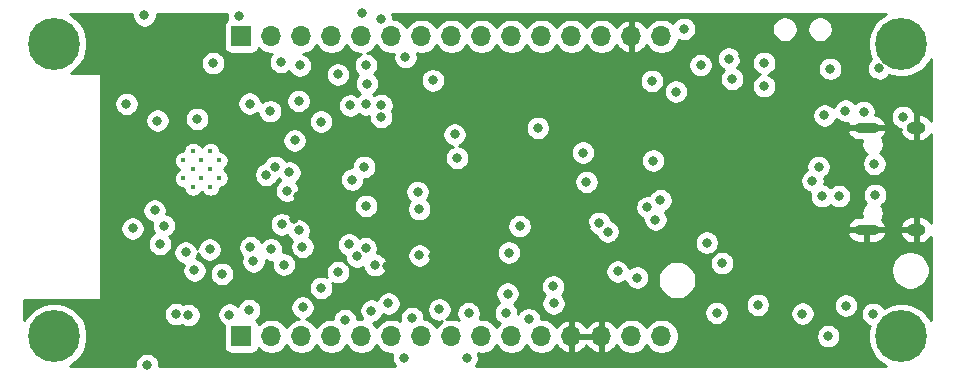
<source format=gbr>
%TF.GenerationSoftware,KiCad,Pcbnew,(5.1.12)-1*%
%TF.CreationDate,2022-11-06T18:41:51+01:00*%
%TF.ProjectId,NewmorphS3,4e65776d-6f72-4706-9853-332e6b696361,rev?*%
%TF.SameCoordinates,Original*%
%TF.FileFunction,Copper,L3,Inr*%
%TF.FilePolarity,Positive*%
%FSLAX46Y46*%
G04 Gerber Fmt 4.6, Leading zero omitted, Abs format (unit mm)*
G04 Created by KiCad (PCBNEW (5.1.12)-1) date 2022-11-06 18:41:51*
%MOMM*%
%LPD*%
G01*
G04 APERTURE LIST*
%TA.AperFunction,ComponentPad*%
%ADD10O,1.600000X1.000000*%
%TD*%
%TA.AperFunction,ComponentPad*%
%ADD11O,2.100000X0.900000*%
%TD*%
%TA.AperFunction,ComponentPad*%
%ADD12C,0.400000*%
%TD*%
%TA.AperFunction,ComponentPad*%
%ADD13R,1.700000X1.700000*%
%TD*%
%TA.AperFunction,ComponentPad*%
%ADD14O,1.700000X1.700000*%
%TD*%
%TA.AperFunction,ComponentPad*%
%ADD15C,0.700000*%
%TD*%
%TA.AperFunction,ComponentPad*%
%ADD16C,4.400000*%
%TD*%
%TA.AperFunction,ViaPad*%
%ADD17C,0.800000*%
%TD*%
%TA.AperFunction,Conductor*%
%ADD18C,0.254000*%
%TD*%
%TA.AperFunction,Conductor*%
%ADD19C,0.100000*%
%TD*%
G04 APERTURE END LIST*
D10*
%TO.N,GND*%
%TO.C,J101*%
X123155000Y-73785000D03*
X123155000Y-82425000D03*
D11*
X118975000Y-73785000D03*
X118975000Y-82425000D03*
%TD*%
D12*
%TO.N,*%
%TO.C,U103*%
X62599000Y-78086000D03*
X64123000Y-76562000D03*
X63411800Y-77273200D03*
X64123000Y-78035200D03*
X61125800Y-76562000D03*
X62649800Y-76562000D03*
X63411800Y-75800000D03*
X61125800Y-78086000D03*
X61938600Y-75800000D03*
X61938600Y-77324000D03*
X61938600Y-78797200D03*
X63411800Y-78797200D03*
%TD*%
D13*
%TO.N,/MISO*%
%TO.C,J103*%
X66040000Y-66040000D03*
D14*
%TO.N,/MOSI*%
X68580000Y-66040000D03*
%TO.N,/SCK*%
X71120000Y-66040000D03*
%TO.N,/IO15*%
X73660000Y-66040000D03*
%TO.N,/IO16*%
X76200000Y-66040000D03*
%TO.N,/IO17*%
X78740000Y-66040000D03*
%TO.N,/IO18*%
X81280000Y-66040000D03*
%TO.N,/INT1*%
X83820000Y-66040000D03*
%TO.N,/IO9*%
X86360000Y-66040000D03*
%TO.N,/IO10*%
X88900000Y-66040000D03*
%TO.N,/IO11*%
X91440000Y-66040000D03*
%TO.N,/BCLK*%
X93980000Y-66040000D03*
%TO.N,/IO13*%
X96520000Y-66040000D03*
%TO.N,GND*%
X99060000Y-66040000D03*
%TO.N,+3V3*%
X101600000Y-66040000D03*
%TD*%
%TO.N,/VBAT*%
%TO.C,J104*%
X101600000Y-91440000D03*
%TO.N,/VUSB*%
X99060000Y-91440000D03*
%TO.N,GND*%
X96520000Y-91440000D03*
X93980000Y-91440000D03*
%TO.N,+3V3*%
X91440000Y-91440000D03*
%TO.N,/IO48*%
X88900000Y-91440000D03*
%TO.N,/IO46*%
X86360000Y-91440000D03*
%TO.N,/IO45*%
X83820000Y-91440000D03*
%TO.N,/IO42*%
X81280000Y-91440000D03*
%TO.N,/IO38*%
X78740000Y-91440000D03*
%TO.N,/RXD*%
X76200000Y-91440000D03*
%TO.N,/TXD*%
X73660000Y-91440000D03*
%TO.N,/DIN*%
X71120000Y-91440000D03*
%TO.N,/IO14*%
X68580000Y-91440000D03*
D13*
%TO.N,/IO3*%
X66040000Y-91440000D03*
%TD*%
D15*
%TO.N,N/C*%
%TO.C,H101*%
X123086726Y-65508274D03*
X121920000Y-65025000D03*
X120753274Y-65508274D03*
X120270000Y-66675000D03*
X120753274Y-67841726D03*
X121920000Y-68325000D03*
X123086726Y-67841726D03*
X123570000Y-66675000D03*
D16*
X121920000Y-66675000D03*
%TD*%
%TO.N,N/C*%
%TO.C,H102*%
X121920000Y-91440000D03*
D15*
X123570000Y-91440000D03*
X123086726Y-92606726D03*
X121920000Y-93090000D03*
X120753274Y-92606726D03*
X120270000Y-91440000D03*
X120753274Y-90273274D03*
X121920000Y-89790000D03*
X123086726Y-90273274D03*
%TD*%
%TO.N,N/C*%
%TO.C,H103*%
X51331726Y-65508274D03*
X50165000Y-65025000D03*
X48998274Y-65508274D03*
X48515000Y-66675000D03*
X48998274Y-67841726D03*
X50165000Y-68325000D03*
X51331726Y-67841726D03*
X51815000Y-66675000D03*
D16*
X50165000Y-66675000D03*
%TD*%
%TO.N,N/C*%
%TO.C,H104*%
X50165000Y-91440000D03*
D15*
X51815000Y-91440000D03*
X51331726Y-92606726D03*
X50165000Y-93090000D03*
X48998274Y-92606726D03*
X48515000Y-91440000D03*
X48998274Y-90273274D03*
X50165000Y-89790000D03*
X51331726Y-90273274D03*
%TD*%
D17*
%TO.N,GND*%
X60625000Y-64525000D03*
X83900000Y-86800000D03*
X95200000Y-82200000D03*
X87200000Y-86750000D03*
X90650000Y-86750000D03*
X118100000Y-92200000D03*
X113800000Y-91450000D03*
X111900000Y-92050000D03*
X110250000Y-92100000D03*
X106200000Y-91450000D03*
X119750000Y-70000000D03*
X103750000Y-69500000D03*
%TO.N,/VUSB*%
X104910200Y-68484400D03*
X107305400Y-67934300D03*
%TO.N,GND*%
X56700000Y-77925000D03*
X62325000Y-80225000D03*
X78361978Y-85479646D03*
X82250000Y-84650000D03*
X102200000Y-82950000D03*
X95000000Y-70750000D03*
X101750000Y-71500000D03*
X98500000Y-72500000D03*
X105750000Y-71250000D03*
X108500000Y-67750000D03*
X97750000Y-88500000D03*
X103250000Y-89750000D03*
X95300000Y-86850000D03*
X92850000Y-83550000D03*
X79350000Y-86900000D03*
X87100000Y-76950000D03*
X70796356Y-79568800D03*
X70450000Y-81550000D03*
X76500000Y-82325000D03*
X123500000Y-78475000D03*
X107200000Y-76200000D03*
X109825000Y-86050000D03*
X119150000Y-93725000D03*
X98050000Y-76425000D03*
X89475000Y-85925000D03*
X100275000Y-93400000D03*
X100425000Y-89450000D03*
X64325000Y-72100000D03*
X60725000Y-71750000D03*
X60625000Y-68475000D03*
X54175000Y-65425000D03*
X60100000Y-92175000D03*
X80575000Y-75150000D03*
%TO.N,Net-(C102-Pad2)*%
X106744800Y-85244900D03*
X105433500Y-83526400D03*
%TO.N,Net-(C103-Pad2)*%
X110300100Y-68297400D03*
X106261200Y-89466200D03*
X109750900Y-88788900D03*
%TO.N,/VBAT*%
X115889200Y-68795600D03*
X120016300Y-68766800D03*
X119513500Y-89542100D03*
X113538000Y-89536200D03*
%TO.N,/EN*%
X77363400Y-85426300D03*
X69630000Y-85377900D03*
X68536400Y-84087000D03*
X56815400Y-82316900D03*
%TO.N,Net-(D102-Pad1)*%
X115387700Y-72750900D03*
%TO.N,Net-(D102-Pad2)*%
X103501600Y-65412100D03*
%TO.N,Net-(J101-PadA7)*%
X119697100Y-79482100D03*
X117176000Y-72348700D03*
X114376200Y-78278800D03*
%TO.N,Net-(J101-PadA6)*%
X119618600Y-76855000D03*
X114902300Y-77100200D03*
%TO.N,Net-(J101-PadB5)*%
X115175000Y-79588700D03*
X116625700Y-79588700D03*
%TO.N,Net-(J101-PadA5)*%
X122042400Y-72878900D03*
X118714200Y-72442300D03*
%TO.N,/IO15*%
X63643000Y-68331900D03*
X95250000Y-78375000D03*
%TO.N,/IO16*%
X65828300Y-64350000D03*
%TO.N,/IO17*%
X76254800Y-64117900D03*
%TO.N,/IO18*%
X69368200Y-68221300D03*
%TO.N,/IO9*%
X74192200Y-69274600D03*
%TO.N,/IO10*%
X76568600Y-71817800D03*
%TO.N,/IO11*%
X77896200Y-71873100D03*
%TO.N,/IO13*%
X75409000Y-78190900D03*
%TO.N,+3V3*%
X97881200Y-85963600D03*
X100401200Y-80526600D03*
X81093500Y-80672900D03*
X56292800Y-71765400D03*
X99549592Y-86474592D03*
%TO.N,/IO48*%
X74227100Y-86021500D03*
X82788900Y-89170600D03*
%TO.N,/IO46*%
X72775000Y-73270000D03*
%TO.N,/IO45*%
X72788700Y-87359900D03*
X80496400Y-89902500D03*
%TO.N,/IO42*%
X62060500Y-85875100D03*
%TO.N,/RXD*%
X61317700Y-84351100D03*
%TO.N,/TXD*%
X65014100Y-89617800D03*
%TO.N,/IO14*%
X85096200Y-93299200D03*
X90374200Y-90007800D03*
X88420900Y-89464200D03*
X88565400Y-87843900D03*
X81106400Y-84599900D03*
X76600000Y-80400000D03*
%TO.N,Net-(R101-Pad2)*%
X117212500Y-88843400D03*
X115723400Y-91440000D03*
%TO.N,ChkBat*%
X58917000Y-73185800D03*
X62285100Y-73042300D03*
X68464700Y-72397800D03*
X75242900Y-71902300D03*
X76661300Y-70048900D03*
X82248500Y-69773800D03*
%TO.N,Net-(R108-Pad2)*%
X57819100Y-64283100D03*
%TO.N,Net-(R110-Pad2)*%
X60512600Y-89575400D03*
%TO.N,/BUTT2*%
X61549100Y-89650200D03*
X59128000Y-83630800D03*
%TO.N,/D-*%
X107577200Y-69650100D03*
X77867400Y-64610800D03*
X79924100Y-67823400D03*
X66728900Y-71750700D03*
%TO.N,/D+*%
X110283400Y-70277600D03*
X70885700Y-71525300D03*
%TO.N,/IO0*%
X71220500Y-88995400D03*
X74790000Y-90087100D03*
X78481200Y-88662700D03*
X85271500Y-89488900D03*
%TO.N,/LEDA*%
X58684600Y-80796300D03*
%TO.N,/DisplRST*%
X70545700Y-74857900D03*
%TO.N,/Display_CS*%
X66800000Y-83900000D03*
X70100000Y-77575000D03*
%TO.N,/DisplayDC*%
X64386365Y-86160867D03*
X69900153Y-79125153D03*
%TO.N,/JoyX*%
X59460800Y-82071800D03*
X69453000Y-81966300D03*
X70886000Y-82491600D03*
X101082300Y-81566200D03*
X101515700Y-79922900D03*
%TO.N,/JoyY*%
X58047200Y-93900300D03*
%TO.N,/MISO*%
X84307100Y-76349200D03*
X68139300Y-77773500D03*
%TO.N,/MOSI*%
X68880800Y-77100200D03*
X97047600Y-82588721D03*
X91125000Y-73800000D03*
%TO.N,/SCK*%
X79806500Y-93257800D03*
X96322600Y-81846800D03*
X76418200Y-77100200D03*
X89596800Y-82124400D03*
%TO.N,/IO38*%
X67050100Y-85105300D03*
X77049400Y-89282600D03*
%TO.N,/IO3*%
X63350400Y-84096800D03*
X66685900Y-89245000D03*
%TO.N,/INT1*%
X76566600Y-68482700D03*
X84085400Y-74361600D03*
X94953600Y-75899200D03*
X70977800Y-68516600D03*
%TO.N,/BCLK*%
X75817000Y-84684600D03*
X71203300Y-83873100D03*
X77871600Y-72873500D03*
%TO.N,/DIN*%
X75146200Y-83670100D03*
X76554200Y-83990900D03*
%TO.N,Net-(R115-Pad1)*%
X80948200Y-79222200D03*
X100891800Y-76567600D03*
X100778100Y-69825400D03*
X102823300Y-70727200D03*
%TO.N,/SDMODE*%
X88680000Y-84366200D03*
X92464600Y-88671200D03*
X92436500Y-87220500D03*
%TD*%
D18*
%TO.N,GND*%
X56784100Y-64181161D02*
X56784100Y-64385039D01*
X56823874Y-64584998D01*
X56901895Y-64773356D01*
X57015163Y-64942874D01*
X57159326Y-65087037D01*
X57328844Y-65200305D01*
X57517202Y-65278326D01*
X57717161Y-65318100D01*
X57921039Y-65318100D01*
X58120998Y-65278326D01*
X58309356Y-65200305D01*
X58478874Y-65087037D01*
X58623037Y-64942874D01*
X58736305Y-64773356D01*
X58814326Y-64584998D01*
X58854100Y-64385039D01*
X58854100Y-64181161D01*
X58849891Y-64160000D01*
X64810816Y-64160000D01*
X64793300Y-64248061D01*
X64793300Y-64451939D01*
X64833074Y-64651898D01*
X64836080Y-64659156D01*
X64835506Y-64659463D01*
X64738815Y-64738815D01*
X64659463Y-64835506D01*
X64600498Y-64945820D01*
X64564188Y-65065518D01*
X64551928Y-65190000D01*
X64551928Y-66890000D01*
X64564188Y-67014482D01*
X64600498Y-67134180D01*
X64659463Y-67244494D01*
X64738815Y-67341185D01*
X64835506Y-67420537D01*
X64945820Y-67479502D01*
X65065518Y-67515812D01*
X65190000Y-67528072D01*
X66890000Y-67528072D01*
X67014482Y-67515812D01*
X67134180Y-67479502D01*
X67244494Y-67420537D01*
X67341185Y-67341185D01*
X67420537Y-67244494D01*
X67479502Y-67134180D01*
X67501513Y-67061620D01*
X67633368Y-67193475D01*
X67876589Y-67355990D01*
X68146842Y-67467932D01*
X68433740Y-67525000D01*
X68600789Y-67525000D01*
X68564263Y-67561526D01*
X68450995Y-67731044D01*
X68372974Y-67919402D01*
X68333200Y-68119361D01*
X68333200Y-68323239D01*
X68372974Y-68523198D01*
X68450995Y-68711556D01*
X68564263Y-68881074D01*
X68708426Y-69025237D01*
X68877944Y-69138505D01*
X69066302Y-69216526D01*
X69266261Y-69256300D01*
X69470139Y-69256300D01*
X69670098Y-69216526D01*
X69858456Y-69138505D01*
X70027974Y-69025237D01*
X70056424Y-68996787D01*
X70060595Y-69006856D01*
X70173863Y-69176374D01*
X70318026Y-69320537D01*
X70487544Y-69433805D01*
X70675902Y-69511826D01*
X70875861Y-69551600D01*
X71079739Y-69551600D01*
X71279698Y-69511826D01*
X71468056Y-69433805D01*
X71637574Y-69320537D01*
X71781737Y-69176374D01*
X71784217Y-69172661D01*
X73157200Y-69172661D01*
X73157200Y-69376539D01*
X73196974Y-69576498D01*
X73274995Y-69764856D01*
X73388263Y-69934374D01*
X73532426Y-70078537D01*
X73701944Y-70191805D01*
X73890302Y-70269826D01*
X74090261Y-70309600D01*
X74294139Y-70309600D01*
X74494098Y-70269826D01*
X74682456Y-70191805D01*
X74851974Y-70078537D01*
X74996137Y-69934374D01*
X75109405Y-69764856D01*
X75187426Y-69576498D01*
X75227200Y-69376539D01*
X75227200Y-69172661D01*
X75187426Y-68972702D01*
X75109405Y-68784344D01*
X74996137Y-68614826D01*
X74851974Y-68470663D01*
X74682456Y-68357395D01*
X74494098Y-68279374D01*
X74294139Y-68239600D01*
X74090261Y-68239600D01*
X73890302Y-68279374D01*
X73701944Y-68357395D01*
X73532426Y-68470663D01*
X73388263Y-68614826D01*
X73274995Y-68784344D01*
X73196974Y-68972702D01*
X73157200Y-69172661D01*
X71784217Y-69172661D01*
X71895005Y-69006856D01*
X71973026Y-68818498D01*
X72012800Y-68618539D01*
X72012800Y-68414661D01*
X71973026Y-68214702D01*
X71895005Y-68026344D01*
X71781737Y-67856826D01*
X71637574Y-67712663D01*
X71468056Y-67599395D01*
X71281252Y-67522018D01*
X71553158Y-67467932D01*
X71823411Y-67355990D01*
X72066632Y-67193475D01*
X72273475Y-66986632D01*
X72390000Y-66812240D01*
X72506525Y-66986632D01*
X72713368Y-67193475D01*
X72956589Y-67355990D01*
X73226842Y-67467932D01*
X73513740Y-67525000D01*
X73806260Y-67525000D01*
X74093158Y-67467932D01*
X74363411Y-67355990D01*
X74606632Y-67193475D01*
X74813475Y-66986632D01*
X74930000Y-66812240D01*
X75046525Y-66986632D01*
X75253368Y-67193475D01*
X75496589Y-67355990D01*
X75766842Y-67467932D01*
X76053740Y-67525000D01*
X76174107Y-67525000D01*
X76076344Y-67565495D01*
X75906826Y-67678763D01*
X75762663Y-67822926D01*
X75649395Y-67992444D01*
X75571374Y-68180802D01*
X75531600Y-68380761D01*
X75531600Y-68584639D01*
X75571374Y-68784598D01*
X75649395Y-68972956D01*
X75762663Y-69142474D01*
X75906826Y-69286637D01*
X75938613Y-69307876D01*
X75857363Y-69389126D01*
X75744095Y-69558644D01*
X75666074Y-69747002D01*
X75626300Y-69946961D01*
X75626300Y-70150839D01*
X75666074Y-70350798D01*
X75744095Y-70539156D01*
X75857363Y-70708674D01*
X76001526Y-70852837D01*
X76075673Y-70902380D01*
X75908826Y-71013863D01*
X75855708Y-71066981D01*
X75733156Y-70985095D01*
X75544798Y-70907074D01*
X75344839Y-70867300D01*
X75140961Y-70867300D01*
X74941002Y-70907074D01*
X74752644Y-70985095D01*
X74583126Y-71098363D01*
X74438963Y-71242526D01*
X74325695Y-71412044D01*
X74247674Y-71600402D01*
X74207900Y-71800361D01*
X74207900Y-72004239D01*
X74247674Y-72204198D01*
X74325695Y-72392556D01*
X74438963Y-72562074D01*
X74583126Y-72706237D01*
X74752644Y-72819505D01*
X74941002Y-72897526D01*
X75140961Y-72937300D01*
X75344839Y-72937300D01*
X75544798Y-72897526D01*
X75733156Y-72819505D01*
X75902674Y-72706237D01*
X75955792Y-72653119D01*
X76078344Y-72735005D01*
X76266702Y-72813026D01*
X76466661Y-72852800D01*
X76670539Y-72852800D01*
X76836600Y-72819769D01*
X76836600Y-72975439D01*
X76876374Y-73175398D01*
X76954395Y-73363756D01*
X77067663Y-73533274D01*
X77211826Y-73677437D01*
X77381344Y-73790705D01*
X77569702Y-73868726D01*
X77769661Y-73908500D01*
X77973539Y-73908500D01*
X78173498Y-73868726D01*
X78361856Y-73790705D01*
X78531374Y-73677437D01*
X78675537Y-73533274D01*
X78788805Y-73363756D01*
X78866826Y-73175398D01*
X78906600Y-72975439D01*
X78906600Y-72771561D01*
X78882214Y-72648961D01*
X114352700Y-72648961D01*
X114352700Y-72852839D01*
X114392474Y-73052798D01*
X114470495Y-73241156D01*
X114583763Y-73410674D01*
X114727926Y-73554837D01*
X114897444Y-73668105D01*
X115085802Y-73746126D01*
X115285761Y-73785900D01*
X115489639Y-73785900D01*
X115689598Y-73746126D01*
X115877956Y-73668105D01*
X116047474Y-73554837D01*
X116191637Y-73410674D01*
X116304905Y-73241156D01*
X116382926Y-73052798D01*
X116388478Y-73024889D01*
X116516226Y-73152637D01*
X116685744Y-73265905D01*
X116874102Y-73343926D01*
X117074061Y-73383700D01*
X117277939Y-73383700D01*
X117375290Y-73364336D01*
X117330592Y-73490999D01*
X117457498Y-73658000D01*
X118848000Y-73658000D01*
X118848000Y-73638000D01*
X119102000Y-73638000D01*
X119102000Y-73658000D01*
X120492502Y-73658000D01*
X120619408Y-73490999D01*
X120547702Y-73287803D01*
X120432014Y-73107592D01*
X120283391Y-72953413D01*
X120107545Y-72831191D01*
X119983128Y-72776961D01*
X121007400Y-72776961D01*
X121007400Y-72980839D01*
X121047174Y-73180798D01*
X121125195Y-73369156D01*
X121238463Y-73538674D01*
X121382626Y-73682837D01*
X121552144Y-73796105D01*
X121720000Y-73865634D01*
X121720000Y-73912002D01*
X121887045Y-73912002D01*
X121760881Y-74086874D01*
X121840724Y-74309976D01*
X121962631Y-74497764D01*
X122118831Y-74658161D01*
X122303322Y-74785003D01*
X122509013Y-74873415D01*
X122728000Y-74920000D01*
X123028000Y-74920000D01*
X123028000Y-73912000D01*
X123008000Y-73912000D01*
X123008000Y-73658000D01*
X123028000Y-73658000D01*
X123028000Y-73204037D01*
X123037626Y-73180798D01*
X123077400Y-72980839D01*
X123077400Y-72776961D01*
X123037626Y-72577002D01*
X122959605Y-72388644D01*
X122846337Y-72219126D01*
X122702174Y-72074963D01*
X122532656Y-71961695D01*
X122344298Y-71883674D01*
X122144339Y-71843900D01*
X121940461Y-71843900D01*
X121740502Y-71883674D01*
X121552144Y-71961695D01*
X121382626Y-72074963D01*
X121238463Y-72219126D01*
X121125195Y-72388644D01*
X121047174Y-72577002D01*
X121007400Y-72776961D01*
X119983128Y-72776961D01*
X119911233Y-72745624D01*
X119717543Y-72703389D01*
X119749200Y-72544239D01*
X119749200Y-72340361D01*
X119709426Y-72140402D01*
X119631405Y-71952044D01*
X119518137Y-71782526D01*
X119373974Y-71638363D01*
X119204456Y-71525095D01*
X119016098Y-71447074D01*
X118816139Y-71407300D01*
X118612261Y-71407300D01*
X118412302Y-71447074D01*
X118223944Y-71525095D01*
X118054426Y-71638363D01*
X117989520Y-71703269D01*
X117979937Y-71688926D01*
X117835774Y-71544763D01*
X117666256Y-71431495D01*
X117477898Y-71353474D01*
X117277939Y-71313700D01*
X117074061Y-71313700D01*
X116874102Y-71353474D01*
X116685744Y-71431495D01*
X116516226Y-71544763D01*
X116372063Y-71688926D01*
X116258795Y-71858444D01*
X116180774Y-72046802D01*
X116175222Y-72074711D01*
X116047474Y-71946963D01*
X115877956Y-71833695D01*
X115689598Y-71755674D01*
X115489639Y-71715900D01*
X115285761Y-71715900D01*
X115085802Y-71755674D01*
X114897444Y-71833695D01*
X114727926Y-71946963D01*
X114583763Y-72091126D01*
X114470495Y-72260644D01*
X114392474Y-72449002D01*
X114352700Y-72648961D01*
X78882214Y-72648961D01*
X78866826Y-72571602D01*
X78793134Y-72393694D01*
X78813405Y-72363356D01*
X78891426Y-72174998D01*
X78931200Y-71975039D01*
X78931200Y-71771161D01*
X78891426Y-71571202D01*
X78813405Y-71382844D01*
X78700137Y-71213326D01*
X78555974Y-71069163D01*
X78386456Y-70955895D01*
X78198098Y-70877874D01*
X77998139Y-70838100D01*
X77794261Y-70838100D01*
X77594302Y-70877874D01*
X77405944Y-70955895D01*
X77264749Y-71050238D01*
X77228374Y-71013863D01*
X77154227Y-70964320D01*
X77321074Y-70852837D01*
X77465237Y-70708674D01*
X77578505Y-70539156D01*
X77656526Y-70350798D01*
X77696300Y-70150839D01*
X77696300Y-69946961D01*
X77656526Y-69747002D01*
X77625402Y-69671861D01*
X81213500Y-69671861D01*
X81213500Y-69875739D01*
X81253274Y-70075698D01*
X81331295Y-70264056D01*
X81444563Y-70433574D01*
X81588726Y-70577737D01*
X81758244Y-70691005D01*
X81946602Y-70769026D01*
X82146561Y-70808800D01*
X82350439Y-70808800D01*
X82550398Y-70769026D01*
X82738756Y-70691005D01*
X82908274Y-70577737D01*
X83052437Y-70433574D01*
X83165705Y-70264056D01*
X83243726Y-70075698D01*
X83283500Y-69875739D01*
X83283500Y-69723461D01*
X99743100Y-69723461D01*
X99743100Y-69927339D01*
X99782874Y-70127298D01*
X99860895Y-70315656D01*
X99974163Y-70485174D01*
X100118326Y-70629337D01*
X100287844Y-70742605D01*
X100476202Y-70820626D01*
X100676161Y-70860400D01*
X100880039Y-70860400D01*
X101079998Y-70820626D01*
X101268356Y-70742605D01*
X101437874Y-70629337D01*
X101441950Y-70625261D01*
X101788300Y-70625261D01*
X101788300Y-70829139D01*
X101828074Y-71029098D01*
X101906095Y-71217456D01*
X102019363Y-71386974D01*
X102163526Y-71531137D01*
X102333044Y-71644405D01*
X102521402Y-71722426D01*
X102721361Y-71762200D01*
X102925239Y-71762200D01*
X103125198Y-71722426D01*
X103313556Y-71644405D01*
X103483074Y-71531137D01*
X103627237Y-71386974D01*
X103740505Y-71217456D01*
X103818526Y-71029098D01*
X103858300Y-70829139D01*
X103858300Y-70625261D01*
X103818526Y-70425302D01*
X103740505Y-70236944D01*
X103627237Y-70067426D01*
X103483074Y-69923263D01*
X103313556Y-69809995D01*
X103125198Y-69731974D01*
X102925239Y-69692200D01*
X102721361Y-69692200D01*
X102521402Y-69731974D01*
X102333044Y-69809995D01*
X102163526Y-69923263D01*
X102019363Y-70067426D01*
X101906095Y-70236944D01*
X101828074Y-70425302D01*
X101788300Y-70625261D01*
X101441950Y-70625261D01*
X101582037Y-70485174D01*
X101695305Y-70315656D01*
X101773326Y-70127298D01*
X101813100Y-69927339D01*
X101813100Y-69723461D01*
X101773326Y-69523502D01*
X101695305Y-69335144D01*
X101582037Y-69165626D01*
X101437874Y-69021463D01*
X101268356Y-68908195D01*
X101079998Y-68830174D01*
X100880039Y-68790400D01*
X100676161Y-68790400D01*
X100476202Y-68830174D01*
X100287844Y-68908195D01*
X100118326Y-69021463D01*
X99974163Y-69165626D01*
X99860895Y-69335144D01*
X99782874Y-69523502D01*
X99743100Y-69723461D01*
X83283500Y-69723461D01*
X83283500Y-69671861D01*
X83243726Y-69471902D01*
X83165705Y-69283544D01*
X83052437Y-69114026D01*
X82908274Y-68969863D01*
X82738756Y-68856595D01*
X82550398Y-68778574D01*
X82350439Y-68738800D01*
X82146561Y-68738800D01*
X81946602Y-68778574D01*
X81758244Y-68856595D01*
X81588726Y-68969863D01*
X81444563Y-69114026D01*
X81331295Y-69283544D01*
X81253274Y-69471902D01*
X81213500Y-69671861D01*
X77625402Y-69671861D01*
X77578505Y-69558644D01*
X77465237Y-69389126D01*
X77321074Y-69244963D01*
X77289287Y-69223724D01*
X77370537Y-69142474D01*
X77483805Y-68972956D01*
X77561826Y-68784598D01*
X77601600Y-68584639D01*
X77601600Y-68380761D01*
X77561826Y-68180802D01*
X77483805Y-67992444D01*
X77370537Y-67822926D01*
X77226374Y-67678763D01*
X77056856Y-67565495D01*
X76868498Y-67487474D01*
X76677635Y-67449509D01*
X76903411Y-67355990D01*
X77146632Y-67193475D01*
X77353475Y-66986632D01*
X77470000Y-66812240D01*
X77586525Y-66986632D01*
X77793368Y-67193475D01*
X78036589Y-67355990D01*
X78306842Y-67467932D01*
X78593740Y-67525000D01*
X78886260Y-67525000D01*
X78931121Y-67516076D01*
X78928874Y-67521502D01*
X78889100Y-67721461D01*
X78889100Y-67925339D01*
X78928874Y-68125298D01*
X79006895Y-68313656D01*
X79120163Y-68483174D01*
X79264326Y-68627337D01*
X79433844Y-68740605D01*
X79622202Y-68818626D01*
X79822161Y-68858400D01*
X80026039Y-68858400D01*
X80225998Y-68818626D01*
X80414356Y-68740605D01*
X80583874Y-68627337D01*
X80728037Y-68483174D01*
X80795331Y-68382461D01*
X103875200Y-68382461D01*
X103875200Y-68586339D01*
X103914974Y-68786298D01*
X103992995Y-68974656D01*
X104106263Y-69144174D01*
X104250426Y-69288337D01*
X104419944Y-69401605D01*
X104608302Y-69479626D01*
X104808261Y-69519400D01*
X105012139Y-69519400D01*
X105212098Y-69479626D01*
X105400456Y-69401605D01*
X105569974Y-69288337D01*
X105714137Y-69144174D01*
X105827405Y-68974656D01*
X105905426Y-68786298D01*
X105945200Y-68586339D01*
X105945200Y-68382461D01*
X105905426Y-68182502D01*
X105827405Y-67994144D01*
X105719306Y-67832361D01*
X106270400Y-67832361D01*
X106270400Y-68036239D01*
X106310174Y-68236198D01*
X106388195Y-68424556D01*
X106501463Y-68594074D01*
X106645626Y-68738237D01*
X106815144Y-68851505D01*
X106883691Y-68879898D01*
X106773263Y-68990326D01*
X106659995Y-69159844D01*
X106581974Y-69348202D01*
X106542200Y-69548161D01*
X106542200Y-69752039D01*
X106581974Y-69951998D01*
X106659995Y-70140356D01*
X106773263Y-70309874D01*
X106917426Y-70454037D01*
X107086944Y-70567305D01*
X107275302Y-70645326D01*
X107475261Y-70685100D01*
X107679139Y-70685100D01*
X107879098Y-70645326D01*
X108067456Y-70567305D01*
X108236974Y-70454037D01*
X108381137Y-70309874D01*
X108470815Y-70175661D01*
X109248400Y-70175661D01*
X109248400Y-70379539D01*
X109288174Y-70579498D01*
X109366195Y-70767856D01*
X109479463Y-70937374D01*
X109623626Y-71081537D01*
X109793144Y-71194805D01*
X109981502Y-71272826D01*
X110181461Y-71312600D01*
X110385339Y-71312600D01*
X110585298Y-71272826D01*
X110773656Y-71194805D01*
X110943174Y-71081537D01*
X111087337Y-70937374D01*
X111200605Y-70767856D01*
X111278626Y-70579498D01*
X111318400Y-70379539D01*
X111318400Y-70175661D01*
X111278626Y-69975702D01*
X111200605Y-69787344D01*
X111087337Y-69617826D01*
X110943174Y-69473663D01*
X110773656Y-69360395D01*
X110606023Y-69290959D01*
X110790356Y-69214605D01*
X110959874Y-69101337D01*
X111104037Y-68957174D01*
X111217305Y-68787656D01*
X111256239Y-68693661D01*
X114854200Y-68693661D01*
X114854200Y-68897539D01*
X114893974Y-69097498D01*
X114971995Y-69285856D01*
X115085263Y-69455374D01*
X115229426Y-69599537D01*
X115398944Y-69712805D01*
X115587302Y-69790826D01*
X115787261Y-69830600D01*
X115991139Y-69830600D01*
X116191098Y-69790826D01*
X116379456Y-69712805D01*
X116548974Y-69599537D01*
X116693137Y-69455374D01*
X116806405Y-69285856D01*
X116884426Y-69097498D01*
X116924200Y-68897539D01*
X116924200Y-68693661D01*
X116884426Y-68493702D01*
X116806405Y-68305344D01*
X116693137Y-68135826D01*
X116548974Y-67991663D01*
X116379456Y-67878395D01*
X116191098Y-67800374D01*
X115991139Y-67760600D01*
X115787261Y-67760600D01*
X115587302Y-67800374D01*
X115398944Y-67878395D01*
X115229426Y-67991663D01*
X115085263Y-68135826D01*
X114971995Y-68305344D01*
X114893974Y-68493702D01*
X114854200Y-68693661D01*
X111256239Y-68693661D01*
X111295326Y-68599298D01*
X111335100Y-68399339D01*
X111335100Y-68195461D01*
X111295326Y-67995502D01*
X111217305Y-67807144D01*
X111104037Y-67637626D01*
X110959874Y-67493463D01*
X110790356Y-67380195D01*
X110601998Y-67302174D01*
X110402039Y-67262400D01*
X110198161Y-67262400D01*
X109998202Y-67302174D01*
X109809844Y-67380195D01*
X109640326Y-67493463D01*
X109496163Y-67637626D01*
X109382895Y-67807144D01*
X109304874Y-67995502D01*
X109265100Y-68195461D01*
X109265100Y-68399339D01*
X109304874Y-68599298D01*
X109382895Y-68787656D01*
X109496163Y-68957174D01*
X109640326Y-69101337D01*
X109809844Y-69214605D01*
X109977477Y-69284041D01*
X109793144Y-69360395D01*
X109623626Y-69473663D01*
X109479463Y-69617826D01*
X109366195Y-69787344D01*
X109288174Y-69975702D01*
X109248400Y-70175661D01*
X108470815Y-70175661D01*
X108494405Y-70140356D01*
X108572426Y-69951998D01*
X108612200Y-69752039D01*
X108612200Y-69548161D01*
X108572426Y-69348202D01*
X108494405Y-69159844D01*
X108381137Y-68990326D01*
X108236974Y-68846163D01*
X108067456Y-68732895D01*
X107998909Y-68704502D01*
X108109337Y-68594074D01*
X108222605Y-68424556D01*
X108300626Y-68236198D01*
X108340400Y-68036239D01*
X108340400Y-67832361D01*
X108300626Y-67632402D01*
X108222605Y-67444044D01*
X108109337Y-67274526D01*
X107965174Y-67130363D01*
X107795656Y-67017095D01*
X107607298Y-66939074D01*
X107407339Y-66899300D01*
X107203461Y-66899300D01*
X107003502Y-66939074D01*
X106815144Y-67017095D01*
X106645626Y-67130363D01*
X106501463Y-67274526D01*
X106388195Y-67444044D01*
X106310174Y-67632402D01*
X106270400Y-67832361D01*
X105719306Y-67832361D01*
X105714137Y-67824626D01*
X105569974Y-67680463D01*
X105400456Y-67567195D01*
X105212098Y-67489174D01*
X105012139Y-67449400D01*
X104808261Y-67449400D01*
X104608302Y-67489174D01*
X104419944Y-67567195D01*
X104250426Y-67680463D01*
X104106263Y-67824626D01*
X103992995Y-67994144D01*
X103914974Y-68182502D01*
X103875200Y-68382461D01*
X80795331Y-68382461D01*
X80841305Y-68313656D01*
X80919326Y-68125298D01*
X80959100Y-67925339D01*
X80959100Y-67721461D01*
X80919326Y-67521502D01*
X80901652Y-67478835D01*
X81133740Y-67525000D01*
X81426260Y-67525000D01*
X81713158Y-67467932D01*
X81983411Y-67355990D01*
X82226632Y-67193475D01*
X82433475Y-66986632D01*
X82550000Y-66812240D01*
X82666525Y-66986632D01*
X82873368Y-67193475D01*
X83116589Y-67355990D01*
X83386842Y-67467932D01*
X83673740Y-67525000D01*
X83966260Y-67525000D01*
X84253158Y-67467932D01*
X84523411Y-67355990D01*
X84766632Y-67193475D01*
X84973475Y-66986632D01*
X85090000Y-66812240D01*
X85206525Y-66986632D01*
X85413368Y-67193475D01*
X85656589Y-67355990D01*
X85926842Y-67467932D01*
X86213740Y-67525000D01*
X86506260Y-67525000D01*
X86793158Y-67467932D01*
X87063411Y-67355990D01*
X87306632Y-67193475D01*
X87513475Y-66986632D01*
X87630000Y-66812240D01*
X87746525Y-66986632D01*
X87953368Y-67193475D01*
X88196589Y-67355990D01*
X88466842Y-67467932D01*
X88753740Y-67525000D01*
X89046260Y-67525000D01*
X89333158Y-67467932D01*
X89603411Y-67355990D01*
X89846632Y-67193475D01*
X90053475Y-66986632D01*
X90170000Y-66812240D01*
X90286525Y-66986632D01*
X90493368Y-67193475D01*
X90736589Y-67355990D01*
X91006842Y-67467932D01*
X91293740Y-67525000D01*
X91586260Y-67525000D01*
X91873158Y-67467932D01*
X92143411Y-67355990D01*
X92386632Y-67193475D01*
X92593475Y-66986632D01*
X92710000Y-66812240D01*
X92826525Y-66986632D01*
X93033368Y-67193475D01*
X93276589Y-67355990D01*
X93546842Y-67467932D01*
X93833740Y-67525000D01*
X94126260Y-67525000D01*
X94413158Y-67467932D01*
X94683411Y-67355990D01*
X94926632Y-67193475D01*
X95133475Y-66986632D01*
X95250000Y-66812240D01*
X95366525Y-66986632D01*
X95573368Y-67193475D01*
X95816589Y-67355990D01*
X96086842Y-67467932D01*
X96373740Y-67525000D01*
X96666260Y-67525000D01*
X96953158Y-67467932D01*
X97223411Y-67355990D01*
X97466632Y-67193475D01*
X97673475Y-66986632D01*
X97795195Y-66804466D01*
X97864822Y-66921355D01*
X98059731Y-67137588D01*
X98293080Y-67311641D01*
X98555901Y-67436825D01*
X98703110Y-67481476D01*
X98933000Y-67360155D01*
X98933000Y-66167000D01*
X98913000Y-66167000D01*
X98913000Y-65913000D01*
X98933000Y-65913000D01*
X98933000Y-64719845D01*
X99187000Y-64719845D01*
X99187000Y-65913000D01*
X99207000Y-65913000D01*
X99207000Y-66167000D01*
X99187000Y-66167000D01*
X99187000Y-67360155D01*
X99416890Y-67481476D01*
X99564099Y-67436825D01*
X99826920Y-67311641D01*
X100060269Y-67137588D01*
X100255178Y-66921355D01*
X100324805Y-66804466D01*
X100446525Y-66986632D01*
X100653368Y-67193475D01*
X100896589Y-67355990D01*
X101166842Y-67467932D01*
X101453740Y-67525000D01*
X101746260Y-67525000D01*
X102033158Y-67467932D01*
X102303411Y-67355990D01*
X102546632Y-67193475D01*
X102753475Y-66986632D01*
X102915990Y-66743411D01*
X103027932Y-66473158D01*
X103053105Y-66346603D01*
X103199702Y-66407326D01*
X103399661Y-66447100D01*
X103603539Y-66447100D01*
X103803498Y-66407326D01*
X103991856Y-66329305D01*
X104161374Y-66216037D01*
X104305537Y-66071874D01*
X104418805Y-65902356D01*
X104496826Y-65713998D01*
X104536600Y-65514039D01*
X104536600Y-65349137D01*
X110953000Y-65349137D01*
X110953000Y-65562863D01*
X110994696Y-65772483D01*
X111076485Y-65969940D01*
X111195225Y-66147647D01*
X111346353Y-66298775D01*
X111524060Y-66417515D01*
X111721517Y-66499304D01*
X111931137Y-66541000D01*
X112144863Y-66541000D01*
X112354483Y-66499304D01*
X112551940Y-66417515D01*
X112729647Y-66298775D01*
X112880775Y-66147647D01*
X112999515Y-65969940D01*
X113081304Y-65772483D01*
X113123000Y-65562863D01*
X113123000Y-65349137D01*
X113953000Y-65349137D01*
X113953000Y-65562863D01*
X113994696Y-65772483D01*
X114076485Y-65969940D01*
X114195225Y-66147647D01*
X114346353Y-66298775D01*
X114524060Y-66417515D01*
X114721517Y-66499304D01*
X114931137Y-66541000D01*
X115144863Y-66541000D01*
X115354483Y-66499304D01*
X115551940Y-66417515D01*
X115729647Y-66298775D01*
X115880775Y-66147647D01*
X115999515Y-65969940D01*
X116081304Y-65772483D01*
X116123000Y-65562863D01*
X116123000Y-65349137D01*
X116081304Y-65139517D01*
X115999515Y-64942060D01*
X115880775Y-64764353D01*
X115729647Y-64613225D01*
X115551940Y-64494485D01*
X115354483Y-64412696D01*
X115144863Y-64371000D01*
X114931137Y-64371000D01*
X114721517Y-64412696D01*
X114524060Y-64494485D01*
X114346353Y-64613225D01*
X114195225Y-64764353D01*
X114076485Y-64942060D01*
X113994696Y-65139517D01*
X113953000Y-65349137D01*
X113123000Y-65349137D01*
X113081304Y-65139517D01*
X112999515Y-64942060D01*
X112880775Y-64764353D01*
X112729647Y-64613225D01*
X112551940Y-64494485D01*
X112354483Y-64412696D01*
X112144863Y-64371000D01*
X111931137Y-64371000D01*
X111721517Y-64412696D01*
X111524060Y-64494485D01*
X111346353Y-64613225D01*
X111195225Y-64764353D01*
X111076485Y-64942060D01*
X110994696Y-65139517D01*
X110953000Y-65349137D01*
X104536600Y-65349137D01*
X104536600Y-65310161D01*
X104496826Y-65110202D01*
X104418805Y-64921844D01*
X104305537Y-64752326D01*
X104161374Y-64608163D01*
X103991856Y-64494895D01*
X103803498Y-64416874D01*
X103603539Y-64377100D01*
X103399661Y-64377100D01*
X103199702Y-64416874D01*
X103011344Y-64494895D01*
X102841826Y-64608163D01*
X102697663Y-64752326D01*
X102584395Y-64921844D01*
X102583679Y-64923572D01*
X102546632Y-64886525D01*
X102303411Y-64724010D01*
X102033158Y-64612068D01*
X101746260Y-64555000D01*
X101453740Y-64555000D01*
X101166842Y-64612068D01*
X100896589Y-64724010D01*
X100653368Y-64886525D01*
X100446525Y-65093368D01*
X100324805Y-65275534D01*
X100255178Y-65158645D01*
X100060269Y-64942412D01*
X99826920Y-64768359D01*
X99564099Y-64643175D01*
X99416890Y-64598524D01*
X99187000Y-64719845D01*
X98933000Y-64719845D01*
X98703110Y-64598524D01*
X98555901Y-64643175D01*
X98293080Y-64768359D01*
X98059731Y-64942412D01*
X97864822Y-65158645D01*
X97795195Y-65275534D01*
X97673475Y-65093368D01*
X97466632Y-64886525D01*
X97223411Y-64724010D01*
X96953158Y-64612068D01*
X96666260Y-64555000D01*
X96373740Y-64555000D01*
X96086842Y-64612068D01*
X95816589Y-64724010D01*
X95573368Y-64886525D01*
X95366525Y-65093368D01*
X95250000Y-65267760D01*
X95133475Y-65093368D01*
X94926632Y-64886525D01*
X94683411Y-64724010D01*
X94413158Y-64612068D01*
X94126260Y-64555000D01*
X93833740Y-64555000D01*
X93546842Y-64612068D01*
X93276589Y-64724010D01*
X93033368Y-64886525D01*
X92826525Y-65093368D01*
X92710000Y-65267760D01*
X92593475Y-65093368D01*
X92386632Y-64886525D01*
X92143411Y-64724010D01*
X91873158Y-64612068D01*
X91586260Y-64555000D01*
X91293740Y-64555000D01*
X91006842Y-64612068D01*
X90736589Y-64724010D01*
X90493368Y-64886525D01*
X90286525Y-65093368D01*
X90170000Y-65267760D01*
X90053475Y-65093368D01*
X89846632Y-64886525D01*
X89603411Y-64724010D01*
X89333158Y-64612068D01*
X89046260Y-64555000D01*
X88753740Y-64555000D01*
X88466842Y-64612068D01*
X88196589Y-64724010D01*
X87953368Y-64886525D01*
X87746525Y-65093368D01*
X87630000Y-65267760D01*
X87513475Y-65093368D01*
X87306632Y-64886525D01*
X87063411Y-64724010D01*
X86793158Y-64612068D01*
X86506260Y-64555000D01*
X86213740Y-64555000D01*
X85926842Y-64612068D01*
X85656589Y-64724010D01*
X85413368Y-64886525D01*
X85206525Y-65093368D01*
X85090000Y-65267760D01*
X84973475Y-65093368D01*
X84766632Y-64886525D01*
X84523411Y-64724010D01*
X84253158Y-64612068D01*
X83966260Y-64555000D01*
X83673740Y-64555000D01*
X83386842Y-64612068D01*
X83116589Y-64724010D01*
X82873368Y-64886525D01*
X82666525Y-65093368D01*
X82550000Y-65267760D01*
X82433475Y-65093368D01*
X82226632Y-64886525D01*
X81983411Y-64724010D01*
X81713158Y-64612068D01*
X81426260Y-64555000D01*
X81133740Y-64555000D01*
X80846842Y-64612068D01*
X80576589Y-64724010D01*
X80333368Y-64886525D01*
X80126525Y-65093368D01*
X80010000Y-65267760D01*
X79893475Y-65093368D01*
X79686632Y-64886525D01*
X79443411Y-64724010D01*
X79173158Y-64612068D01*
X78902400Y-64558210D01*
X78902400Y-64508861D01*
X78862626Y-64308902D01*
X78800948Y-64160000D01*
X120583536Y-64160000D01*
X120577124Y-64162656D01*
X120112793Y-64472912D01*
X119717912Y-64867793D01*
X119407656Y-65332124D01*
X119193948Y-65848061D01*
X119085000Y-66395777D01*
X119085000Y-66954223D01*
X119193948Y-67501939D01*
X119378725Y-67948030D01*
X119356526Y-67962863D01*
X119212363Y-68107026D01*
X119099095Y-68276544D01*
X119021074Y-68464902D01*
X118981300Y-68664861D01*
X118981300Y-68868739D01*
X119021074Y-69068698D01*
X119099095Y-69257056D01*
X119212363Y-69426574D01*
X119356526Y-69570737D01*
X119526044Y-69684005D01*
X119714402Y-69762026D01*
X119914361Y-69801800D01*
X120118239Y-69801800D01*
X120318198Y-69762026D01*
X120506556Y-69684005D01*
X120676074Y-69570737D01*
X120820237Y-69426574D01*
X120892734Y-69318074D01*
X121093061Y-69401052D01*
X121640777Y-69510000D01*
X122199223Y-69510000D01*
X122746939Y-69401052D01*
X123262876Y-69187344D01*
X123727207Y-68877088D01*
X124122088Y-68482207D01*
X124432344Y-68017876D01*
X124435001Y-68011462D01*
X124435001Y-73207226D01*
X124347369Y-73072236D01*
X124191169Y-72911839D01*
X124006678Y-72784997D01*
X123800987Y-72696585D01*
X123582000Y-72650000D01*
X123282000Y-72650000D01*
X123282000Y-73658000D01*
X123302000Y-73658000D01*
X123302000Y-73912000D01*
X123282000Y-73912000D01*
X123282000Y-74920000D01*
X123582000Y-74920000D01*
X123800987Y-74873415D01*
X124006678Y-74785003D01*
X124191169Y-74658161D01*
X124347369Y-74497764D01*
X124435001Y-74362774D01*
X124435000Y-81847225D01*
X124347369Y-81712236D01*
X124191169Y-81551839D01*
X124006678Y-81424997D01*
X123800987Y-81336585D01*
X123582000Y-81290000D01*
X123282000Y-81290000D01*
X123282000Y-82298000D01*
X123302000Y-82298000D01*
X123302000Y-82552000D01*
X123282000Y-82552000D01*
X123282000Y-83560000D01*
X123582000Y-83560000D01*
X123800987Y-83513415D01*
X124006678Y-83425003D01*
X124191169Y-83298161D01*
X124347369Y-83137764D01*
X124435000Y-83002775D01*
X124435000Y-90103536D01*
X124432344Y-90097124D01*
X124122088Y-89632793D01*
X123727207Y-89237912D01*
X123262876Y-88927656D01*
X122746939Y-88713948D01*
X122199223Y-88605000D01*
X121640777Y-88605000D01*
X121093061Y-88713948D01*
X120577124Y-88927656D01*
X120418531Y-89033624D01*
X120317437Y-88882326D01*
X120173274Y-88738163D01*
X120003756Y-88624895D01*
X119815398Y-88546874D01*
X119615439Y-88507100D01*
X119411561Y-88507100D01*
X119211602Y-88546874D01*
X119023244Y-88624895D01*
X118853726Y-88738163D01*
X118709563Y-88882326D01*
X118596295Y-89051844D01*
X118518274Y-89240202D01*
X118478500Y-89440161D01*
X118478500Y-89644039D01*
X118518274Y-89843998D01*
X118596295Y-90032356D01*
X118709563Y-90201874D01*
X118853726Y-90346037D01*
X119023244Y-90459305D01*
X119211602Y-90537326D01*
X119224274Y-90539847D01*
X119193948Y-90613061D01*
X119085000Y-91160777D01*
X119085000Y-91719223D01*
X119193948Y-92266939D01*
X119407656Y-92782876D01*
X119717912Y-93247207D01*
X120112793Y-93642088D01*
X120577124Y-93952344D01*
X120583536Y-93955000D01*
X85902792Y-93955000D01*
X86013405Y-93789456D01*
X86091426Y-93601098D01*
X86131200Y-93401139D01*
X86131200Y-93197261D01*
X86091426Y-92997302D01*
X86047805Y-92891993D01*
X86213740Y-92925000D01*
X86506260Y-92925000D01*
X86793158Y-92867932D01*
X87063411Y-92755990D01*
X87306632Y-92593475D01*
X87513475Y-92386632D01*
X87630000Y-92212240D01*
X87746525Y-92386632D01*
X87953368Y-92593475D01*
X88196589Y-92755990D01*
X88466842Y-92867932D01*
X88753740Y-92925000D01*
X89046260Y-92925000D01*
X89333158Y-92867932D01*
X89603411Y-92755990D01*
X89846632Y-92593475D01*
X90053475Y-92386632D01*
X90170000Y-92212240D01*
X90286525Y-92386632D01*
X90493368Y-92593475D01*
X90736589Y-92755990D01*
X91006842Y-92867932D01*
X91293740Y-92925000D01*
X91586260Y-92925000D01*
X91873158Y-92867932D01*
X92143411Y-92755990D01*
X92386632Y-92593475D01*
X92593475Y-92386632D01*
X92715195Y-92204466D01*
X92784822Y-92321355D01*
X92979731Y-92537588D01*
X93213080Y-92711641D01*
X93475901Y-92836825D01*
X93623110Y-92881476D01*
X93853000Y-92760155D01*
X93853000Y-91567000D01*
X94107000Y-91567000D01*
X94107000Y-92760155D01*
X94336890Y-92881476D01*
X94484099Y-92836825D01*
X94746920Y-92711641D01*
X94980269Y-92537588D01*
X95175178Y-92321355D01*
X95250000Y-92195745D01*
X95324822Y-92321355D01*
X95519731Y-92537588D01*
X95753080Y-92711641D01*
X96015901Y-92836825D01*
X96163110Y-92881476D01*
X96393000Y-92760155D01*
X96393000Y-91567000D01*
X94107000Y-91567000D01*
X93853000Y-91567000D01*
X93833000Y-91567000D01*
X93833000Y-91313000D01*
X93853000Y-91313000D01*
X93853000Y-90119845D01*
X94107000Y-90119845D01*
X94107000Y-91313000D01*
X96393000Y-91313000D01*
X96393000Y-90119845D01*
X96647000Y-90119845D01*
X96647000Y-91313000D01*
X96667000Y-91313000D01*
X96667000Y-91567000D01*
X96647000Y-91567000D01*
X96647000Y-92760155D01*
X96876890Y-92881476D01*
X97024099Y-92836825D01*
X97286920Y-92711641D01*
X97520269Y-92537588D01*
X97715178Y-92321355D01*
X97784805Y-92204466D01*
X97906525Y-92386632D01*
X98113368Y-92593475D01*
X98356589Y-92755990D01*
X98626842Y-92867932D01*
X98913740Y-92925000D01*
X99206260Y-92925000D01*
X99493158Y-92867932D01*
X99763411Y-92755990D01*
X100006632Y-92593475D01*
X100213475Y-92386632D01*
X100330000Y-92212240D01*
X100446525Y-92386632D01*
X100653368Y-92593475D01*
X100896589Y-92755990D01*
X101166842Y-92867932D01*
X101453740Y-92925000D01*
X101746260Y-92925000D01*
X102033158Y-92867932D01*
X102303411Y-92755990D01*
X102546632Y-92593475D01*
X102753475Y-92386632D01*
X102915990Y-92143411D01*
X103027932Y-91873158D01*
X103085000Y-91586260D01*
X103085000Y-91338061D01*
X114688400Y-91338061D01*
X114688400Y-91541939D01*
X114728174Y-91741898D01*
X114806195Y-91930256D01*
X114919463Y-92099774D01*
X115063626Y-92243937D01*
X115233144Y-92357205D01*
X115421502Y-92435226D01*
X115621461Y-92475000D01*
X115825339Y-92475000D01*
X116025298Y-92435226D01*
X116213656Y-92357205D01*
X116383174Y-92243937D01*
X116527337Y-92099774D01*
X116640605Y-91930256D01*
X116718626Y-91741898D01*
X116758400Y-91541939D01*
X116758400Y-91338061D01*
X116718626Y-91138102D01*
X116640605Y-90949744D01*
X116527337Y-90780226D01*
X116383174Y-90636063D01*
X116213656Y-90522795D01*
X116025298Y-90444774D01*
X115825339Y-90405000D01*
X115621461Y-90405000D01*
X115421502Y-90444774D01*
X115233144Y-90522795D01*
X115063626Y-90636063D01*
X114919463Y-90780226D01*
X114806195Y-90949744D01*
X114728174Y-91138102D01*
X114688400Y-91338061D01*
X103085000Y-91338061D01*
X103085000Y-91293740D01*
X103027932Y-91006842D01*
X102915990Y-90736589D01*
X102753475Y-90493368D01*
X102546632Y-90286525D01*
X102303411Y-90124010D01*
X102033158Y-90012068D01*
X101746260Y-89955000D01*
X101453740Y-89955000D01*
X101166842Y-90012068D01*
X100896589Y-90124010D01*
X100653368Y-90286525D01*
X100446525Y-90493368D01*
X100330000Y-90667760D01*
X100213475Y-90493368D01*
X100006632Y-90286525D01*
X99763411Y-90124010D01*
X99493158Y-90012068D01*
X99206260Y-89955000D01*
X98913740Y-89955000D01*
X98626842Y-90012068D01*
X98356589Y-90124010D01*
X98113368Y-90286525D01*
X97906525Y-90493368D01*
X97784805Y-90675534D01*
X97715178Y-90558645D01*
X97520269Y-90342412D01*
X97286920Y-90168359D01*
X97024099Y-90043175D01*
X96876890Y-89998524D01*
X96647000Y-90119845D01*
X96393000Y-90119845D01*
X96163110Y-89998524D01*
X96015901Y-90043175D01*
X95753080Y-90168359D01*
X95519731Y-90342412D01*
X95324822Y-90558645D01*
X95250000Y-90684255D01*
X95175178Y-90558645D01*
X94980269Y-90342412D01*
X94746920Y-90168359D01*
X94484099Y-90043175D01*
X94336890Y-89998524D01*
X94107000Y-90119845D01*
X93853000Y-90119845D01*
X93623110Y-89998524D01*
X93475901Y-90043175D01*
X93213080Y-90168359D01*
X92979731Y-90342412D01*
X92784822Y-90558645D01*
X92715195Y-90675534D01*
X92593475Y-90493368D01*
X92386632Y-90286525D01*
X92143411Y-90124010D01*
X91873158Y-90012068D01*
X91586260Y-89955000D01*
X91409200Y-89955000D01*
X91409200Y-89905861D01*
X91369426Y-89705902D01*
X91291405Y-89517544D01*
X91178137Y-89348026D01*
X91033974Y-89203863D01*
X90864456Y-89090595D01*
X90676098Y-89012574D01*
X90476139Y-88972800D01*
X90272261Y-88972800D01*
X90072302Y-89012574D01*
X89883944Y-89090595D01*
X89714426Y-89203863D01*
X89570263Y-89348026D01*
X89456995Y-89517544D01*
X89455900Y-89520188D01*
X89455900Y-89362261D01*
X89416126Y-89162302D01*
X89338105Y-88973944D01*
X89224837Y-88804426D01*
X89131104Y-88710693D01*
X89225174Y-88647837D01*
X89369337Y-88503674D01*
X89482605Y-88334156D01*
X89560626Y-88145798D01*
X89600400Y-87945839D01*
X89600400Y-87741961D01*
X89560626Y-87542002D01*
X89482605Y-87353644D01*
X89369337Y-87184126D01*
X89303772Y-87118561D01*
X91401500Y-87118561D01*
X91401500Y-87322439D01*
X91441274Y-87522398D01*
X91519295Y-87710756D01*
X91632563Y-87880274D01*
X91712189Y-87959900D01*
X91660663Y-88011426D01*
X91547395Y-88180944D01*
X91469374Y-88369302D01*
X91429600Y-88569261D01*
X91429600Y-88773139D01*
X91469374Y-88973098D01*
X91547395Y-89161456D01*
X91660663Y-89330974D01*
X91804826Y-89475137D01*
X91974344Y-89588405D01*
X92162702Y-89666426D01*
X92362661Y-89706200D01*
X92566539Y-89706200D01*
X92766498Y-89666426D01*
X92954856Y-89588405D01*
X93124374Y-89475137D01*
X93235250Y-89364261D01*
X105226200Y-89364261D01*
X105226200Y-89568139D01*
X105265974Y-89768098D01*
X105343995Y-89956456D01*
X105457263Y-90125974D01*
X105601426Y-90270137D01*
X105770944Y-90383405D01*
X105959302Y-90461426D01*
X106159261Y-90501200D01*
X106363139Y-90501200D01*
X106563098Y-90461426D01*
X106751456Y-90383405D01*
X106920974Y-90270137D01*
X107065137Y-90125974D01*
X107178405Y-89956456D01*
X107256426Y-89768098D01*
X107296200Y-89568139D01*
X107296200Y-89364261D01*
X107256426Y-89164302D01*
X107178405Y-88975944D01*
X107065137Y-88806426D01*
X106945672Y-88686961D01*
X108715900Y-88686961D01*
X108715900Y-88890839D01*
X108755674Y-89090798D01*
X108833695Y-89279156D01*
X108946963Y-89448674D01*
X109091126Y-89592837D01*
X109260644Y-89706105D01*
X109449002Y-89784126D01*
X109648961Y-89823900D01*
X109852839Y-89823900D01*
X110052798Y-89784126D01*
X110241156Y-89706105D01*
X110410674Y-89592837D01*
X110554837Y-89448674D01*
X110564467Y-89434261D01*
X112503000Y-89434261D01*
X112503000Y-89638139D01*
X112542774Y-89838098D01*
X112620795Y-90026456D01*
X112734063Y-90195974D01*
X112878226Y-90340137D01*
X113047744Y-90453405D01*
X113236102Y-90531426D01*
X113436061Y-90571200D01*
X113639939Y-90571200D01*
X113839898Y-90531426D01*
X114028256Y-90453405D01*
X114197774Y-90340137D01*
X114341937Y-90195974D01*
X114455205Y-90026456D01*
X114533226Y-89838098D01*
X114573000Y-89638139D01*
X114573000Y-89434261D01*
X114533226Y-89234302D01*
X114455205Y-89045944D01*
X114341937Y-88876426D01*
X114206972Y-88741461D01*
X116177500Y-88741461D01*
X116177500Y-88945339D01*
X116217274Y-89145298D01*
X116295295Y-89333656D01*
X116408563Y-89503174D01*
X116552726Y-89647337D01*
X116722244Y-89760605D01*
X116910602Y-89838626D01*
X117110561Y-89878400D01*
X117314439Y-89878400D01*
X117514398Y-89838626D01*
X117702756Y-89760605D01*
X117872274Y-89647337D01*
X118016437Y-89503174D01*
X118129705Y-89333656D01*
X118207726Y-89145298D01*
X118247500Y-88945339D01*
X118247500Y-88741461D01*
X118207726Y-88541502D01*
X118129705Y-88353144D01*
X118016437Y-88183626D01*
X117872274Y-88039463D01*
X117702756Y-87926195D01*
X117514398Y-87848174D01*
X117314439Y-87808400D01*
X117110561Y-87808400D01*
X116910602Y-87848174D01*
X116722244Y-87926195D01*
X116552726Y-88039463D01*
X116408563Y-88183626D01*
X116295295Y-88353144D01*
X116217274Y-88541502D01*
X116177500Y-88741461D01*
X114206972Y-88741461D01*
X114197774Y-88732263D01*
X114028256Y-88618995D01*
X113839898Y-88540974D01*
X113639939Y-88501200D01*
X113436061Y-88501200D01*
X113236102Y-88540974D01*
X113047744Y-88618995D01*
X112878226Y-88732263D01*
X112734063Y-88876426D01*
X112620795Y-89045944D01*
X112542774Y-89234302D01*
X112503000Y-89434261D01*
X110564467Y-89434261D01*
X110668105Y-89279156D01*
X110746126Y-89090798D01*
X110785900Y-88890839D01*
X110785900Y-88686961D01*
X110746126Y-88487002D01*
X110668105Y-88298644D01*
X110554837Y-88129126D01*
X110410674Y-87984963D01*
X110241156Y-87871695D01*
X110052798Y-87793674D01*
X109852839Y-87753900D01*
X109648961Y-87753900D01*
X109449002Y-87793674D01*
X109260644Y-87871695D01*
X109091126Y-87984963D01*
X108946963Y-88129126D01*
X108833695Y-88298644D01*
X108755674Y-88487002D01*
X108715900Y-88686961D01*
X106945672Y-88686961D01*
X106920974Y-88662263D01*
X106751456Y-88548995D01*
X106563098Y-88470974D01*
X106363139Y-88431200D01*
X106159261Y-88431200D01*
X105959302Y-88470974D01*
X105770944Y-88548995D01*
X105601426Y-88662263D01*
X105457263Y-88806426D01*
X105343995Y-88975944D01*
X105265974Y-89164302D01*
X105226200Y-89364261D01*
X93235250Y-89364261D01*
X93268537Y-89330974D01*
X93381805Y-89161456D01*
X93459826Y-88973098D01*
X93499600Y-88773139D01*
X93499600Y-88569261D01*
X93459826Y-88369302D01*
X93381805Y-88180944D01*
X93268537Y-88011426D01*
X93188911Y-87931800D01*
X93240437Y-87880274D01*
X93353705Y-87710756D01*
X93431726Y-87522398D01*
X93471500Y-87322439D01*
X93471500Y-87118561D01*
X93431726Y-86918602D01*
X93353705Y-86730244D01*
X93240437Y-86560726D01*
X93096274Y-86416563D01*
X92926756Y-86303295D01*
X92738398Y-86225274D01*
X92538439Y-86185500D01*
X92334561Y-86185500D01*
X92134602Y-86225274D01*
X91946244Y-86303295D01*
X91776726Y-86416563D01*
X91632563Y-86560726D01*
X91519295Y-86730244D01*
X91441274Y-86918602D01*
X91401500Y-87118561D01*
X89303772Y-87118561D01*
X89225174Y-87039963D01*
X89055656Y-86926695D01*
X88867298Y-86848674D01*
X88667339Y-86808900D01*
X88463461Y-86808900D01*
X88263502Y-86848674D01*
X88075144Y-86926695D01*
X87905626Y-87039963D01*
X87761463Y-87184126D01*
X87648195Y-87353644D01*
X87570174Y-87542002D01*
X87530400Y-87741961D01*
X87530400Y-87945839D01*
X87570174Y-88145798D01*
X87648195Y-88334156D01*
X87761463Y-88503674D01*
X87855196Y-88597407D01*
X87761126Y-88660263D01*
X87616963Y-88804426D01*
X87503695Y-88973944D01*
X87425674Y-89162302D01*
X87385900Y-89362261D01*
X87385900Y-89566139D01*
X87425674Y-89766098D01*
X87503695Y-89954456D01*
X87616963Y-90123974D01*
X87761126Y-90268137D01*
X87887390Y-90352503D01*
X87746525Y-90493368D01*
X87630000Y-90667760D01*
X87513475Y-90493368D01*
X87306632Y-90286525D01*
X87063411Y-90124010D01*
X86793158Y-90012068D01*
X86506260Y-89955000D01*
X86213740Y-89955000D01*
X86197361Y-89958258D01*
X86266726Y-89790798D01*
X86306500Y-89590839D01*
X86306500Y-89386961D01*
X86266726Y-89187002D01*
X86188705Y-88998644D01*
X86075437Y-88829126D01*
X85931274Y-88684963D01*
X85761756Y-88571695D01*
X85573398Y-88493674D01*
X85373439Y-88453900D01*
X85169561Y-88453900D01*
X84969602Y-88493674D01*
X84781244Y-88571695D01*
X84611726Y-88684963D01*
X84467563Y-88829126D01*
X84354295Y-88998644D01*
X84276274Y-89187002D01*
X84236500Y-89386961D01*
X84236500Y-89590839D01*
X84276274Y-89790798D01*
X84354295Y-89979156D01*
X84423405Y-90082586D01*
X84253158Y-90012068D01*
X83966260Y-89955000D01*
X83673740Y-89955000D01*
X83394905Y-90010464D01*
X83448674Y-89974537D01*
X83592837Y-89830374D01*
X83706105Y-89660856D01*
X83784126Y-89472498D01*
X83823900Y-89272539D01*
X83823900Y-89068661D01*
X83784126Y-88868702D01*
X83706105Y-88680344D01*
X83592837Y-88510826D01*
X83448674Y-88366663D01*
X83279156Y-88253395D01*
X83090798Y-88175374D01*
X82890839Y-88135600D01*
X82686961Y-88135600D01*
X82487002Y-88175374D01*
X82298644Y-88253395D01*
X82129126Y-88366663D01*
X81984963Y-88510826D01*
X81871695Y-88680344D01*
X81793674Y-88868702D01*
X81753900Y-89068661D01*
X81753900Y-89272539D01*
X81793674Y-89472498D01*
X81871695Y-89660856D01*
X81984963Y-89830374D01*
X82129126Y-89974537D01*
X82298644Y-90087805D01*
X82487002Y-90165826D01*
X82686961Y-90205600D01*
X82890839Y-90205600D01*
X83038412Y-90176246D01*
X82873368Y-90286525D01*
X82666525Y-90493368D01*
X82550000Y-90667760D01*
X82433475Y-90493368D01*
X82226632Y-90286525D01*
X81983411Y-90124010D01*
X81713158Y-90012068D01*
X81531400Y-89975914D01*
X81531400Y-89800561D01*
X81491626Y-89600602D01*
X81413605Y-89412244D01*
X81300337Y-89242726D01*
X81156174Y-89098563D01*
X80986656Y-88985295D01*
X80798298Y-88907274D01*
X80598339Y-88867500D01*
X80394461Y-88867500D01*
X80194502Y-88907274D01*
X80006144Y-88985295D01*
X79836626Y-89098563D01*
X79692463Y-89242726D01*
X79579195Y-89412244D01*
X79501174Y-89600602D01*
X79461400Y-89800561D01*
X79461400Y-90004439D01*
X79491587Y-90156200D01*
X79443411Y-90124010D01*
X79173158Y-90012068D01*
X78886260Y-89955000D01*
X78593740Y-89955000D01*
X78306842Y-90012068D01*
X78036589Y-90124010D01*
X77793368Y-90286525D01*
X77586525Y-90493368D01*
X77470000Y-90667760D01*
X77353475Y-90493368D01*
X77173332Y-90313225D01*
X77351298Y-90277826D01*
X77539656Y-90199805D01*
X77709174Y-90086537D01*
X77853337Y-89942374D01*
X77966605Y-89772856D01*
X78038388Y-89599557D01*
X78179302Y-89657926D01*
X78379261Y-89697700D01*
X78583139Y-89697700D01*
X78783098Y-89657926D01*
X78971456Y-89579905D01*
X79140974Y-89466637D01*
X79285137Y-89322474D01*
X79398405Y-89152956D01*
X79476426Y-88964598D01*
X79516200Y-88764639D01*
X79516200Y-88560761D01*
X79476426Y-88360802D01*
X79398405Y-88172444D01*
X79285137Y-88002926D01*
X79140974Y-87858763D01*
X78971456Y-87745495D01*
X78783098Y-87667474D01*
X78583139Y-87627700D01*
X78379261Y-87627700D01*
X78179302Y-87667474D01*
X77990944Y-87745495D01*
X77821426Y-87858763D01*
X77677263Y-88002926D01*
X77563995Y-88172444D01*
X77492212Y-88345743D01*
X77351298Y-88287374D01*
X77151339Y-88247600D01*
X76947461Y-88247600D01*
X76747502Y-88287374D01*
X76559144Y-88365395D01*
X76389626Y-88478663D01*
X76245463Y-88622826D01*
X76132195Y-88792344D01*
X76054174Y-88980702D01*
X76014400Y-89180661D01*
X76014400Y-89384539D01*
X76054174Y-89584498D01*
X76132195Y-89772856D01*
X76245463Y-89942374D01*
X76258089Y-89955000D01*
X76053740Y-89955000D01*
X75825000Y-90000500D01*
X75825000Y-89985161D01*
X75785226Y-89785202D01*
X75707205Y-89596844D01*
X75593937Y-89427326D01*
X75449774Y-89283163D01*
X75280256Y-89169895D01*
X75091898Y-89091874D01*
X74891939Y-89052100D01*
X74688061Y-89052100D01*
X74488102Y-89091874D01*
X74299744Y-89169895D01*
X74130226Y-89283163D01*
X73986063Y-89427326D01*
X73872795Y-89596844D01*
X73794774Y-89785202D01*
X73760999Y-89955000D01*
X73513740Y-89955000D01*
X73226842Y-90012068D01*
X72956589Y-90124010D01*
X72713368Y-90286525D01*
X72506525Y-90493368D01*
X72390000Y-90667760D01*
X72273475Y-90493368D01*
X72066632Y-90286525D01*
X71823411Y-90124010D01*
X71553158Y-90012068D01*
X71483880Y-89998288D01*
X71522398Y-89990626D01*
X71710756Y-89912605D01*
X71880274Y-89799337D01*
X72024437Y-89655174D01*
X72137705Y-89485656D01*
X72215726Y-89297298D01*
X72255500Y-89097339D01*
X72255500Y-88893461D01*
X72215726Y-88693502D01*
X72137705Y-88505144D01*
X72024437Y-88335626D01*
X71880274Y-88191463D01*
X71710756Y-88078195D01*
X71522398Y-88000174D01*
X71322439Y-87960400D01*
X71118561Y-87960400D01*
X70918602Y-88000174D01*
X70730244Y-88078195D01*
X70560726Y-88191463D01*
X70416563Y-88335626D01*
X70303295Y-88505144D01*
X70225274Y-88693502D01*
X70185500Y-88893461D01*
X70185500Y-89097339D01*
X70225274Y-89297298D01*
X70303295Y-89485656D01*
X70416563Y-89655174D01*
X70560726Y-89799337D01*
X70730244Y-89912605D01*
X70878385Y-89973967D01*
X70686842Y-90012068D01*
X70416589Y-90124010D01*
X70173368Y-90286525D01*
X69966525Y-90493368D01*
X69850000Y-90667760D01*
X69733475Y-90493368D01*
X69526632Y-90286525D01*
X69283411Y-90124010D01*
X69013158Y-90012068D01*
X68726260Y-89955000D01*
X68433740Y-89955000D01*
X68146842Y-90012068D01*
X67876589Y-90124010D01*
X67633368Y-90286525D01*
X67501513Y-90418380D01*
X67479502Y-90345820D01*
X67420537Y-90235506D01*
X67341185Y-90138815D01*
X67282832Y-90090926D01*
X67345674Y-90048937D01*
X67489837Y-89904774D01*
X67603105Y-89735256D01*
X67681126Y-89546898D01*
X67720900Y-89346939D01*
X67720900Y-89143061D01*
X67681126Y-88943102D01*
X67603105Y-88754744D01*
X67489837Y-88585226D01*
X67345674Y-88441063D01*
X67176156Y-88327795D01*
X66987798Y-88249774D01*
X66787839Y-88210000D01*
X66583961Y-88210000D01*
X66384002Y-88249774D01*
X66195644Y-88327795D01*
X66026126Y-88441063D01*
X65881963Y-88585226D01*
X65768695Y-88754744D01*
X65723607Y-88863596D01*
X65673874Y-88813863D01*
X65504356Y-88700595D01*
X65315998Y-88622574D01*
X65116039Y-88582800D01*
X64912161Y-88582800D01*
X64712202Y-88622574D01*
X64523844Y-88700595D01*
X64354326Y-88813863D01*
X64210163Y-88958026D01*
X64096895Y-89127544D01*
X64018874Y-89315902D01*
X63979100Y-89515861D01*
X63979100Y-89719739D01*
X64018874Y-89919698D01*
X64096895Y-90108056D01*
X64210163Y-90277574D01*
X64354326Y-90421737D01*
X64523844Y-90535005D01*
X64556031Y-90548337D01*
X64551928Y-90590000D01*
X64551928Y-92290000D01*
X64564188Y-92414482D01*
X64600498Y-92534180D01*
X64659463Y-92644494D01*
X64738815Y-92741185D01*
X64835506Y-92820537D01*
X64945820Y-92879502D01*
X65065518Y-92915812D01*
X65190000Y-92928072D01*
X66890000Y-92928072D01*
X67014482Y-92915812D01*
X67134180Y-92879502D01*
X67244494Y-92820537D01*
X67341185Y-92741185D01*
X67420537Y-92644494D01*
X67479502Y-92534180D01*
X67501513Y-92461620D01*
X67633368Y-92593475D01*
X67876589Y-92755990D01*
X68146842Y-92867932D01*
X68433740Y-92925000D01*
X68726260Y-92925000D01*
X69013158Y-92867932D01*
X69283411Y-92755990D01*
X69526632Y-92593475D01*
X69733475Y-92386632D01*
X69850000Y-92212240D01*
X69966525Y-92386632D01*
X70173368Y-92593475D01*
X70416589Y-92755990D01*
X70686842Y-92867932D01*
X70973740Y-92925000D01*
X71266260Y-92925000D01*
X71553158Y-92867932D01*
X71823411Y-92755990D01*
X72066632Y-92593475D01*
X72273475Y-92386632D01*
X72390000Y-92212240D01*
X72506525Y-92386632D01*
X72713368Y-92593475D01*
X72956589Y-92755990D01*
X73226842Y-92867932D01*
X73513740Y-92925000D01*
X73806260Y-92925000D01*
X74093158Y-92867932D01*
X74363411Y-92755990D01*
X74606632Y-92593475D01*
X74813475Y-92386632D01*
X74930000Y-92212240D01*
X75046525Y-92386632D01*
X75253368Y-92593475D01*
X75496589Y-92755990D01*
X75766842Y-92867932D01*
X76053740Y-92925000D01*
X76346260Y-92925000D01*
X76633158Y-92867932D01*
X76903411Y-92755990D01*
X77146632Y-92593475D01*
X77353475Y-92386632D01*
X77470000Y-92212240D01*
X77586525Y-92386632D01*
X77793368Y-92593475D01*
X78036589Y-92755990D01*
X78306842Y-92867932D01*
X78593740Y-92925000D01*
X78824074Y-92925000D01*
X78811274Y-92955902D01*
X78771500Y-93155861D01*
X78771500Y-93359739D01*
X78811274Y-93559698D01*
X78889295Y-93748056D01*
X79002563Y-93917574D01*
X79039989Y-93955000D01*
X59082200Y-93955000D01*
X59082200Y-93798361D01*
X59042426Y-93598402D01*
X58964405Y-93410044D01*
X58851137Y-93240526D01*
X58706974Y-93096363D01*
X58537456Y-92983095D01*
X58349098Y-92905074D01*
X58149139Y-92865300D01*
X57945261Y-92865300D01*
X57745302Y-92905074D01*
X57556944Y-92983095D01*
X57387426Y-93096363D01*
X57243263Y-93240526D01*
X57129995Y-93410044D01*
X57051974Y-93598402D01*
X57012200Y-93798361D01*
X57012200Y-93955000D01*
X51501464Y-93955000D01*
X51507876Y-93952344D01*
X51972207Y-93642088D01*
X52367088Y-93247207D01*
X52677344Y-92782876D01*
X52891052Y-92266939D01*
X53000000Y-91719223D01*
X53000000Y-91160777D01*
X52891052Y-90613061D01*
X52677344Y-90097124D01*
X52367088Y-89632793D01*
X52207756Y-89473461D01*
X59477600Y-89473461D01*
X59477600Y-89677339D01*
X59517374Y-89877298D01*
X59595395Y-90065656D01*
X59708663Y-90235174D01*
X59852826Y-90379337D01*
X60022344Y-90492605D01*
X60210702Y-90570626D01*
X60410661Y-90610400D01*
X60614539Y-90610400D01*
X60814498Y-90570626D01*
X60968312Y-90506914D01*
X61058844Y-90567405D01*
X61247202Y-90645426D01*
X61447161Y-90685200D01*
X61651039Y-90685200D01*
X61850998Y-90645426D01*
X62039356Y-90567405D01*
X62208874Y-90454137D01*
X62353037Y-90309974D01*
X62466305Y-90140456D01*
X62544326Y-89952098D01*
X62584100Y-89752139D01*
X62584100Y-89548261D01*
X62544326Y-89348302D01*
X62466305Y-89159944D01*
X62353037Y-88990426D01*
X62208874Y-88846263D01*
X62039356Y-88732995D01*
X61850998Y-88654974D01*
X61651039Y-88615200D01*
X61447161Y-88615200D01*
X61247202Y-88654974D01*
X61093388Y-88718686D01*
X61002856Y-88658195D01*
X60814498Y-88580174D01*
X60614539Y-88540400D01*
X60410661Y-88540400D01*
X60210702Y-88580174D01*
X60022344Y-88658195D01*
X59852826Y-88771463D01*
X59708663Y-88915626D01*
X59595395Y-89085144D01*
X59517374Y-89273502D01*
X59477600Y-89473461D01*
X52207756Y-89473461D01*
X51972207Y-89237912D01*
X51507876Y-88927656D01*
X50991939Y-88713948D01*
X50444223Y-88605000D01*
X49885777Y-88605000D01*
X49338061Y-88713948D01*
X48822124Y-88927656D01*
X48357793Y-89237912D01*
X47962912Y-89632793D01*
X47652656Y-90097124D01*
X47650000Y-90103536D01*
X47650000Y-88377000D01*
X54000000Y-88377000D01*
X54024776Y-88374560D01*
X54048601Y-88367333D01*
X54070557Y-88355597D01*
X54089803Y-88339803D01*
X54105597Y-88320557D01*
X54117333Y-88298601D01*
X54124560Y-88274776D01*
X54127000Y-88250000D01*
X54127000Y-87257961D01*
X71753700Y-87257961D01*
X71753700Y-87461839D01*
X71793474Y-87661798D01*
X71871495Y-87850156D01*
X71984763Y-88019674D01*
X72128926Y-88163837D01*
X72298444Y-88277105D01*
X72486802Y-88355126D01*
X72686761Y-88394900D01*
X72890639Y-88394900D01*
X73090598Y-88355126D01*
X73278956Y-88277105D01*
X73448474Y-88163837D01*
X73592637Y-88019674D01*
X73705905Y-87850156D01*
X73783926Y-87661798D01*
X73823700Y-87461839D01*
X73823700Y-87257961D01*
X73783926Y-87058002D01*
X73733618Y-86936550D01*
X73736844Y-86938705D01*
X73925202Y-87016726D01*
X74125161Y-87056500D01*
X74329039Y-87056500D01*
X74528998Y-87016726D01*
X74717356Y-86938705D01*
X74886874Y-86825437D01*
X75031037Y-86681274D01*
X75144305Y-86511756D01*
X75222326Y-86323398D01*
X75262100Y-86123439D01*
X75262100Y-85919561D01*
X75222326Y-85719602D01*
X75144305Y-85531244D01*
X75032289Y-85363600D01*
X75157226Y-85488537D01*
X75326744Y-85601805D01*
X75515102Y-85679826D01*
X75715061Y-85719600D01*
X75918939Y-85719600D01*
X76118898Y-85679826D01*
X76307256Y-85601805D01*
X76338836Y-85580704D01*
X76368174Y-85728198D01*
X76446195Y-85916556D01*
X76559463Y-86086074D01*
X76703626Y-86230237D01*
X76873144Y-86343505D01*
X77061502Y-86421526D01*
X77261461Y-86461300D01*
X77465339Y-86461300D01*
X77665298Y-86421526D01*
X77853656Y-86343505D01*
X78023174Y-86230237D01*
X78167337Y-86086074D01*
X78280605Y-85916556D01*
X78303343Y-85861661D01*
X96846200Y-85861661D01*
X96846200Y-86065539D01*
X96885974Y-86265498D01*
X96963995Y-86453856D01*
X97077263Y-86623374D01*
X97221426Y-86767537D01*
X97390944Y-86880805D01*
X97579302Y-86958826D01*
X97779261Y-86998600D01*
X97983139Y-86998600D01*
X98183098Y-86958826D01*
X98371456Y-86880805D01*
X98540974Y-86767537D01*
X98550659Y-86757852D01*
X98554366Y-86776490D01*
X98632387Y-86964848D01*
X98745655Y-87134366D01*
X98889818Y-87278529D01*
X99059336Y-87391797D01*
X99247694Y-87469818D01*
X99447653Y-87509592D01*
X99651531Y-87509592D01*
X99851490Y-87469818D01*
X100039848Y-87391797D01*
X100209366Y-87278529D01*
X100353529Y-87134366D01*
X100466797Y-86964848D01*
X100544818Y-86776490D01*
X100584592Y-86576531D01*
X100584592Y-86518967D01*
X101285000Y-86518967D01*
X101285000Y-86841033D01*
X101347832Y-87156912D01*
X101471082Y-87454463D01*
X101650013Y-87722252D01*
X101877748Y-87949987D01*
X102145537Y-88128918D01*
X102443088Y-88252168D01*
X102758967Y-88315000D01*
X103081033Y-88315000D01*
X103396912Y-88252168D01*
X103694463Y-88128918D01*
X103962252Y-87949987D01*
X104189987Y-87722252D01*
X104368918Y-87454463D01*
X104492168Y-87156912D01*
X104555000Y-86841033D01*
X104555000Y-86518967D01*
X104492168Y-86203088D01*
X104368918Y-85905537D01*
X104189987Y-85637748D01*
X103962252Y-85410013D01*
X103694463Y-85231082D01*
X103481721Y-85142961D01*
X105709800Y-85142961D01*
X105709800Y-85346839D01*
X105749574Y-85546798D01*
X105827595Y-85735156D01*
X105940863Y-85904674D01*
X106085026Y-86048837D01*
X106254544Y-86162105D01*
X106442902Y-86240126D01*
X106642861Y-86279900D01*
X106846739Y-86279900D01*
X107046698Y-86240126D01*
X107235056Y-86162105D01*
X107404574Y-86048837D01*
X107548737Y-85904674D01*
X107662005Y-85735156D01*
X107679066Y-85693967D01*
X121035000Y-85693967D01*
X121035000Y-86016033D01*
X121097832Y-86331912D01*
X121221082Y-86629463D01*
X121400013Y-86897252D01*
X121627748Y-87124987D01*
X121895537Y-87303918D01*
X122193088Y-87427168D01*
X122508967Y-87490000D01*
X122831033Y-87490000D01*
X123146912Y-87427168D01*
X123444463Y-87303918D01*
X123712252Y-87124987D01*
X123939987Y-86897252D01*
X124118918Y-86629463D01*
X124242168Y-86331912D01*
X124305000Y-86016033D01*
X124305000Y-85693967D01*
X124242168Y-85378088D01*
X124118918Y-85080537D01*
X123939987Y-84812748D01*
X123712252Y-84585013D01*
X123444463Y-84406082D01*
X123146912Y-84282832D01*
X122831033Y-84220000D01*
X122508967Y-84220000D01*
X122193088Y-84282832D01*
X121895537Y-84406082D01*
X121627748Y-84585013D01*
X121400013Y-84812748D01*
X121221082Y-85080537D01*
X121097832Y-85378088D01*
X121035000Y-85693967D01*
X107679066Y-85693967D01*
X107740026Y-85546798D01*
X107779800Y-85346839D01*
X107779800Y-85142961D01*
X107740026Y-84943002D01*
X107662005Y-84754644D01*
X107548737Y-84585126D01*
X107404574Y-84440963D01*
X107235056Y-84327695D01*
X107046698Y-84249674D01*
X106846739Y-84209900D01*
X106642861Y-84209900D01*
X106442902Y-84249674D01*
X106254544Y-84327695D01*
X106085026Y-84440963D01*
X105940863Y-84585126D01*
X105827595Y-84754644D01*
X105749574Y-84943002D01*
X105709800Y-85142961D01*
X103481721Y-85142961D01*
X103396912Y-85107832D01*
X103081033Y-85045000D01*
X102758967Y-85045000D01*
X102443088Y-85107832D01*
X102145537Y-85231082D01*
X101877748Y-85410013D01*
X101650013Y-85637748D01*
X101471082Y-85905537D01*
X101347832Y-86203088D01*
X101285000Y-86518967D01*
X100584592Y-86518967D01*
X100584592Y-86372653D01*
X100544818Y-86172694D01*
X100466797Y-85984336D01*
X100353529Y-85814818D01*
X100209366Y-85670655D01*
X100039848Y-85557387D01*
X99851490Y-85479366D01*
X99651531Y-85439592D01*
X99447653Y-85439592D01*
X99247694Y-85479366D01*
X99059336Y-85557387D01*
X98889818Y-85670655D01*
X98880133Y-85680340D01*
X98876426Y-85661702D01*
X98798405Y-85473344D01*
X98685137Y-85303826D01*
X98540974Y-85159663D01*
X98371456Y-85046395D01*
X98183098Y-84968374D01*
X97983139Y-84928600D01*
X97779261Y-84928600D01*
X97579302Y-84968374D01*
X97390944Y-85046395D01*
X97221426Y-85159663D01*
X97077263Y-85303826D01*
X96963995Y-85473344D01*
X96885974Y-85661702D01*
X96846200Y-85861661D01*
X78303343Y-85861661D01*
X78358626Y-85728198D01*
X78398400Y-85528239D01*
X78398400Y-85324361D01*
X78358626Y-85124402D01*
X78280605Y-84936044D01*
X78167337Y-84766526D01*
X78023174Y-84622363D01*
X77853656Y-84509095D01*
X77826777Y-84497961D01*
X80071400Y-84497961D01*
X80071400Y-84701839D01*
X80111174Y-84901798D01*
X80189195Y-85090156D01*
X80302463Y-85259674D01*
X80446626Y-85403837D01*
X80616144Y-85517105D01*
X80804502Y-85595126D01*
X81004461Y-85634900D01*
X81208339Y-85634900D01*
X81408298Y-85595126D01*
X81596656Y-85517105D01*
X81766174Y-85403837D01*
X81910337Y-85259674D01*
X82023605Y-85090156D01*
X82101626Y-84901798D01*
X82141400Y-84701839D01*
X82141400Y-84497961D01*
X82101626Y-84298002D01*
X82087650Y-84264261D01*
X87645000Y-84264261D01*
X87645000Y-84468139D01*
X87684774Y-84668098D01*
X87762795Y-84856456D01*
X87876063Y-85025974D01*
X88020226Y-85170137D01*
X88189744Y-85283405D01*
X88378102Y-85361426D01*
X88578061Y-85401200D01*
X88781939Y-85401200D01*
X88981898Y-85361426D01*
X89170256Y-85283405D01*
X89339774Y-85170137D01*
X89483937Y-85025974D01*
X89597205Y-84856456D01*
X89675226Y-84668098D01*
X89715000Y-84468139D01*
X89715000Y-84264261D01*
X89675226Y-84064302D01*
X89597205Y-83875944D01*
X89483937Y-83706426D01*
X89339774Y-83562263D01*
X89170256Y-83448995D01*
X88981898Y-83370974D01*
X88781939Y-83331200D01*
X88578061Y-83331200D01*
X88378102Y-83370974D01*
X88189744Y-83448995D01*
X88020226Y-83562263D01*
X87876063Y-83706426D01*
X87762795Y-83875944D01*
X87684774Y-84064302D01*
X87645000Y-84264261D01*
X82087650Y-84264261D01*
X82023605Y-84109644D01*
X81910337Y-83940126D01*
X81766174Y-83795963D01*
X81596656Y-83682695D01*
X81408298Y-83604674D01*
X81208339Y-83564900D01*
X81004461Y-83564900D01*
X80804502Y-83604674D01*
X80616144Y-83682695D01*
X80446626Y-83795963D01*
X80302463Y-83940126D01*
X80189195Y-84109644D01*
X80111174Y-84298002D01*
X80071400Y-84497961D01*
X77826777Y-84497961D01*
X77665298Y-84431074D01*
X77505330Y-84399255D01*
X77549426Y-84292798D01*
X77589200Y-84092839D01*
X77589200Y-83888961D01*
X77549426Y-83689002D01*
X77471405Y-83500644D01*
X77358137Y-83331126D01*
X77213974Y-83186963D01*
X77044456Y-83073695D01*
X76856098Y-82995674D01*
X76656139Y-82955900D01*
X76452261Y-82955900D01*
X76252302Y-82995674D01*
X76063944Y-83073695D01*
X76014537Y-83106708D01*
X75950137Y-83010326D01*
X75805974Y-82866163D01*
X75636456Y-82752895D01*
X75448098Y-82674874D01*
X75248139Y-82635100D01*
X75044261Y-82635100D01*
X74844302Y-82674874D01*
X74655944Y-82752895D01*
X74486426Y-82866163D01*
X74342263Y-83010326D01*
X74228995Y-83179844D01*
X74150974Y-83368202D01*
X74111200Y-83568161D01*
X74111200Y-83772039D01*
X74150974Y-83971998D01*
X74228995Y-84160356D01*
X74342263Y-84329874D01*
X74486426Y-84474037D01*
X74655944Y-84587305D01*
X74782000Y-84639519D01*
X74782000Y-84786539D01*
X74821774Y-84986498D01*
X74899795Y-85174856D01*
X75011811Y-85342500D01*
X74886874Y-85217563D01*
X74717356Y-85104295D01*
X74528998Y-85026274D01*
X74329039Y-84986500D01*
X74125161Y-84986500D01*
X73925202Y-85026274D01*
X73736844Y-85104295D01*
X73567326Y-85217563D01*
X73423163Y-85361726D01*
X73309895Y-85531244D01*
X73231874Y-85719602D01*
X73192100Y-85919561D01*
X73192100Y-86123439D01*
X73231874Y-86323398D01*
X73282182Y-86444850D01*
X73278956Y-86442695D01*
X73090598Y-86364674D01*
X72890639Y-86324900D01*
X72686761Y-86324900D01*
X72486802Y-86364674D01*
X72298444Y-86442695D01*
X72128926Y-86555963D01*
X71984763Y-86700126D01*
X71871495Y-86869644D01*
X71793474Y-87058002D01*
X71753700Y-87257961D01*
X54127000Y-87257961D01*
X54127000Y-82214961D01*
X55780400Y-82214961D01*
X55780400Y-82418839D01*
X55820174Y-82618798D01*
X55898195Y-82807156D01*
X56011463Y-82976674D01*
X56155626Y-83120837D01*
X56325144Y-83234105D01*
X56513502Y-83312126D01*
X56713461Y-83351900D01*
X56917339Y-83351900D01*
X57117298Y-83312126D01*
X57305656Y-83234105D01*
X57475174Y-83120837D01*
X57619337Y-82976674D01*
X57732605Y-82807156D01*
X57810626Y-82618798D01*
X57850400Y-82418839D01*
X57850400Y-82214961D01*
X57810626Y-82015002D01*
X57732605Y-81826644D01*
X57619337Y-81657126D01*
X57475174Y-81512963D01*
X57305656Y-81399695D01*
X57117298Y-81321674D01*
X56917339Y-81281900D01*
X56713461Y-81281900D01*
X56513502Y-81321674D01*
X56325144Y-81399695D01*
X56155626Y-81512963D01*
X56011463Y-81657126D01*
X55898195Y-81826644D01*
X55820174Y-82015002D01*
X55780400Y-82214961D01*
X54127000Y-82214961D01*
X54127000Y-80694361D01*
X57649600Y-80694361D01*
X57649600Y-80898239D01*
X57689374Y-81098198D01*
X57767395Y-81286556D01*
X57880663Y-81456074D01*
X58024826Y-81600237D01*
X58194344Y-81713505D01*
X58382702Y-81791526D01*
X58458282Y-81806560D01*
X58425800Y-81969861D01*
X58425800Y-82173739D01*
X58465574Y-82373698D01*
X58543595Y-82562056D01*
X58643309Y-82711290D01*
X58637744Y-82713595D01*
X58468226Y-82826863D01*
X58324063Y-82971026D01*
X58210795Y-83140544D01*
X58132774Y-83328902D01*
X58093000Y-83528861D01*
X58093000Y-83732739D01*
X58132774Y-83932698D01*
X58210795Y-84121056D01*
X58324063Y-84290574D01*
X58468226Y-84434737D01*
X58637744Y-84548005D01*
X58826102Y-84626026D01*
X59026061Y-84665800D01*
X59229939Y-84665800D01*
X59429898Y-84626026D01*
X59618256Y-84548005D01*
X59787774Y-84434737D01*
X59931937Y-84290574D01*
X59959608Y-84249161D01*
X60282700Y-84249161D01*
X60282700Y-84453039D01*
X60322474Y-84652998D01*
X60400495Y-84841356D01*
X60513763Y-85010874D01*
X60657926Y-85155037D01*
X60827444Y-85268305D01*
X61015802Y-85346326D01*
X61151056Y-85373229D01*
X61143295Y-85384844D01*
X61065274Y-85573202D01*
X61025500Y-85773161D01*
X61025500Y-85977039D01*
X61065274Y-86176998D01*
X61143295Y-86365356D01*
X61256563Y-86534874D01*
X61400726Y-86679037D01*
X61570244Y-86792305D01*
X61758602Y-86870326D01*
X61958561Y-86910100D01*
X62162439Y-86910100D01*
X62362398Y-86870326D01*
X62550756Y-86792305D01*
X62720274Y-86679037D01*
X62864437Y-86534874D01*
X62977705Y-86365356D01*
X63055726Y-86176998D01*
X63079211Y-86058928D01*
X63351365Y-86058928D01*
X63351365Y-86262806D01*
X63391139Y-86462765D01*
X63469160Y-86651123D01*
X63582428Y-86820641D01*
X63726591Y-86964804D01*
X63896109Y-87078072D01*
X64084467Y-87156093D01*
X64284426Y-87195867D01*
X64488304Y-87195867D01*
X64688263Y-87156093D01*
X64876621Y-87078072D01*
X65046139Y-86964804D01*
X65190302Y-86820641D01*
X65303570Y-86651123D01*
X65381591Y-86462765D01*
X65421365Y-86262806D01*
X65421365Y-86058928D01*
X65381591Y-85858969D01*
X65303570Y-85670611D01*
X65190302Y-85501093D01*
X65046139Y-85356930D01*
X64876621Y-85243662D01*
X64688263Y-85165641D01*
X64488304Y-85125867D01*
X64284426Y-85125867D01*
X64084467Y-85165641D01*
X63896109Y-85243662D01*
X63726591Y-85356930D01*
X63582428Y-85501093D01*
X63469160Y-85670611D01*
X63391139Y-85858969D01*
X63351365Y-86058928D01*
X63079211Y-86058928D01*
X63095500Y-85977039D01*
X63095500Y-85773161D01*
X63055726Y-85573202D01*
X62977705Y-85384844D01*
X62864437Y-85215326D01*
X62720274Y-85071163D01*
X62550756Y-84957895D01*
X62362398Y-84879874D01*
X62227144Y-84852971D01*
X62234905Y-84841356D01*
X62312926Y-84652998D01*
X62352700Y-84453039D01*
X62352700Y-84386260D01*
X62355174Y-84398698D01*
X62433195Y-84587056D01*
X62546463Y-84756574D01*
X62690626Y-84900737D01*
X62860144Y-85014005D01*
X63048502Y-85092026D01*
X63248461Y-85131800D01*
X63452339Y-85131800D01*
X63652298Y-85092026D01*
X63840656Y-85014005D01*
X64010174Y-84900737D01*
X64154337Y-84756574D01*
X64267605Y-84587056D01*
X64345626Y-84398698D01*
X64385400Y-84198739D01*
X64385400Y-83994861D01*
X64346255Y-83798061D01*
X65765000Y-83798061D01*
X65765000Y-84001939D01*
X65804774Y-84201898D01*
X65882795Y-84390256D01*
X65996063Y-84559774D01*
X66109006Y-84672717D01*
X66054874Y-84803402D01*
X66015100Y-85003361D01*
X66015100Y-85207239D01*
X66054874Y-85407198D01*
X66132895Y-85595556D01*
X66246163Y-85765074D01*
X66390326Y-85909237D01*
X66559844Y-86022505D01*
X66748202Y-86100526D01*
X66948161Y-86140300D01*
X67152039Y-86140300D01*
X67351998Y-86100526D01*
X67540356Y-86022505D01*
X67709874Y-85909237D01*
X67854037Y-85765074D01*
X67967305Y-85595556D01*
X68045326Y-85407198D01*
X68085100Y-85207239D01*
X68085100Y-85020341D01*
X68234502Y-85082226D01*
X68434461Y-85122000D01*
X68625625Y-85122000D01*
X68595000Y-85275961D01*
X68595000Y-85479839D01*
X68634774Y-85679798D01*
X68712795Y-85868156D01*
X68826063Y-86037674D01*
X68970226Y-86181837D01*
X69139744Y-86295105D01*
X69328102Y-86373126D01*
X69528061Y-86412900D01*
X69731939Y-86412900D01*
X69931898Y-86373126D01*
X70120256Y-86295105D01*
X70289774Y-86181837D01*
X70433937Y-86037674D01*
X70547205Y-85868156D01*
X70625226Y-85679798D01*
X70665000Y-85479839D01*
X70665000Y-85275961D01*
X70625226Y-85076002D01*
X70547205Y-84887644D01*
X70433937Y-84718126D01*
X70289774Y-84573963D01*
X70120256Y-84460695D01*
X69931898Y-84382674D01*
X69731939Y-84342900D01*
X69540775Y-84342900D01*
X69571400Y-84188939D01*
X69571400Y-83985061D01*
X69531626Y-83785102D01*
X69453605Y-83596744D01*
X69340337Y-83427226D01*
X69196174Y-83283063D01*
X69026656Y-83169795D01*
X68838298Y-83091774D01*
X68638339Y-83052000D01*
X68434461Y-83052000D01*
X68234502Y-83091774D01*
X68046144Y-83169795D01*
X67876626Y-83283063D01*
X67732463Y-83427226D01*
X67727514Y-83434632D01*
X67717205Y-83409744D01*
X67603937Y-83240226D01*
X67459774Y-83096063D01*
X67290256Y-82982795D01*
X67101898Y-82904774D01*
X66901939Y-82865000D01*
X66698061Y-82865000D01*
X66498102Y-82904774D01*
X66309744Y-82982795D01*
X66140226Y-83096063D01*
X65996063Y-83240226D01*
X65882795Y-83409744D01*
X65804774Y-83598102D01*
X65765000Y-83798061D01*
X64346255Y-83798061D01*
X64345626Y-83794902D01*
X64267605Y-83606544D01*
X64154337Y-83437026D01*
X64010174Y-83292863D01*
X63840656Y-83179595D01*
X63652298Y-83101574D01*
X63452339Y-83061800D01*
X63248461Y-83061800D01*
X63048502Y-83101574D01*
X62860144Y-83179595D01*
X62690626Y-83292863D01*
X62546463Y-83437026D01*
X62433195Y-83606544D01*
X62355174Y-83794902D01*
X62315400Y-83994861D01*
X62315400Y-84061640D01*
X62312926Y-84049202D01*
X62234905Y-83860844D01*
X62121637Y-83691326D01*
X61977474Y-83547163D01*
X61807956Y-83433895D01*
X61619598Y-83355874D01*
X61419639Y-83316100D01*
X61215761Y-83316100D01*
X61015802Y-83355874D01*
X60827444Y-83433895D01*
X60657926Y-83547163D01*
X60513763Y-83691326D01*
X60400495Y-83860844D01*
X60322474Y-84049202D01*
X60282700Y-84249161D01*
X59959608Y-84249161D01*
X60045205Y-84121056D01*
X60123226Y-83932698D01*
X60163000Y-83732739D01*
X60163000Y-83528861D01*
X60123226Y-83328902D01*
X60045205Y-83140544D01*
X59945491Y-82991310D01*
X59951056Y-82989005D01*
X60120574Y-82875737D01*
X60264737Y-82731574D01*
X60378005Y-82562056D01*
X60456026Y-82373698D01*
X60495800Y-82173739D01*
X60495800Y-81969861D01*
X60474815Y-81864361D01*
X68418000Y-81864361D01*
X68418000Y-82068239D01*
X68457774Y-82268198D01*
X68535795Y-82456556D01*
X68649063Y-82626074D01*
X68793226Y-82770237D01*
X68962744Y-82883505D01*
X69151102Y-82961526D01*
X69351061Y-83001300D01*
X69554939Y-83001300D01*
X69754898Y-82961526D01*
X69930282Y-82888879D01*
X69968795Y-82981856D01*
X70082063Y-83151374D01*
X70226226Y-83295537D01*
X70307947Y-83350141D01*
X70286095Y-83382844D01*
X70208074Y-83571202D01*
X70168300Y-83771161D01*
X70168300Y-83975039D01*
X70208074Y-84174998D01*
X70286095Y-84363356D01*
X70399363Y-84532874D01*
X70543526Y-84677037D01*
X70713044Y-84790305D01*
X70901402Y-84868326D01*
X71101361Y-84908100D01*
X71305239Y-84908100D01*
X71505198Y-84868326D01*
X71693556Y-84790305D01*
X71863074Y-84677037D01*
X72007237Y-84532874D01*
X72120505Y-84363356D01*
X72198526Y-84174998D01*
X72238300Y-83975039D01*
X72238300Y-83771161D01*
X72198526Y-83571202D01*
X72120505Y-83382844D01*
X72007237Y-83213326D01*
X71863074Y-83069163D01*
X71781353Y-83014559D01*
X71803205Y-82981856D01*
X71881226Y-82793498D01*
X71921000Y-82593539D01*
X71921000Y-82389661D01*
X71881226Y-82189702D01*
X71811953Y-82022461D01*
X88561800Y-82022461D01*
X88561800Y-82226339D01*
X88601574Y-82426298D01*
X88679595Y-82614656D01*
X88792863Y-82784174D01*
X88937026Y-82928337D01*
X89106544Y-83041605D01*
X89294902Y-83119626D01*
X89494861Y-83159400D01*
X89698739Y-83159400D01*
X89898698Y-83119626D01*
X90087056Y-83041605D01*
X90256574Y-82928337D01*
X90400737Y-82784174D01*
X90514005Y-82614656D01*
X90592026Y-82426298D01*
X90631800Y-82226339D01*
X90631800Y-82022461D01*
X90592026Y-81822502D01*
X90559866Y-81744861D01*
X95287600Y-81744861D01*
X95287600Y-81948739D01*
X95327374Y-82148698D01*
X95405395Y-82337056D01*
X95518663Y-82506574D01*
X95662826Y-82650737D01*
X95832344Y-82764005D01*
X96020702Y-82842026D01*
X96043615Y-82846584D01*
X96052374Y-82890619D01*
X96130395Y-83078977D01*
X96243663Y-83248495D01*
X96387826Y-83392658D01*
X96557344Y-83505926D01*
X96745702Y-83583947D01*
X96945661Y-83623721D01*
X97149539Y-83623721D01*
X97349498Y-83583947D01*
X97537856Y-83505926D01*
X97659777Y-83424461D01*
X104398500Y-83424461D01*
X104398500Y-83628339D01*
X104438274Y-83828298D01*
X104516295Y-84016656D01*
X104629563Y-84186174D01*
X104773726Y-84330337D01*
X104943244Y-84443605D01*
X105131602Y-84521626D01*
X105331561Y-84561400D01*
X105535439Y-84561400D01*
X105735398Y-84521626D01*
X105923756Y-84443605D01*
X106093274Y-84330337D01*
X106237437Y-84186174D01*
X106350705Y-84016656D01*
X106428726Y-83828298D01*
X106468500Y-83628339D01*
X106468500Y-83424461D01*
X106428726Y-83224502D01*
X106350705Y-83036144D01*
X106237437Y-82866626D01*
X106093274Y-82722463D01*
X106088093Y-82719001D01*
X117330592Y-82719001D01*
X117402298Y-82922197D01*
X117517986Y-83102408D01*
X117666609Y-83256587D01*
X117842455Y-83378809D01*
X118038767Y-83464376D01*
X118248000Y-83510000D01*
X118848000Y-83510000D01*
X118848000Y-82552000D01*
X119102000Y-82552000D01*
X119102000Y-83510000D01*
X119702000Y-83510000D01*
X119911233Y-83464376D01*
X120107545Y-83378809D01*
X120283391Y-83256587D01*
X120432014Y-83102408D01*
X120547702Y-82922197D01*
X120616629Y-82726874D01*
X121760881Y-82726874D01*
X121840724Y-82949976D01*
X121962631Y-83137764D01*
X122118831Y-83298161D01*
X122303322Y-83425003D01*
X122509013Y-83513415D01*
X122728000Y-83560000D01*
X123028000Y-83560000D01*
X123028000Y-82552000D01*
X121887046Y-82552000D01*
X121760881Y-82726874D01*
X120616629Y-82726874D01*
X120619408Y-82719001D01*
X120492502Y-82552000D01*
X119102000Y-82552000D01*
X118848000Y-82552000D01*
X117457498Y-82552000D01*
X117330592Y-82719001D01*
X106088093Y-82719001D01*
X105923756Y-82609195D01*
X105735398Y-82531174D01*
X105535439Y-82491400D01*
X105331561Y-82491400D01*
X105131602Y-82531174D01*
X104943244Y-82609195D01*
X104773726Y-82722463D01*
X104629563Y-82866626D01*
X104516295Y-83036144D01*
X104438274Y-83224502D01*
X104398500Y-83424461D01*
X97659777Y-83424461D01*
X97707374Y-83392658D01*
X97851537Y-83248495D01*
X97964805Y-83078977D01*
X98042826Y-82890619D01*
X98082600Y-82690660D01*
X98082600Y-82486782D01*
X98042826Y-82286823D01*
X97964805Y-82098465D01*
X97851537Y-81928947D01*
X97707374Y-81784784D01*
X97537856Y-81671516D01*
X97349498Y-81593495D01*
X97326585Y-81588937D01*
X97317826Y-81544902D01*
X97239805Y-81356544D01*
X97126537Y-81187026D01*
X96982374Y-81042863D01*
X96812856Y-80929595D01*
X96624498Y-80851574D01*
X96424539Y-80811800D01*
X96220661Y-80811800D01*
X96020702Y-80851574D01*
X95832344Y-80929595D01*
X95662826Y-81042863D01*
X95518663Y-81187026D01*
X95405395Y-81356544D01*
X95327374Y-81544902D01*
X95287600Y-81744861D01*
X90559866Y-81744861D01*
X90514005Y-81634144D01*
X90400737Y-81464626D01*
X90256574Y-81320463D01*
X90087056Y-81207195D01*
X89898698Y-81129174D01*
X89698739Y-81089400D01*
X89494861Y-81089400D01*
X89294902Y-81129174D01*
X89106544Y-81207195D01*
X88937026Y-81320463D01*
X88792863Y-81464626D01*
X88679595Y-81634144D01*
X88601574Y-81822502D01*
X88561800Y-82022461D01*
X71811953Y-82022461D01*
X71803205Y-82001344D01*
X71689937Y-81831826D01*
X71545774Y-81687663D01*
X71376256Y-81574395D01*
X71187898Y-81496374D01*
X70987939Y-81456600D01*
X70784061Y-81456600D01*
X70584102Y-81496374D01*
X70408718Y-81569021D01*
X70370205Y-81476044D01*
X70256937Y-81306526D01*
X70112774Y-81162363D01*
X69943256Y-81049095D01*
X69754898Y-80971074D01*
X69554939Y-80931300D01*
X69351061Y-80931300D01*
X69151102Y-80971074D01*
X68962744Y-81049095D01*
X68793226Y-81162363D01*
X68649063Y-81306526D01*
X68535795Y-81476044D01*
X68457774Y-81664402D01*
X68418000Y-81864361D01*
X60474815Y-81864361D01*
X60456026Y-81769902D01*
X60378005Y-81581544D01*
X60264737Y-81412026D01*
X60120574Y-81267863D01*
X59951056Y-81154595D01*
X59762698Y-81076574D01*
X59687118Y-81061540D01*
X59719600Y-80898239D01*
X59719600Y-80694361D01*
X59679826Y-80494402D01*
X59601805Y-80306044D01*
X59596471Y-80298061D01*
X75565000Y-80298061D01*
X75565000Y-80501939D01*
X75604774Y-80701898D01*
X75682795Y-80890256D01*
X75796063Y-81059774D01*
X75940226Y-81203937D01*
X76109744Y-81317205D01*
X76298102Y-81395226D01*
X76498061Y-81435000D01*
X76701939Y-81435000D01*
X76901898Y-81395226D01*
X77090256Y-81317205D01*
X77259774Y-81203937D01*
X77403937Y-81059774D01*
X77517205Y-80890256D01*
X77595226Y-80701898D01*
X77635000Y-80501939D01*
X77635000Y-80298061D01*
X77595226Y-80098102D01*
X77517205Y-79909744D01*
X77403937Y-79740226D01*
X77259774Y-79596063D01*
X77090256Y-79482795D01*
X76901898Y-79404774D01*
X76701939Y-79365000D01*
X76498061Y-79365000D01*
X76298102Y-79404774D01*
X76109744Y-79482795D01*
X75940226Y-79596063D01*
X75796063Y-79740226D01*
X75682795Y-79909744D01*
X75604774Y-80098102D01*
X75565000Y-80298061D01*
X59596471Y-80298061D01*
X59488537Y-80136526D01*
X59344374Y-79992363D01*
X59174856Y-79879095D01*
X58986498Y-79801074D01*
X58786539Y-79761300D01*
X58582661Y-79761300D01*
X58382702Y-79801074D01*
X58194344Y-79879095D01*
X58024826Y-79992363D01*
X57880663Y-80136526D01*
X57767395Y-80306044D01*
X57689374Y-80494402D01*
X57649600Y-80694361D01*
X54127000Y-80694361D01*
X54127000Y-76479760D01*
X60290800Y-76479760D01*
X60290800Y-76644240D01*
X60322889Y-76805560D01*
X60385833Y-76957521D01*
X60477213Y-77094281D01*
X60593519Y-77210587D01*
X60730279Y-77301967D01*
X60783472Y-77324000D01*
X60730279Y-77346033D01*
X60593519Y-77437413D01*
X60477213Y-77553719D01*
X60385833Y-77690479D01*
X60322889Y-77842440D01*
X60290800Y-78003760D01*
X60290800Y-78168240D01*
X60322889Y-78329560D01*
X60385833Y-78481521D01*
X60477213Y-78618281D01*
X60593519Y-78734587D01*
X60730279Y-78825967D01*
X60882240Y-78888911D01*
X61043560Y-78921000D01*
X61111867Y-78921000D01*
X61135689Y-79040760D01*
X61198633Y-79192721D01*
X61290013Y-79329481D01*
X61406319Y-79445787D01*
X61543079Y-79537167D01*
X61695040Y-79600111D01*
X61856360Y-79632200D01*
X62020840Y-79632200D01*
X62182160Y-79600111D01*
X62334121Y-79537167D01*
X62470881Y-79445787D01*
X62587187Y-79329481D01*
X62675200Y-79197760D01*
X62763213Y-79329481D01*
X62879519Y-79445787D01*
X63016279Y-79537167D01*
X63168240Y-79600111D01*
X63329560Y-79632200D01*
X63494040Y-79632200D01*
X63655360Y-79600111D01*
X63807321Y-79537167D01*
X63944081Y-79445787D01*
X64060387Y-79329481D01*
X64151767Y-79192721D01*
X64214711Y-79040760D01*
X64246800Y-78879440D01*
X64246800Y-78861933D01*
X64366560Y-78838111D01*
X64518521Y-78775167D01*
X64655281Y-78683787D01*
X64771587Y-78567481D01*
X64862967Y-78430721D01*
X64925911Y-78278760D01*
X64958000Y-78117440D01*
X64958000Y-77952960D01*
X64925911Y-77791640D01*
X64876173Y-77671561D01*
X67104300Y-77671561D01*
X67104300Y-77875439D01*
X67144074Y-78075398D01*
X67222095Y-78263756D01*
X67335363Y-78433274D01*
X67479526Y-78577437D01*
X67649044Y-78690705D01*
X67837402Y-78768726D01*
X68037361Y-78808500D01*
X68241239Y-78808500D01*
X68441198Y-78768726D01*
X68629556Y-78690705D01*
X68799074Y-78577437D01*
X68943237Y-78433274D01*
X69056505Y-78263756D01*
X69121160Y-78107667D01*
X69182698Y-78095426D01*
X69198563Y-78088854D01*
X69296063Y-78234774D01*
X69325577Y-78264288D01*
X69240379Y-78321216D01*
X69096216Y-78465379D01*
X68982948Y-78634897D01*
X68904927Y-78823255D01*
X68865153Y-79023214D01*
X68865153Y-79227092D01*
X68904927Y-79427051D01*
X68982948Y-79615409D01*
X69096216Y-79784927D01*
X69240379Y-79929090D01*
X69409897Y-80042358D01*
X69598255Y-80120379D01*
X69798214Y-80160153D01*
X70002092Y-80160153D01*
X70202051Y-80120379D01*
X70390409Y-80042358D01*
X70559927Y-79929090D01*
X70704090Y-79784927D01*
X70817358Y-79615409D01*
X70895379Y-79427051D01*
X70935153Y-79227092D01*
X70935153Y-79023214D01*
X70895379Y-78823255D01*
X70817358Y-78634897D01*
X70704090Y-78465379D01*
X70674576Y-78435865D01*
X70759774Y-78378937D01*
X70903937Y-78234774D01*
X71001365Y-78088961D01*
X74374000Y-78088961D01*
X74374000Y-78292839D01*
X74413774Y-78492798D01*
X74491795Y-78681156D01*
X74605063Y-78850674D01*
X74749226Y-78994837D01*
X74918744Y-79108105D01*
X75107102Y-79186126D01*
X75307061Y-79225900D01*
X75510939Y-79225900D01*
X75710898Y-79186126D01*
X75869909Y-79120261D01*
X79913200Y-79120261D01*
X79913200Y-79324139D01*
X79952974Y-79524098D01*
X80030995Y-79712456D01*
X80144263Y-79881974D01*
X80283896Y-80021607D01*
X80176295Y-80182644D01*
X80098274Y-80371002D01*
X80058500Y-80570961D01*
X80058500Y-80774839D01*
X80098274Y-80974798D01*
X80176295Y-81163156D01*
X80289563Y-81332674D01*
X80433726Y-81476837D01*
X80603244Y-81590105D01*
X80791602Y-81668126D01*
X80991561Y-81707900D01*
X81195439Y-81707900D01*
X81395398Y-81668126D01*
X81583756Y-81590105D01*
X81753274Y-81476837D01*
X81897437Y-81332674D01*
X82010705Y-81163156D01*
X82088726Y-80974798D01*
X82128500Y-80774839D01*
X82128500Y-80570961D01*
X82099400Y-80424661D01*
X99366200Y-80424661D01*
X99366200Y-80628539D01*
X99405974Y-80828498D01*
X99483995Y-81016856D01*
X99597263Y-81186374D01*
X99741426Y-81330537D01*
X99910944Y-81443805D01*
X100047300Y-81500286D01*
X100047300Y-81668139D01*
X100087074Y-81868098D01*
X100165095Y-82056456D01*
X100278363Y-82225974D01*
X100422526Y-82370137D01*
X100592044Y-82483405D01*
X100780402Y-82561426D01*
X100980361Y-82601200D01*
X101184239Y-82601200D01*
X101384198Y-82561426D01*
X101572556Y-82483405D01*
X101742074Y-82370137D01*
X101886237Y-82225974D01*
X101949697Y-82130999D01*
X117330592Y-82130999D01*
X117457498Y-82298000D01*
X118848000Y-82298000D01*
X118848000Y-82278000D01*
X119102000Y-82278000D01*
X119102000Y-82298000D01*
X120492502Y-82298000D01*
X120619408Y-82130999D01*
X120616630Y-82123126D01*
X121760881Y-82123126D01*
X121887046Y-82298000D01*
X123028000Y-82298000D01*
X123028000Y-81290000D01*
X122728000Y-81290000D01*
X122509013Y-81336585D01*
X122303322Y-81424997D01*
X122118831Y-81551839D01*
X121962631Y-81712236D01*
X121840724Y-81900024D01*
X121760881Y-82123126D01*
X120616630Y-82123126D01*
X120547702Y-81927803D01*
X120432014Y-81747592D01*
X120283391Y-81593413D01*
X120246752Y-81567947D01*
X120325741Y-81449731D01*
X120398108Y-81275022D01*
X120435000Y-81089552D01*
X120435000Y-80900448D01*
X120398108Y-80714978D01*
X120325741Y-80540269D01*
X120220681Y-80383036D01*
X120217085Y-80379440D01*
X120356874Y-80286037D01*
X120501037Y-80141874D01*
X120614305Y-79972356D01*
X120692326Y-79783998D01*
X120732100Y-79584039D01*
X120732100Y-79380161D01*
X120692326Y-79180202D01*
X120614305Y-78991844D01*
X120501037Y-78822326D01*
X120356874Y-78678163D01*
X120187356Y-78564895D01*
X119998998Y-78486874D01*
X119799039Y-78447100D01*
X119595161Y-78447100D01*
X119395202Y-78486874D01*
X119206844Y-78564895D01*
X119037326Y-78678163D01*
X118893163Y-78822326D01*
X118779895Y-78991844D01*
X118701874Y-79180202D01*
X118662100Y-79380161D01*
X118662100Y-79584039D01*
X118701874Y-79783998D01*
X118779895Y-79972356D01*
X118893163Y-80141874D01*
X118945504Y-80194215D01*
X118863036Y-80249319D01*
X118729319Y-80383036D01*
X118624259Y-80540269D01*
X118551892Y-80714978D01*
X118515000Y-80900448D01*
X118515000Y-81089552D01*
X118551892Y-81275022D01*
X118578807Y-81340000D01*
X118248000Y-81340000D01*
X118038767Y-81385624D01*
X117842455Y-81471191D01*
X117666609Y-81593413D01*
X117517986Y-81747592D01*
X117402298Y-81927803D01*
X117330592Y-82130999D01*
X101949697Y-82130999D01*
X101999505Y-82056456D01*
X102077526Y-81868098D01*
X102117300Y-81668139D01*
X102117300Y-81464261D01*
X102077526Y-81264302D01*
X101999505Y-81075944D01*
X101886237Y-80906426D01*
X101874406Y-80894595D01*
X102005956Y-80840105D01*
X102175474Y-80726837D01*
X102319637Y-80582674D01*
X102432905Y-80413156D01*
X102510926Y-80224798D01*
X102550700Y-80024839D01*
X102550700Y-79820961D01*
X102510926Y-79621002D01*
X102432905Y-79432644D01*
X102319637Y-79263126D01*
X102175474Y-79118963D01*
X102005956Y-79005695D01*
X101817598Y-78927674D01*
X101617639Y-78887900D01*
X101413761Y-78887900D01*
X101213802Y-78927674D01*
X101025444Y-79005695D01*
X100855926Y-79118963D01*
X100711763Y-79263126D01*
X100598495Y-79432644D01*
X100568675Y-79504636D01*
X100503139Y-79491600D01*
X100299261Y-79491600D01*
X100099302Y-79531374D01*
X99910944Y-79609395D01*
X99741426Y-79722663D01*
X99597263Y-79866826D01*
X99483995Y-80036344D01*
X99405974Y-80224702D01*
X99366200Y-80424661D01*
X82099400Y-80424661D01*
X82088726Y-80371002D01*
X82010705Y-80182644D01*
X81897437Y-80013126D01*
X81757804Y-79873493D01*
X81865405Y-79712456D01*
X81943426Y-79524098D01*
X81983200Y-79324139D01*
X81983200Y-79120261D01*
X81943426Y-78920302D01*
X81865405Y-78731944D01*
X81752137Y-78562426D01*
X81607974Y-78418263D01*
X81438456Y-78304995D01*
X81361362Y-78273061D01*
X94215000Y-78273061D01*
X94215000Y-78476939D01*
X94254774Y-78676898D01*
X94332795Y-78865256D01*
X94446063Y-79034774D01*
X94590226Y-79178937D01*
X94759744Y-79292205D01*
X94948102Y-79370226D01*
X95148061Y-79410000D01*
X95351939Y-79410000D01*
X95551898Y-79370226D01*
X95740256Y-79292205D01*
X95909774Y-79178937D01*
X96053937Y-79034774D01*
X96167205Y-78865256D01*
X96245226Y-78676898D01*
X96285000Y-78476939D01*
X96285000Y-78273061D01*
X96265865Y-78176861D01*
X113341200Y-78176861D01*
X113341200Y-78380739D01*
X113380974Y-78580698D01*
X113458995Y-78769056D01*
X113572263Y-78938574D01*
X113716426Y-79082737D01*
X113885944Y-79196005D01*
X114074302Y-79274026D01*
X114178204Y-79294693D01*
X114140000Y-79486761D01*
X114140000Y-79690639D01*
X114179774Y-79890598D01*
X114257795Y-80078956D01*
X114371063Y-80248474D01*
X114515226Y-80392637D01*
X114684744Y-80505905D01*
X114873102Y-80583926D01*
X115073061Y-80623700D01*
X115276939Y-80623700D01*
X115476898Y-80583926D01*
X115665256Y-80505905D01*
X115834774Y-80392637D01*
X115900350Y-80327061D01*
X115965926Y-80392637D01*
X116135444Y-80505905D01*
X116323802Y-80583926D01*
X116523761Y-80623700D01*
X116727639Y-80623700D01*
X116927598Y-80583926D01*
X117115956Y-80505905D01*
X117285474Y-80392637D01*
X117429637Y-80248474D01*
X117542905Y-80078956D01*
X117620926Y-79890598D01*
X117660700Y-79690639D01*
X117660700Y-79486761D01*
X117620926Y-79286802D01*
X117542905Y-79098444D01*
X117429637Y-78928926D01*
X117285474Y-78784763D01*
X117115956Y-78671495D01*
X116927598Y-78593474D01*
X116727639Y-78553700D01*
X116523761Y-78553700D01*
X116323802Y-78593474D01*
X116135444Y-78671495D01*
X115965926Y-78784763D01*
X115900350Y-78850339D01*
X115834774Y-78784763D01*
X115665256Y-78671495D01*
X115476898Y-78593474D01*
X115372996Y-78572807D01*
X115411200Y-78380739D01*
X115411200Y-78176861D01*
X115380478Y-78022408D01*
X115392556Y-78017405D01*
X115562074Y-77904137D01*
X115706237Y-77759974D01*
X115819505Y-77590456D01*
X115897526Y-77402098D01*
X115937300Y-77202139D01*
X115937300Y-76998261D01*
X115897526Y-76798302D01*
X115819505Y-76609944D01*
X115706237Y-76440426D01*
X115562074Y-76296263D01*
X115392556Y-76182995D01*
X115204198Y-76104974D01*
X115004239Y-76065200D01*
X114800361Y-76065200D01*
X114600402Y-76104974D01*
X114412044Y-76182995D01*
X114242526Y-76296263D01*
X114098363Y-76440426D01*
X113985095Y-76609944D01*
X113907074Y-76798302D01*
X113867300Y-76998261D01*
X113867300Y-77202139D01*
X113898022Y-77356592D01*
X113885944Y-77361595D01*
X113716426Y-77474863D01*
X113572263Y-77619026D01*
X113458995Y-77788544D01*
X113380974Y-77976902D01*
X113341200Y-78176861D01*
X96265865Y-78176861D01*
X96245226Y-78073102D01*
X96167205Y-77884744D01*
X96053937Y-77715226D01*
X95909774Y-77571063D01*
X95740256Y-77457795D01*
X95551898Y-77379774D01*
X95351939Y-77340000D01*
X95148061Y-77340000D01*
X94948102Y-77379774D01*
X94759744Y-77457795D01*
X94590226Y-77571063D01*
X94446063Y-77715226D01*
X94332795Y-77884744D01*
X94254774Y-78073102D01*
X94215000Y-78273061D01*
X81361362Y-78273061D01*
X81250098Y-78226974D01*
X81050139Y-78187200D01*
X80846261Y-78187200D01*
X80646302Y-78226974D01*
X80457944Y-78304995D01*
X80288426Y-78418263D01*
X80144263Y-78562426D01*
X80030995Y-78731944D01*
X79952974Y-78920302D01*
X79913200Y-79120261D01*
X75869909Y-79120261D01*
X75899256Y-79108105D01*
X76068774Y-78994837D01*
X76212937Y-78850674D01*
X76326205Y-78681156D01*
X76404226Y-78492798D01*
X76444000Y-78292839D01*
X76444000Y-78135200D01*
X76520139Y-78135200D01*
X76720098Y-78095426D01*
X76908456Y-78017405D01*
X77077974Y-77904137D01*
X77222137Y-77759974D01*
X77335405Y-77590456D01*
X77413426Y-77402098D01*
X77453200Y-77202139D01*
X77453200Y-76998261D01*
X77413426Y-76798302D01*
X77335405Y-76609944D01*
X77222137Y-76440426D01*
X77077974Y-76296263D01*
X76908456Y-76182995D01*
X76720098Y-76104974D01*
X76520139Y-76065200D01*
X76316261Y-76065200D01*
X76116302Y-76104974D01*
X75927944Y-76182995D01*
X75758426Y-76296263D01*
X75614263Y-76440426D01*
X75500995Y-76609944D01*
X75422974Y-76798302D01*
X75383200Y-76998261D01*
X75383200Y-77155900D01*
X75307061Y-77155900D01*
X75107102Y-77195674D01*
X74918744Y-77273695D01*
X74749226Y-77386963D01*
X74605063Y-77531126D01*
X74491795Y-77700644D01*
X74413774Y-77889002D01*
X74374000Y-78088961D01*
X71001365Y-78088961D01*
X71017205Y-78065256D01*
X71095226Y-77876898D01*
X71135000Y-77676939D01*
X71135000Y-77473061D01*
X71095226Y-77273102D01*
X71017205Y-77084744D01*
X70903937Y-76915226D01*
X70759774Y-76771063D01*
X70590256Y-76657795D01*
X70401898Y-76579774D01*
X70201939Y-76540000D01*
X69998061Y-76540000D01*
X69798102Y-76579774D01*
X69782237Y-76586346D01*
X69684737Y-76440426D01*
X69540574Y-76296263D01*
X69371056Y-76182995D01*
X69182698Y-76104974D01*
X68982739Y-76065200D01*
X68778861Y-76065200D01*
X68578902Y-76104974D01*
X68390544Y-76182995D01*
X68221026Y-76296263D01*
X68076863Y-76440426D01*
X67963595Y-76609944D01*
X67898940Y-76766033D01*
X67837402Y-76778274D01*
X67649044Y-76856295D01*
X67479526Y-76969563D01*
X67335363Y-77113726D01*
X67222095Y-77283244D01*
X67144074Y-77471602D01*
X67104300Y-77671561D01*
X64876173Y-77671561D01*
X64862967Y-77639679D01*
X64771587Y-77502919D01*
X64655281Y-77386613D01*
X64523560Y-77298600D01*
X64655281Y-77210587D01*
X64771587Y-77094281D01*
X64862967Y-76957521D01*
X64925911Y-76805560D01*
X64958000Y-76644240D01*
X64958000Y-76479760D01*
X64925911Y-76318440D01*
X64862967Y-76166479D01*
X64771587Y-76029719D01*
X64655281Y-75913413D01*
X64518521Y-75822033D01*
X64366560Y-75759089D01*
X64246800Y-75735267D01*
X64246800Y-75717760D01*
X64214711Y-75556440D01*
X64151767Y-75404479D01*
X64060387Y-75267719D01*
X63944081Y-75151413D01*
X63807321Y-75060033D01*
X63655360Y-74997089D01*
X63494040Y-74965000D01*
X63329560Y-74965000D01*
X63168240Y-74997089D01*
X63016279Y-75060033D01*
X62879519Y-75151413D01*
X62763213Y-75267719D01*
X62675200Y-75399440D01*
X62587187Y-75267719D01*
X62470881Y-75151413D01*
X62334121Y-75060033D01*
X62182160Y-74997089D01*
X62020840Y-74965000D01*
X61856360Y-74965000D01*
X61695040Y-74997089D01*
X61543079Y-75060033D01*
X61406319Y-75151413D01*
X61290013Y-75267719D01*
X61198633Y-75404479D01*
X61135689Y-75556440D01*
X61103600Y-75717760D01*
X61103600Y-75727000D01*
X61043560Y-75727000D01*
X60882240Y-75759089D01*
X60730279Y-75822033D01*
X60593519Y-75913413D01*
X60477213Y-76029719D01*
X60385833Y-76166479D01*
X60322889Y-76318440D01*
X60290800Y-76479760D01*
X54127000Y-76479760D01*
X54127000Y-74755961D01*
X69510700Y-74755961D01*
X69510700Y-74959839D01*
X69550474Y-75159798D01*
X69628495Y-75348156D01*
X69741763Y-75517674D01*
X69885926Y-75661837D01*
X70055444Y-75775105D01*
X70243802Y-75853126D01*
X70443761Y-75892900D01*
X70647639Y-75892900D01*
X70847598Y-75853126D01*
X71035956Y-75775105D01*
X71205474Y-75661837D01*
X71349637Y-75517674D01*
X71462905Y-75348156D01*
X71540926Y-75159798D01*
X71580700Y-74959839D01*
X71580700Y-74755961D01*
X71540926Y-74556002D01*
X71462905Y-74367644D01*
X71349637Y-74198126D01*
X71205474Y-74053963D01*
X71035956Y-73940695D01*
X70847598Y-73862674D01*
X70647639Y-73822900D01*
X70443761Y-73822900D01*
X70243802Y-73862674D01*
X70055444Y-73940695D01*
X69885926Y-74053963D01*
X69741763Y-74198126D01*
X69628495Y-74367644D01*
X69550474Y-74556002D01*
X69510700Y-74755961D01*
X54127000Y-74755961D01*
X54127000Y-73083861D01*
X57882000Y-73083861D01*
X57882000Y-73287739D01*
X57921774Y-73487698D01*
X57999795Y-73676056D01*
X58113063Y-73845574D01*
X58257226Y-73989737D01*
X58426744Y-74103005D01*
X58615102Y-74181026D01*
X58815061Y-74220800D01*
X59018939Y-74220800D01*
X59218898Y-74181026D01*
X59407256Y-74103005D01*
X59576774Y-73989737D01*
X59720937Y-73845574D01*
X59834205Y-73676056D01*
X59912226Y-73487698D01*
X59952000Y-73287739D01*
X59952000Y-73083861D01*
X59923457Y-72940361D01*
X61250100Y-72940361D01*
X61250100Y-73144239D01*
X61289874Y-73344198D01*
X61367895Y-73532556D01*
X61481163Y-73702074D01*
X61625326Y-73846237D01*
X61794844Y-73959505D01*
X61983202Y-74037526D01*
X62183161Y-74077300D01*
X62387039Y-74077300D01*
X62586998Y-74037526D01*
X62775356Y-73959505D01*
X62944874Y-73846237D01*
X63089037Y-73702074D01*
X63202305Y-73532556D01*
X63280326Y-73344198D01*
X63320100Y-73144239D01*
X63320100Y-72940361D01*
X63280326Y-72740402D01*
X63202305Y-72552044D01*
X63089037Y-72382526D01*
X62944874Y-72238363D01*
X62775356Y-72125095D01*
X62586998Y-72047074D01*
X62387039Y-72007300D01*
X62183161Y-72007300D01*
X61983202Y-72047074D01*
X61794844Y-72125095D01*
X61625326Y-72238363D01*
X61481163Y-72382526D01*
X61367895Y-72552044D01*
X61289874Y-72740402D01*
X61250100Y-72940361D01*
X59923457Y-72940361D01*
X59912226Y-72883902D01*
X59834205Y-72695544D01*
X59720937Y-72526026D01*
X59576774Y-72381863D01*
X59407256Y-72268595D01*
X59218898Y-72190574D01*
X59018939Y-72150800D01*
X58815061Y-72150800D01*
X58615102Y-72190574D01*
X58426744Y-72268595D01*
X58257226Y-72381863D01*
X58113063Y-72526026D01*
X57999795Y-72695544D01*
X57921774Y-72883902D01*
X57882000Y-73083861D01*
X54127000Y-73083861D01*
X54127000Y-71663461D01*
X55257800Y-71663461D01*
X55257800Y-71867339D01*
X55297574Y-72067298D01*
X55375595Y-72255656D01*
X55488863Y-72425174D01*
X55633026Y-72569337D01*
X55802544Y-72682605D01*
X55990902Y-72760626D01*
X56190861Y-72800400D01*
X56394739Y-72800400D01*
X56594698Y-72760626D01*
X56783056Y-72682605D01*
X56952574Y-72569337D01*
X57096737Y-72425174D01*
X57210005Y-72255656D01*
X57288026Y-72067298D01*
X57327800Y-71867339D01*
X57327800Y-71663461D01*
X57324877Y-71648761D01*
X65693900Y-71648761D01*
X65693900Y-71852639D01*
X65733674Y-72052598D01*
X65811695Y-72240956D01*
X65924963Y-72410474D01*
X66069126Y-72554637D01*
X66238644Y-72667905D01*
X66427002Y-72745926D01*
X66626961Y-72785700D01*
X66830839Y-72785700D01*
X67030798Y-72745926D01*
X67219156Y-72667905D01*
X67388674Y-72554637D01*
X67432001Y-72511310D01*
X67469474Y-72699698D01*
X67547495Y-72888056D01*
X67660763Y-73057574D01*
X67804926Y-73201737D01*
X67974444Y-73315005D01*
X68162802Y-73393026D01*
X68362761Y-73432800D01*
X68566639Y-73432800D01*
X68766598Y-73393026D01*
X68954956Y-73315005D01*
X69124474Y-73201737D01*
X69158150Y-73168061D01*
X71740000Y-73168061D01*
X71740000Y-73371939D01*
X71779774Y-73571898D01*
X71857795Y-73760256D01*
X71971063Y-73929774D01*
X72115226Y-74073937D01*
X72284744Y-74187205D01*
X72473102Y-74265226D01*
X72673061Y-74305000D01*
X72876939Y-74305000D01*
X73076898Y-74265226D01*
X73090333Y-74259661D01*
X83050400Y-74259661D01*
X83050400Y-74463539D01*
X83090174Y-74663498D01*
X83168195Y-74851856D01*
X83281463Y-75021374D01*
X83425626Y-75165537D01*
X83595144Y-75278805D01*
X83783502Y-75356826D01*
X83928627Y-75385693D01*
X83816844Y-75431995D01*
X83647326Y-75545263D01*
X83503163Y-75689426D01*
X83389895Y-75858944D01*
X83311874Y-76047302D01*
X83272100Y-76247261D01*
X83272100Y-76451139D01*
X83311874Y-76651098D01*
X83389895Y-76839456D01*
X83503163Y-77008974D01*
X83647326Y-77153137D01*
X83816844Y-77266405D01*
X84005202Y-77344426D01*
X84205161Y-77384200D01*
X84409039Y-77384200D01*
X84608998Y-77344426D01*
X84797356Y-77266405D01*
X84966874Y-77153137D01*
X85111037Y-77008974D01*
X85224305Y-76839456D01*
X85302326Y-76651098D01*
X85342100Y-76451139D01*
X85342100Y-76247261D01*
X85302326Y-76047302D01*
X85224305Y-75858944D01*
X85183090Y-75797261D01*
X93918600Y-75797261D01*
X93918600Y-76001139D01*
X93958374Y-76201098D01*
X94036395Y-76389456D01*
X94149663Y-76558974D01*
X94293826Y-76703137D01*
X94463344Y-76816405D01*
X94651702Y-76894426D01*
X94851661Y-76934200D01*
X95055539Y-76934200D01*
X95255498Y-76894426D01*
X95443856Y-76816405D01*
X95613374Y-76703137D01*
X95757537Y-76558974D01*
X95819886Y-76465661D01*
X99856800Y-76465661D01*
X99856800Y-76669539D01*
X99896574Y-76869498D01*
X99974595Y-77057856D01*
X100087863Y-77227374D01*
X100232026Y-77371537D01*
X100401544Y-77484805D01*
X100589902Y-77562826D01*
X100789861Y-77602600D01*
X100993739Y-77602600D01*
X101193698Y-77562826D01*
X101382056Y-77484805D01*
X101551574Y-77371537D01*
X101695737Y-77227374D01*
X101809005Y-77057856D01*
X101887026Y-76869498D01*
X101926800Y-76669539D01*
X101926800Y-76465661D01*
X101887026Y-76265702D01*
X101809005Y-76077344D01*
X101695737Y-75907826D01*
X101551574Y-75763663D01*
X101382056Y-75650395D01*
X101193698Y-75572374D01*
X100993739Y-75532600D01*
X100789861Y-75532600D01*
X100589902Y-75572374D01*
X100401544Y-75650395D01*
X100232026Y-75763663D01*
X100087863Y-75907826D01*
X99974595Y-76077344D01*
X99896574Y-76265702D01*
X99856800Y-76465661D01*
X95819886Y-76465661D01*
X95870805Y-76389456D01*
X95948826Y-76201098D01*
X95988600Y-76001139D01*
X95988600Y-75797261D01*
X95948826Y-75597302D01*
X95870805Y-75408944D01*
X95757537Y-75239426D01*
X95613374Y-75095263D01*
X95443856Y-74981995D01*
X95255498Y-74903974D01*
X95055539Y-74864200D01*
X94851661Y-74864200D01*
X94651702Y-74903974D01*
X94463344Y-74981995D01*
X94293826Y-75095263D01*
X94149663Y-75239426D01*
X94036395Y-75408944D01*
X93958374Y-75597302D01*
X93918600Y-75797261D01*
X85183090Y-75797261D01*
X85111037Y-75689426D01*
X84966874Y-75545263D01*
X84797356Y-75431995D01*
X84608998Y-75353974D01*
X84463873Y-75325107D01*
X84575656Y-75278805D01*
X84745174Y-75165537D01*
X84889337Y-75021374D01*
X85002605Y-74851856D01*
X85080626Y-74663498D01*
X85120400Y-74463539D01*
X85120400Y-74259661D01*
X85080626Y-74059702D01*
X85002605Y-73871344D01*
X84889337Y-73701826D01*
X84885572Y-73698061D01*
X90090000Y-73698061D01*
X90090000Y-73901939D01*
X90129774Y-74101898D01*
X90207795Y-74290256D01*
X90321063Y-74459774D01*
X90465226Y-74603937D01*
X90634744Y-74717205D01*
X90823102Y-74795226D01*
X91023061Y-74835000D01*
X91226939Y-74835000D01*
X91426898Y-74795226D01*
X91615256Y-74717205D01*
X91784774Y-74603937D01*
X91928937Y-74459774D01*
X92042205Y-74290256D01*
X92120226Y-74101898D01*
X92124780Y-74079001D01*
X117330592Y-74079001D01*
X117402298Y-74282197D01*
X117517986Y-74462408D01*
X117666609Y-74616587D01*
X117842455Y-74738809D01*
X118038767Y-74824376D01*
X118248000Y-74870000D01*
X118578807Y-74870000D01*
X118551892Y-74934978D01*
X118515000Y-75120448D01*
X118515000Y-75309552D01*
X118551892Y-75495022D01*
X118624259Y-75669731D01*
X118729319Y-75826964D01*
X118863036Y-75960681D01*
X118978564Y-76037875D01*
X118958826Y-76051063D01*
X118814663Y-76195226D01*
X118701395Y-76364744D01*
X118623374Y-76553102D01*
X118583600Y-76753061D01*
X118583600Y-76956939D01*
X118623374Y-77156898D01*
X118701395Y-77345256D01*
X118814663Y-77514774D01*
X118958826Y-77658937D01*
X119128344Y-77772205D01*
X119316702Y-77850226D01*
X119516661Y-77890000D01*
X119720539Y-77890000D01*
X119920498Y-77850226D01*
X120108856Y-77772205D01*
X120278374Y-77658937D01*
X120422537Y-77514774D01*
X120535805Y-77345256D01*
X120613826Y-77156898D01*
X120653600Y-76956939D01*
X120653600Y-76753061D01*
X120613826Y-76553102D01*
X120535805Y-76364744D01*
X120422537Y-76195226D01*
X120278374Y-76051063D01*
X120109452Y-75938193D01*
X120220681Y-75826964D01*
X120325741Y-75669731D01*
X120398108Y-75495022D01*
X120435000Y-75309552D01*
X120435000Y-75120448D01*
X120398108Y-74934978D01*
X120325741Y-74760269D01*
X120246752Y-74642053D01*
X120283391Y-74616587D01*
X120432014Y-74462408D01*
X120547702Y-74282197D01*
X120619408Y-74079001D01*
X120492502Y-73912000D01*
X119102000Y-73912000D01*
X119102000Y-73932000D01*
X118848000Y-73932000D01*
X118848000Y-73912000D01*
X117457498Y-73912000D01*
X117330592Y-74079001D01*
X92124780Y-74079001D01*
X92160000Y-73901939D01*
X92160000Y-73698061D01*
X92120226Y-73498102D01*
X92042205Y-73309744D01*
X91928937Y-73140226D01*
X91784774Y-72996063D01*
X91615256Y-72882795D01*
X91426898Y-72804774D01*
X91226939Y-72765000D01*
X91023061Y-72765000D01*
X90823102Y-72804774D01*
X90634744Y-72882795D01*
X90465226Y-72996063D01*
X90321063Y-73140226D01*
X90207795Y-73309744D01*
X90129774Y-73498102D01*
X90090000Y-73698061D01*
X84885572Y-73698061D01*
X84745174Y-73557663D01*
X84575656Y-73444395D01*
X84387298Y-73366374D01*
X84187339Y-73326600D01*
X83983461Y-73326600D01*
X83783502Y-73366374D01*
X83595144Y-73444395D01*
X83425626Y-73557663D01*
X83281463Y-73701826D01*
X83168195Y-73871344D01*
X83090174Y-74059702D01*
X83050400Y-74259661D01*
X73090333Y-74259661D01*
X73265256Y-74187205D01*
X73434774Y-74073937D01*
X73578937Y-73929774D01*
X73692205Y-73760256D01*
X73770226Y-73571898D01*
X73810000Y-73371939D01*
X73810000Y-73168061D01*
X73770226Y-72968102D01*
X73692205Y-72779744D01*
X73578937Y-72610226D01*
X73434774Y-72466063D01*
X73265256Y-72352795D01*
X73076898Y-72274774D01*
X72876939Y-72235000D01*
X72673061Y-72235000D01*
X72473102Y-72274774D01*
X72284744Y-72352795D01*
X72115226Y-72466063D01*
X71971063Y-72610226D01*
X71857795Y-72779744D01*
X71779774Y-72968102D01*
X71740000Y-73168061D01*
X69158150Y-73168061D01*
X69268637Y-73057574D01*
X69381905Y-72888056D01*
X69459926Y-72699698D01*
X69499700Y-72499739D01*
X69499700Y-72295861D01*
X69459926Y-72095902D01*
X69381905Y-71907544D01*
X69268637Y-71738026D01*
X69124474Y-71593863D01*
X68954956Y-71480595D01*
X68816782Y-71423361D01*
X69850700Y-71423361D01*
X69850700Y-71627239D01*
X69890474Y-71827198D01*
X69968495Y-72015556D01*
X70081763Y-72185074D01*
X70225926Y-72329237D01*
X70395444Y-72442505D01*
X70583802Y-72520526D01*
X70783761Y-72560300D01*
X70987639Y-72560300D01*
X71187598Y-72520526D01*
X71375956Y-72442505D01*
X71545474Y-72329237D01*
X71689637Y-72185074D01*
X71802905Y-72015556D01*
X71880926Y-71827198D01*
X71920700Y-71627239D01*
X71920700Y-71423361D01*
X71880926Y-71223402D01*
X71802905Y-71035044D01*
X71689637Y-70865526D01*
X71545474Y-70721363D01*
X71375956Y-70608095D01*
X71187598Y-70530074D01*
X70987639Y-70490300D01*
X70783761Y-70490300D01*
X70583802Y-70530074D01*
X70395444Y-70608095D01*
X70225926Y-70721363D01*
X70081763Y-70865526D01*
X69968495Y-71035044D01*
X69890474Y-71223402D01*
X69850700Y-71423361D01*
X68816782Y-71423361D01*
X68766598Y-71402574D01*
X68566639Y-71362800D01*
X68362761Y-71362800D01*
X68162802Y-71402574D01*
X67974444Y-71480595D01*
X67804926Y-71593863D01*
X67761599Y-71637190D01*
X67724126Y-71448802D01*
X67646105Y-71260444D01*
X67532837Y-71090926D01*
X67388674Y-70946763D01*
X67219156Y-70833495D01*
X67030798Y-70755474D01*
X66830839Y-70715700D01*
X66626961Y-70715700D01*
X66427002Y-70755474D01*
X66238644Y-70833495D01*
X66069126Y-70946763D01*
X65924963Y-71090926D01*
X65811695Y-71260444D01*
X65733674Y-71448802D01*
X65693900Y-71648761D01*
X57324877Y-71648761D01*
X57288026Y-71463502D01*
X57210005Y-71275144D01*
X57096737Y-71105626D01*
X56952574Y-70961463D01*
X56783056Y-70848195D01*
X56594698Y-70770174D01*
X56394739Y-70730400D01*
X56190861Y-70730400D01*
X55990902Y-70770174D01*
X55802544Y-70848195D01*
X55633026Y-70961463D01*
X55488863Y-71105626D01*
X55375595Y-71275144D01*
X55297574Y-71463502D01*
X55257800Y-71663461D01*
X54127000Y-71663461D01*
X54127000Y-69250000D01*
X54124560Y-69225224D01*
X54117333Y-69201399D01*
X54105597Y-69179443D01*
X54089803Y-69160197D01*
X54070557Y-69144403D01*
X54048601Y-69132667D01*
X54024776Y-69125440D01*
X54000000Y-69123000D01*
X51604174Y-69123000D01*
X51972207Y-68877088D01*
X52367088Y-68482207D01*
X52535633Y-68229961D01*
X62608000Y-68229961D01*
X62608000Y-68433839D01*
X62647774Y-68633798D01*
X62725795Y-68822156D01*
X62839063Y-68991674D01*
X62983226Y-69135837D01*
X63152744Y-69249105D01*
X63341102Y-69327126D01*
X63541061Y-69366900D01*
X63744939Y-69366900D01*
X63944898Y-69327126D01*
X64133256Y-69249105D01*
X64302774Y-69135837D01*
X64446937Y-68991674D01*
X64560205Y-68822156D01*
X64638226Y-68633798D01*
X64678000Y-68433839D01*
X64678000Y-68229961D01*
X64638226Y-68030002D01*
X64560205Y-67841644D01*
X64446937Y-67672126D01*
X64302774Y-67527963D01*
X64133256Y-67414695D01*
X63944898Y-67336674D01*
X63744939Y-67296900D01*
X63541061Y-67296900D01*
X63341102Y-67336674D01*
X63152744Y-67414695D01*
X62983226Y-67527963D01*
X62839063Y-67672126D01*
X62725795Y-67841644D01*
X62647774Y-68030002D01*
X62608000Y-68229961D01*
X52535633Y-68229961D01*
X52677344Y-68017876D01*
X52891052Y-67501939D01*
X53000000Y-66954223D01*
X53000000Y-66395777D01*
X52891052Y-65848061D01*
X52677344Y-65332124D01*
X52367088Y-64867793D01*
X51972207Y-64472912D01*
X51507876Y-64162656D01*
X51501464Y-64160000D01*
X56788309Y-64160000D01*
X56784100Y-64181161D01*
%TA.AperFunction,Conductor*%
D19*
G36*
X56784100Y-64181161D02*
G01*
X56784100Y-64385039D01*
X56823874Y-64584998D01*
X56901895Y-64773356D01*
X57015163Y-64942874D01*
X57159326Y-65087037D01*
X57328844Y-65200305D01*
X57517202Y-65278326D01*
X57717161Y-65318100D01*
X57921039Y-65318100D01*
X58120998Y-65278326D01*
X58309356Y-65200305D01*
X58478874Y-65087037D01*
X58623037Y-64942874D01*
X58736305Y-64773356D01*
X58814326Y-64584998D01*
X58854100Y-64385039D01*
X58854100Y-64181161D01*
X58849891Y-64160000D01*
X64810816Y-64160000D01*
X64793300Y-64248061D01*
X64793300Y-64451939D01*
X64833074Y-64651898D01*
X64836080Y-64659156D01*
X64835506Y-64659463D01*
X64738815Y-64738815D01*
X64659463Y-64835506D01*
X64600498Y-64945820D01*
X64564188Y-65065518D01*
X64551928Y-65190000D01*
X64551928Y-66890000D01*
X64564188Y-67014482D01*
X64600498Y-67134180D01*
X64659463Y-67244494D01*
X64738815Y-67341185D01*
X64835506Y-67420537D01*
X64945820Y-67479502D01*
X65065518Y-67515812D01*
X65190000Y-67528072D01*
X66890000Y-67528072D01*
X67014482Y-67515812D01*
X67134180Y-67479502D01*
X67244494Y-67420537D01*
X67341185Y-67341185D01*
X67420537Y-67244494D01*
X67479502Y-67134180D01*
X67501513Y-67061620D01*
X67633368Y-67193475D01*
X67876589Y-67355990D01*
X68146842Y-67467932D01*
X68433740Y-67525000D01*
X68600789Y-67525000D01*
X68564263Y-67561526D01*
X68450995Y-67731044D01*
X68372974Y-67919402D01*
X68333200Y-68119361D01*
X68333200Y-68323239D01*
X68372974Y-68523198D01*
X68450995Y-68711556D01*
X68564263Y-68881074D01*
X68708426Y-69025237D01*
X68877944Y-69138505D01*
X69066302Y-69216526D01*
X69266261Y-69256300D01*
X69470139Y-69256300D01*
X69670098Y-69216526D01*
X69858456Y-69138505D01*
X70027974Y-69025237D01*
X70056424Y-68996787D01*
X70060595Y-69006856D01*
X70173863Y-69176374D01*
X70318026Y-69320537D01*
X70487544Y-69433805D01*
X70675902Y-69511826D01*
X70875861Y-69551600D01*
X71079739Y-69551600D01*
X71279698Y-69511826D01*
X71468056Y-69433805D01*
X71637574Y-69320537D01*
X71781737Y-69176374D01*
X71784217Y-69172661D01*
X73157200Y-69172661D01*
X73157200Y-69376539D01*
X73196974Y-69576498D01*
X73274995Y-69764856D01*
X73388263Y-69934374D01*
X73532426Y-70078537D01*
X73701944Y-70191805D01*
X73890302Y-70269826D01*
X74090261Y-70309600D01*
X74294139Y-70309600D01*
X74494098Y-70269826D01*
X74682456Y-70191805D01*
X74851974Y-70078537D01*
X74996137Y-69934374D01*
X75109405Y-69764856D01*
X75187426Y-69576498D01*
X75227200Y-69376539D01*
X75227200Y-69172661D01*
X75187426Y-68972702D01*
X75109405Y-68784344D01*
X74996137Y-68614826D01*
X74851974Y-68470663D01*
X74682456Y-68357395D01*
X74494098Y-68279374D01*
X74294139Y-68239600D01*
X74090261Y-68239600D01*
X73890302Y-68279374D01*
X73701944Y-68357395D01*
X73532426Y-68470663D01*
X73388263Y-68614826D01*
X73274995Y-68784344D01*
X73196974Y-68972702D01*
X73157200Y-69172661D01*
X71784217Y-69172661D01*
X71895005Y-69006856D01*
X71973026Y-68818498D01*
X72012800Y-68618539D01*
X72012800Y-68414661D01*
X71973026Y-68214702D01*
X71895005Y-68026344D01*
X71781737Y-67856826D01*
X71637574Y-67712663D01*
X71468056Y-67599395D01*
X71281252Y-67522018D01*
X71553158Y-67467932D01*
X71823411Y-67355990D01*
X72066632Y-67193475D01*
X72273475Y-66986632D01*
X72390000Y-66812240D01*
X72506525Y-66986632D01*
X72713368Y-67193475D01*
X72956589Y-67355990D01*
X73226842Y-67467932D01*
X73513740Y-67525000D01*
X73806260Y-67525000D01*
X74093158Y-67467932D01*
X74363411Y-67355990D01*
X74606632Y-67193475D01*
X74813475Y-66986632D01*
X74930000Y-66812240D01*
X75046525Y-66986632D01*
X75253368Y-67193475D01*
X75496589Y-67355990D01*
X75766842Y-67467932D01*
X76053740Y-67525000D01*
X76174107Y-67525000D01*
X76076344Y-67565495D01*
X75906826Y-67678763D01*
X75762663Y-67822926D01*
X75649395Y-67992444D01*
X75571374Y-68180802D01*
X75531600Y-68380761D01*
X75531600Y-68584639D01*
X75571374Y-68784598D01*
X75649395Y-68972956D01*
X75762663Y-69142474D01*
X75906826Y-69286637D01*
X75938613Y-69307876D01*
X75857363Y-69389126D01*
X75744095Y-69558644D01*
X75666074Y-69747002D01*
X75626300Y-69946961D01*
X75626300Y-70150839D01*
X75666074Y-70350798D01*
X75744095Y-70539156D01*
X75857363Y-70708674D01*
X76001526Y-70852837D01*
X76075673Y-70902380D01*
X75908826Y-71013863D01*
X75855708Y-71066981D01*
X75733156Y-70985095D01*
X75544798Y-70907074D01*
X75344839Y-70867300D01*
X75140961Y-70867300D01*
X74941002Y-70907074D01*
X74752644Y-70985095D01*
X74583126Y-71098363D01*
X74438963Y-71242526D01*
X74325695Y-71412044D01*
X74247674Y-71600402D01*
X74207900Y-71800361D01*
X74207900Y-72004239D01*
X74247674Y-72204198D01*
X74325695Y-72392556D01*
X74438963Y-72562074D01*
X74583126Y-72706237D01*
X74752644Y-72819505D01*
X74941002Y-72897526D01*
X75140961Y-72937300D01*
X75344839Y-72937300D01*
X75544798Y-72897526D01*
X75733156Y-72819505D01*
X75902674Y-72706237D01*
X75955792Y-72653119D01*
X76078344Y-72735005D01*
X76266702Y-72813026D01*
X76466661Y-72852800D01*
X76670539Y-72852800D01*
X76836600Y-72819769D01*
X76836600Y-72975439D01*
X76876374Y-73175398D01*
X76954395Y-73363756D01*
X77067663Y-73533274D01*
X77211826Y-73677437D01*
X77381344Y-73790705D01*
X77569702Y-73868726D01*
X77769661Y-73908500D01*
X77973539Y-73908500D01*
X78173498Y-73868726D01*
X78361856Y-73790705D01*
X78531374Y-73677437D01*
X78675537Y-73533274D01*
X78788805Y-73363756D01*
X78866826Y-73175398D01*
X78906600Y-72975439D01*
X78906600Y-72771561D01*
X78882214Y-72648961D01*
X114352700Y-72648961D01*
X114352700Y-72852839D01*
X114392474Y-73052798D01*
X114470495Y-73241156D01*
X114583763Y-73410674D01*
X114727926Y-73554837D01*
X114897444Y-73668105D01*
X115085802Y-73746126D01*
X115285761Y-73785900D01*
X115489639Y-73785900D01*
X115689598Y-73746126D01*
X115877956Y-73668105D01*
X116047474Y-73554837D01*
X116191637Y-73410674D01*
X116304905Y-73241156D01*
X116382926Y-73052798D01*
X116388478Y-73024889D01*
X116516226Y-73152637D01*
X116685744Y-73265905D01*
X116874102Y-73343926D01*
X117074061Y-73383700D01*
X117277939Y-73383700D01*
X117375290Y-73364336D01*
X117330592Y-73490999D01*
X117457498Y-73658000D01*
X118848000Y-73658000D01*
X118848000Y-73638000D01*
X119102000Y-73638000D01*
X119102000Y-73658000D01*
X120492502Y-73658000D01*
X120619408Y-73490999D01*
X120547702Y-73287803D01*
X120432014Y-73107592D01*
X120283391Y-72953413D01*
X120107545Y-72831191D01*
X119983128Y-72776961D01*
X121007400Y-72776961D01*
X121007400Y-72980839D01*
X121047174Y-73180798D01*
X121125195Y-73369156D01*
X121238463Y-73538674D01*
X121382626Y-73682837D01*
X121552144Y-73796105D01*
X121720000Y-73865634D01*
X121720000Y-73912002D01*
X121887045Y-73912002D01*
X121760881Y-74086874D01*
X121840724Y-74309976D01*
X121962631Y-74497764D01*
X122118831Y-74658161D01*
X122303322Y-74785003D01*
X122509013Y-74873415D01*
X122728000Y-74920000D01*
X123028000Y-74920000D01*
X123028000Y-73912000D01*
X123008000Y-73912000D01*
X123008000Y-73658000D01*
X123028000Y-73658000D01*
X123028000Y-73204037D01*
X123037626Y-73180798D01*
X123077400Y-72980839D01*
X123077400Y-72776961D01*
X123037626Y-72577002D01*
X122959605Y-72388644D01*
X122846337Y-72219126D01*
X122702174Y-72074963D01*
X122532656Y-71961695D01*
X122344298Y-71883674D01*
X122144339Y-71843900D01*
X121940461Y-71843900D01*
X121740502Y-71883674D01*
X121552144Y-71961695D01*
X121382626Y-72074963D01*
X121238463Y-72219126D01*
X121125195Y-72388644D01*
X121047174Y-72577002D01*
X121007400Y-72776961D01*
X119983128Y-72776961D01*
X119911233Y-72745624D01*
X119717543Y-72703389D01*
X119749200Y-72544239D01*
X119749200Y-72340361D01*
X119709426Y-72140402D01*
X119631405Y-71952044D01*
X119518137Y-71782526D01*
X119373974Y-71638363D01*
X119204456Y-71525095D01*
X119016098Y-71447074D01*
X118816139Y-71407300D01*
X118612261Y-71407300D01*
X118412302Y-71447074D01*
X118223944Y-71525095D01*
X118054426Y-71638363D01*
X117989520Y-71703269D01*
X117979937Y-71688926D01*
X117835774Y-71544763D01*
X117666256Y-71431495D01*
X117477898Y-71353474D01*
X117277939Y-71313700D01*
X117074061Y-71313700D01*
X116874102Y-71353474D01*
X116685744Y-71431495D01*
X116516226Y-71544763D01*
X116372063Y-71688926D01*
X116258795Y-71858444D01*
X116180774Y-72046802D01*
X116175222Y-72074711D01*
X116047474Y-71946963D01*
X115877956Y-71833695D01*
X115689598Y-71755674D01*
X115489639Y-71715900D01*
X115285761Y-71715900D01*
X115085802Y-71755674D01*
X114897444Y-71833695D01*
X114727926Y-71946963D01*
X114583763Y-72091126D01*
X114470495Y-72260644D01*
X114392474Y-72449002D01*
X114352700Y-72648961D01*
X78882214Y-72648961D01*
X78866826Y-72571602D01*
X78793134Y-72393694D01*
X78813405Y-72363356D01*
X78891426Y-72174998D01*
X78931200Y-71975039D01*
X78931200Y-71771161D01*
X78891426Y-71571202D01*
X78813405Y-71382844D01*
X78700137Y-71213326D01*
X78555974Y-71069163D01*
X78386456Y-70955895D01*
X78198098Y-70877874D01*
X77998139Y-70838100D01*
X77794261Y-70838100D01*
X77594302Y-70877874D01*
X77405944Y-70955895D01*
X77264749Y-71050238D01*
X77228374Y-71013863D01*
X77154227Y-70964320D01*
X77321074Y-70852837D01*
X77465237Y-70708674D01*
X77578505Y-70539156D01*
X77656526Y-70350798D01*
X77696300Y-70150839D01*
X77696300Y-69946961D01*
X77656526Y-69747002D01*
X77625402Y-69671861D01*
X81213500Y-69671861D01*
X81213500Y-69875739D01*
X81253274Y-70075698D01*
X81331295Y-70264056D01*
X81444563Y-70433574D01*
X81588726Y-70577737D01*
X81758244Y-70691005D01*
X81946602Y-70769026D01*
X82146561Y-70808800D01*
X82350439Y-70808800D01*
X82550398Y-70769026D01*
X82738756Y-70691005D01*
X82908274Y-70577737D01*
X83052437Y-70433574D01*
X83165705Y-70264056D01*
X83243726Y-70075698D01*
X83283500Y-69875739D01*
X83283500Y-69723461D01*
X99743100Y-69723461D01*
X99743100Y-69927339D01*
X99782874Y-70127298D01*
X99860895Y-70315656D01*
X99974163Y-70485174D01*
X100118326Y-70629337D01*
X100287844Y-70742605D01*
X100476202Y-70820626D01*
X100676161Y-70860400D01*
X100880039Y-70860400D01*
X101079998Y-70820626D01*
X101268356Y-70742605D01*
X101437874Y-70629337D01*
X101441950Y-70625261D01*
X101788300Y-70625261D01*
X101788300Y-70829139D01*
X101828074Y-71029098D01*
X101906095Y-71217456D01*
X102019363Y-71386974D01*
X102163526Y-71531137D01*
X102333044Y-71644405D01*
X102521402Y-71722426D01*
X102721361Y-71762200D01*
X102925239Y-71762200D01*
X103125198Y-71722426D01*
X103313556Y-71644405D01*
X103483074Y-71531137D01*
X103627237Y-71386974D01*
X103740505Y-71217456D01*
X103818526Y-71029098D01*
X103858300Y-70829139D01*
X103858300Y-70625261D01*
X103818526Y-70425302D01*
X103740505Y-70236944D01*
X103627237Y-70067426D01*
X103483074Y-69923263D01*
X103313556Y-69809995D01*
X103125198Y-69731974D01*
X102925239Y-69692200D01*
X102721361Y-69692200D01*
X102521402Y-69731974D01*
X102333044Y-69809995D01*
X102163526Y-69923263D01*
X102019363Y-70067426D01*
X101906095Y-70236944D01*
X101828074Y-70425302D01*
X101788300Y-70625261D01*
X101441950Y-70625261D01*
X101582037Y-70485174D01*
X101695305Y-70315656D01*
X101773326Y-70127298D01*
X101813100Y-69927339D01*
X101813100Y-69723461D01*
X101773326Y-69523502D01*
X101695305Y-69335144D01*
X101582037Y-69165626D01*
X101437874Y-69021463D01*
X101268356Y-68908195D01*
X101079998Y-68830174D01*
X100880039Y-68790400D01*
X100676161Y-68790400D01*
X100476202Y-68830174D01*
X100287844Y-68908195D01*
X100118326Y-69021463D01*
X99974163Y-69165626D01*
X99860895Y-69335144D01*
X99782874Y-69523502D01*
X99743100Y-69723461D01*
X83283500Y-69723461D01*
X83283500Y-69671861D01*
X83243726Y-69471902D01*
X83165705Y-69283544D01*
X83052437Y-69114026D01*
X82908274Y-68969863D01*
X82738756Y-68856595D01*
X82550398Y-68778574D01*
X82350439Y-68738800D01*
X82146561Y-68738800D01*
X81946602Y-68778574D01*
X81758244Y-68856595D01*
X81588726Y-68969863D01*
X81444563Y-69114026D01*
X81331295Y-69283544D01*
X81253274Y-69471902D01*
X81213500Y-69671861D01*
X77625402Y-69671861D01*
X77578505Y-69558644D01*
X77465237Y-69389126D01*
X77321074Y-69244963D01*
X77289287Y-69223724D01*
X77370537Y-69142474D01*
X77483805Y-68972956D01*
X77561826Y-68784598D01*
X77601600Y-68584639D01*
X77601600Y-68380761D01*
X77561826Y-68180802D01*
X77483805Y-67992444D01*
X77370537Y-67822926D01*
X77226374Y-67678763D01*
X77056856Y-67565495D01*
X76868498Y-67487474D01*
X76677635Y-67449509D01*
X76903411Y-67355990D01*
X77146632Y-67193475D01*
X77353475Y-66986632D01*
X77470000Y-66812240D01*
X77586525Y-66986632D01*
X77793368Y-67193475D01*
X78036589Y-67355990D01*
X78306842Y-67467932D01*
X78593740Y-67525000D01*
X78886260Y-67525000D01*
X78931121Y-67516076D01*
X78928874Y-67521502D01*
X78889100Y-67721461D01*
X78889100Y-67925339D01*
X78928874Y-68125298D01*
X79006895Y-68313656D01*
X79120163Y-68483174D01*
X79264326Y-68627337D01*
X79433844Y-68740605D01*
X79622202Y-68818626D01*
X79822161Y-68858400D01*
X80026039Y-68858400D01*
X80225998Y-68818626D01*
X80414356Y-68740605D01*
X80583874Y-68627337D01*
X80728037Y-68483174D01*
X80795331Y-68382461D01*
X103875200Y-68382461D01*
X103875200Y-68586339D01*
X103914974Y-68786298D01*
X103992995Y-68974656D01*
X104106263Y-69144174D01*
X104250426Y-69288337D01*
X104419944Y-69401605D01*
X104608302Y-69479626D01*
X104808261Y-69519400D01*
X105012139Y-69519400D01*
X105212098Y-69479626D01*
X105400456Y-69401605D01*
X105569974Y-69288337D01*
X105714137Y-69144174D01*
X105827405Y-68974656D01*
X105905426Y-68786298D01*
X105945200Y-68586339D01*
X105945200Y-68382461D01*
X105905426Y-68182502D01*
X105827405Y-67994144D01*
X105719306Y-67832361D01*
X106270400Y-67832361D01*
X106270400Y-68036239D01*
X106310174Y-68236198D01*
X106388195Y-68424556D01*
X106501463Y-68594074D01*
X106645626Y-68738237D01*
X106815144Y-68851505D01*
X106883691Y-68879898D01*
X106773263Y-68990326D01*
X106659995Y-69159844D01*
X106581974Y-69348202D01*
X106542200Y-69548161D01*
X106542200Y-69752039D01*
X106581974Y-69951998D01*
X106659995Y-70140356D01*
X106773263Y-70309874D01*
X106917426Y-70454037D01*
X107086944Y-70567305D01*
X107275302Y-70645326D01*
X107475261Y-70685100D01*
X107679139Y-70685100D01*
X107879098Y-70645326D01*
X108067456Y-70567305D01*
X108236974Y-70454037D01*
X108381137Y-70309874D01*
X108470815Y-70175661D01*
X109248400Y-70175661D01*
X109248400Y-70379539D01*
X109288174Y-70579498D01*
X109366195Y-70767856D01*
X109479463Y-70937374D01*
X109623626Y-71081537D01*
X109793144Y-71194805D01*
X109981502Y-71272826D01*
X110181461Y-71312600D01*
X110385339Y-71312600D01*
X110585298Y-71272826D01*
X110773656Y-71194805D01*
X110943174Y-71081537D01*
X111087337Y-70937374D01*
X111200605Y-70767856D01*
X111278626Y-70579498D01*
X111318400Y-70379539D01*
X111318400Y-70175661D01*
X111278626Y-69975702D01*
X111200605Y-69787344D01*
X111087337Y-69617826D01*
X110943174Y-69473663D01*
X110773656Y-69360395D01*
X110606023Y-69290959D01*
X110790356Y-69214605D01*
X110959874Y-69101337D01*
X111104037Y-68957174D01*
X111217305Y-68787656D01*
X111256239Y-68693661D01*
X114854200Y-68693661D01*
X114854200Y-68897539D01*
X114893974Y-69097498D01*
X114971995Y-69285856D01*
X115085263Y-69455374D01*
X115229426Y-69599537D01*
X115398944Y-69712805D01*
X115587302Y-69790826D01*
X115787261Y-69830600D01*
X115991139Y-69830600D01*
X116191098Y-69790826D01*
X116379456Y-69712805D01*
X116548974Y-69599537D01*
X116693137Y-69455374D01*
X116806405Y-69285856D01*
X116884426Y-69097498D01*
X116924200Y-68897539D01*
X116924200Y-68693661D01*
X116884426Y-68493702D01*
X116806405Y-68305344D01*
X116693137Y-68135826D01*
X116548974Y-67991663D01*
X116379456Y-67878395D01*
X116191098Y-67800374D01*
X115991139Y-67760600D01*
X115787261Y-67760600D01*
X115587302Y-67800374D01*
X115398944Y-67878395D01*
X115229426Y-67991663D01*
X115085263Y-68135826D01*
X114971995Y-68305344D01*
X114893974Y-68493702D01*
X114854200Y-68693661D01*
X111256239Y-68693661D01*
X111295326Y-68599298D01*
X111335100Y-68399339D01*
X111335100Y-68195461D01*
X111295326Y-67995502D01*
X111217305Y-67807144D01*
X111104037Y-67637626D01*
X110959874Y-67493463D01*
X110790356Y-67380195D01*
X110601998Y-67302174D01*
X110402039Y-67262400D01*
X110198161Y-67262400D01*
X109998202Y-67302174D01*
X109809844Y-67380195D01*
X109640326Y-67493463D01*
X109496163Y-67637626D01*
X109382895Y-67807144D01*
X109304874Y-67995502D01*
X109265100Y-68195461D01*
X109265100Y-68399339D01*
X109304874Y-68599298D01*
X109382895Y-68787656D01*
X109496163Y-68957174D01*
X109640326Y-69101337D01*
X109809844Y-69214605D01*
X109977477Y-69284041D01*
X109793144Y-69360395D01*
X109623626Y-69473663D01*
X109479463Y-69617826D01*
X109366195Y-69787344D01*
X109288174Y-69975702D01*
X109248400Y-70175661D01*
X108470815Y-70175661D01*
X108494405Y-70140356D01*
X108572426Y-69951998D01*
X108612200Y-69752039D01*
X108612200Y-69548161D01*
X108572426Y-69348202D01*
X108494405Y-69159844D01*
X108381137Y-68990326D01*
X108236974Y-68846163D01*
X108067456Y-68732895D01*
X107998909Y-68704502D01*
X108109337Y-68594074D01*
X108222605Y-68424556D01*
X108300626Y-68236198D01*
X108340400Y-68036239D01*
X108340400Y-67832361D01*
X108300626Y-67632402D01*
X108222605Y-67444044D01*
X108109337Y-67274526D01*
X107965174Y-67130363D01*
X107795656Y-67017095D01*
X107607298Y-66939074D01*
X107407339Y-66899300D01*
X107203461Y-66899300D01*
X107003502Y-66939074D01*
X106815144Y-67017095D01*
X106645626Y-67130363D01*
X106501463Y-67274526D01*
X106388195Y-67444044D01*
X106310174Y-67632402D01*
X106270400Y-67832361D01*
X105719306Y-67832361D01*
X105714137Y-67824626D01*
X105569974Y-67680463D01*
X105400456Y-67567195D01*
X105212098Y-67489174D01*
X105012139Y-67449400D01*
X104808261Y-67449400D01*
X104608302Y-67489174D01*
X104419944Y-67567195D01*
X104250426Y-67680463D01*
X104106263Y-67824626D01*
X103992995Y-67994144D01*
X103914974Y-68182502D01*
X103875200Y-68382461D01*
X80795331Y-68382461D01*
X80841305Y-68313656D01*
X80919326Y-68125298D01*
X80959100Y-67925339D01*
X80959100Y-67721461D01*
X80919326Y-67521502D01*
X80901652Y-67478835D01*
X81133740Y-67525000D01*
X81426260Y-67525000D01*
X81713158Y-67467932D01*
X81983411Y-67355990D01*
X82226632Y-67193475D01*
X82433475Y-66986632D01*
X82550000Y-66812240D01*
X82666525Y-66986632D01*
X82873368Y-67193475D01*
X83116589Y-67355990D01*
X83386842Y-67467932D01*
X83673740Y-67525000D01*
X83966260Y-67525000D01*
X84253158Y-67467932D01*
X84523411Y-67355990D01*
X84766632Y-67193475D01*
X84973475Y-66986632D01*
X85090000Y-66812240D01*
X85206525Y-66986632D01*
X85413368Y-67193475D01*
X85656589Y-67355990D01*
X85926842Y-67467932D01*
X86213740Y-67525000D01*
X86506260Y-67525000D01*
X86793158Y-67467932D01*
X87063411Y-67355990D01*
X87306632Y-67193475D01*
X87513475Y-66986632D01*
X87630000Y-66812240D01*
X87746525Y-66986632D01*
X87953368Y-67193475D01*
X88196589Y-67355990D01*
X88466842Y-67467932D01*
X88753740Y-67525000D01*
X89046260Y-67525000D01*
X89333158Y-67467932D01*
X89603411Y-67355990D01*
X89846632Y-67193475D01*
X90053475Y-66986632D01*
X90170000Y-66812240D01*
X90286525Y-66986632D01*
X90493368Y-67193475D01*
X90736589Y-67355990D01*
X91006842Y-67467932D01*
X91293740Y-67525000D01*
X91586260Y-67525000D01*
X91873158Y-67467932D01*
X92143411Y-67355990D01*
X92386632Y-67193475D01*
X92593475Y-66986632D01*
X92710000Y-66812240D01*
X92826525Y-66986632D01*
X93033368Y-67193475D01*
X93276589Y-67355990D01*
X93546842Y-67467932D01*
X93833740Y-67525000D01*
X94126260Y-67525000D01*
X94413158Y-67467932D01*
X94683411Y-67355990D01*
X94926632Y-67193475D01*
X95133475Y-66986632D01*
X95250000Y-66812240D01*
X95366525Y-66986632D01*
X95573368Y-67193475D01*
X95816589Y-67355990D01*
X96086842Y-67467932D01*
X96373740Y-67525000D01*
X96666260Y-67525000D01*
X96953158Y-67467932D01*
X97223411Y-67355990D01*
X97466632Y-67193475D01*
X97673475Y-66986632D01*
X97795195Y-66804466D01*
X97864822Y-66921355D01*
X98059731Y-67137588D01*
X98293080Y-67311641D01*
X98555901Y-67436825D01*
X98703110Y-67481476D01*
X98933000Y-67360155D01*
X98933000Y-66167000D01*
X98913000Y-66167000D01*
X98913000Y-65913000D01*
X98933000Y-65913000D01*
X98933000Y-64719845D01*
X99187000Y-64719845D01*
X99187000Y-65913000D01*
X99207000Y-65913000D01*
X99207000Y-66167000D01*
X99187000Y-66167000D01*
X99187000Y-67360155D01*
X99416890Y-67481476D01*
X99564099Y-67436825D01*
X99826920Y-67311641D01*
X100060269Y-67137588D01*
X100255178Y-66921355D01*
X100324805Y-66804466D01*
X100446525Y-66986632D01*
X100653368Y-67193475D01*
X100896589Y-67355990D01*
X101166842Y-67467932D01*
X101453740Y-67525000D01*
X101746260Y-67525000D01*
X102033158Y-67467932D01*
X102303411Y-67355990D01*
X102546632Y-67193475D01*
X102753475Y-66986632D01*
X102915990Y-66743411D01*
X103027932Y-66473158D01*
X103053105Y-66346603D01*
X103199702Y-66407326D01*
X103399661Y-66447100D01*
X103603539Y-66447100D01*
X103803498Y-66407326D01*
X103991856Y-66329305D01*
X104161374Y-66216037D01*
X104305537Y-66071874D01*
X104418805Y-65902356D01*
X104496826Y-65713998D01*
X104536600Y-65514039D01*
X104536600Y-65349137D01*
X110953000Y-65349137D01*
X110953000Y-65562863D01*
X110994696Y-65772483D01*
X111076485Y-65969940D01*
X111195225Y-66147647D01*
X111346353Y-66298775D01*
X111524060Y-66417515D01*
X111721517Y-66499304D01*
X111931137Y-66541000D01*
X112144863Y-66541000D01*
X112354483Y-66499304D01*
X112551940Y-66417515D01*
X112729647Y-66298775D01*
X112880775Y-66147647D01*
X112999515Y-65969940D01*
X113081304Y-65772483D01*
X113123000Y-65562863D01*
X113123000Y-65349137D01*
X113953000Y-65349137D01*
X113953000Y-65562863D01*
X113994696Y-65772483D01*
X114076485Y-65969940D01*
X114195225Y-66147647D01*
X114346353Y-66298775D01*
X114524060Y-66417515D01*
X114721517Y-66499304D01*
X114931137Y-66541000D01*
X115144863Y-66541000D01*
X115354483Y-66499304D01*
X115551940Y-66417515D01*
X115729647Y-66298775D01*
X115880775Y-66147647D01*
X115999515Y-65969940D01*
X116081304Y-65772483D01*
X116123000Y-65562863D01*
X116123000Y-65349137D01*
X116081304Y-65139517D01*
X115999515Y-64942060D01*
X115880775Y-64764353D01*
X115729647Y-64613225D01*
X115551940Y-64494485D01*
X115354483Y-64412696D01*
X115144863Y-64371000D01*
X114931137Y-64371000D01*
X114721517Y-64412696D01*
X114524060Y-64494485D01*
X114346353Y-64613225D01*
X114195225Y-64764353D01*
X114076485Y-64942060D01*
X113994696Y-65139517D01*
X113953000Y-65349137D01*
X113123000Y-65349137D01*
X113081304Y-65139517D01*
X112999515Y-64942060D01*
X112880775Y-64764353D01*
X112729647Y-64613225D01*
X112551940Y-64494485D01*
X112354483Y-64412696D01*
X112144863Y-64371000D01*
X111931137Y-64371000D01*
X111721517Y-64412696D01*
X111524060Y-64494485D01*
X111346353Y-64613225D01*
X111195225Y-64764353D01*
X111076485Y-64942060D01*
X110994696Y-65139517D01*
X110953000Y-65349137D01*
X104536600Y-65349137D01*
X104536600Y-65310161D01*
X104496826Y-65110202D01*
X104418805Y-64921844D01*
X104305537Y-64752326D01*
X104161374Y-64608163D01*
X103991856Y-64494895D01*
X103803498Y-64416874D01*
X103603539Y-64377100D01*
X103399661Y-64377100D01*
X103199702Y-64416874D01*
X103011344Y-64494895D01*
X102841826Y-64608163D01*
X102697663Y-64752326D01*
X102584395Y-64921844D01*
X102583679Y-64923572D01*
X102546632Y-64886525D01*
X102303411Y-64724010D01*
X102033158Y-64612068D01*
X101746260Y-64555000D01*
X101453740Y-64555000D01*
X101166842Y-64612068D01*
X100896589Y-64724010D01*
X100653368Y-64886525D01*
X100446525Y-65093368D01*
X100324805Y-65275534D01*
X100255178Y-65158645D01*
X100060269Y-64942412D01*
X99826920Y-64768359D01*
X99564099Y-64643175D01*
X99416890Y-64598524D01*
X99187000Y-64719845D01*
X98933000Y-64719845D01*
X98703110Y-64598524D01*
X98555901Y-64643175D01*
X98293080Y-64768359D01*
X98059731Y-64942412D01*
X97864822Y-65158645D01*
X97795195Y-65275534D01*
X97673475Y-65093368D01*
X97466632Y-64886525D01*
X97223411Y-64724010D01*
X96953158Y-64612068D01*
X96666260Y-64555000D01*
X96373740Y-64555000D01*
X96086842Y-64612068D01*
X95816589Y-64724010D01*
X95573368Y-64886525D01*
X95366525Y-65093368D01*
X95250000Y-65267760D01*
X95133475Y-65093368D01*
X94926632Y-64886525D01*
X94683411Y-64724010D01*
X94413158Y-64612068D01*
X94126260Y-64555000D01*
X93833740Y-64555000D01*
X93546842Y-64612068D01*
X93276589Y-64724010D01*
X93033368Y-64886525D01*
X92826525Y-65093368D01*
X92710000Y-65267760D01*
X92593475Y-65093368D01*
X92386632Y-64886525D01*
X92143411Y-64724010D01*
X91873158Y-64612068D01*
X91586260Y-64555000D01*
X91293740Y-64555000D01*
X91006842Y-64612068D01*
X90736589Y-64724010D01*
X90493368Y-64886525D01*
X90286525Y-65093368D01*
X90170000Y-65267760D01*
X90053475Y-65093368D01*
X89846632Y-64886525D01*
X89603411Y-64724010D01*
X89333158Y-64612068D01*
X89046260Y-64555000D01*
X88753740Y-64555000D01*
X88466842Y-64612068D01*
X88196589Y-64724010D01*
X87953368Y-64886525D01*
X87746525Y-65093368D01*
X87630000Y-65267760D01*
X87513475Y-65093368D01*
X87306632Y-64886525D01*
X87063411Y-64724010D01*
X86793158Y-64612068D01*
X86506260Y-64555000D01*
X86213740Y-64555000D01*
X85926842Y-64612068D01*
X85656589Y-64724010D01*
X85413368Y-64886525D01*
X85206525Y-65093368D01*
X85090000Y-65267760D01*
X84973475Y-65093368D01*
X84766632Y-64886525D01*
X84523411Y-64724010D01*
X84253158Y-64612068D01*
X83966260Y-64555000D01*
X83673740Y-64555000D01*
X83386842Y-64612068D01*
X83116589Y-64724010D01*
X82873368Y-64886525D01*
X82666525Y-65093368D01*
X82550000Y-65267760D01*
X82433475Y-65093368D01*
X82226632Y-64886525D01*
X81983411Y-64724010D01*
X81713158Y-64612068D01*
X81426260Y-64555000D01*
X81133740Y-64555000D01*
X80846842Y-64612068D01*
X80576589Y-64724010D01*
X80333368Y-64886525D01*
X80126525Y-65093368D01*
X80010000Y-65267760D01*
X79893475Y-65093368D01*
X79686632Y-64886525D01*
X79443411Y-64724010D01*
X79173158Y-64612068D01*
X78902400Y-64558210D01*
X78902400Y-64508861D01*
X78862626Y-64308902D01*
X78800948Y-64160000D01*
X120583536Y-64160000D01*
X120577124Y-64162656D01*
X120112793Y-64472912D01*
X119717912Y-64867793D01*
X119407656Y-65332124D01*
X119193948Y-65848061D01*
X119085000Y-66395777D01*
X119085000Y-66954223D01*
X119193948Y-67501939D01*
X119378725Y-67948030D01*
X119356526Y-67962863D01*
X119212363Y-68107026D01*
X119099095Y-68276544D01*
X119021074Y-68464902D01*
X118981300Y-68664861D01*
X118981300Y-68868739D01*
X119021074Y-69068698D01*
X119099095Y-69257056D01*
X119212363Y-69426574D01*
X119356526Y-69570737D01*
X119526044Y-69684005D01*
X119714402Y-69762026D01*
X119914361Y-69801800D01*
X120118239Y-69801800D01*
X120318198Y-69762026D01*
X120506556Y-69684005D01*
X120676074Y-69570737D01*
X120820237Y-69426574D01*
X120892734Y-69318074D01*
X121093061Y-69401052D01*
X121640777Y-69510000D01*
X122199223Y-69510000D01*
X122746939Y-69401052D01*
X123262876Y-69187344D01*
X123727207Y-68877088D01*
X124122088Y-68482207D01*
X124432344Y-68017876D01*
X124435001Y-68011462D01*
X124435001Y-73207226D01*
X124347369Y-73072236D01*
X124191169Y-72911839D01*
X124006678Y-72784997D01*
X123800987Y-72696585D01*
X123582000Y-72650000D01*
X123282000Y-72650000D01*
X123282000Y-73658000D01*
X123302000Y-73658000D01*
X123302000Y-73912000D01*
X123282000Y-73912000D01*
X123282000Y-74920000D01*
X123582000Y-74920000D01*
X123800987Y-74873415D01*
X124006678Y-74785003D01*
X124191169Y-74658161D01*
X124347369Y-74497764D01*
X124435001Y-74362774D01*
X124435000Y-81847225D01*
X124347369Y-81712236D01*
X124191169Y-81551839D01*
X124006678Y-81424997D01*
X123800987Y-81336585D01*
X123582000Y-81290000D01*
X123282000Y-81290000D01*
X123282000Y-82298000D01*
X123302000Y-82298000D01*
X123302000Y-82552000D01*
X123282000Y-82552000D01*
X123282000Y-83560000D01*
X123582000Y-83560000D01*
X123800987Y-83513415D01*
X124006678Y-83425003D01*
X124191169Y-83298161D01*
X124347369Y-83137764D01*
X124435000Y-83002775D01*
X124435000Y-90103536D01*
X124432344Y-90097124D01*
X124122088Y-89632793D01*
X123727207Y-89237912D01*
X123262876Y-88927656D01*
X122746939Y-88713948D01*
X122199223Y-88605000D01*
X121640777Y-88605000D01*
X121093061Y-88713948D01*
X120577124Y-88927656D01*
X120418531Y-89033624D01*
X120317437Y-88882326D01*
X120173274Y-88738163D01*
X120003756Y-88624895D01*
X119815398Y-88546874D01*
X119615439Y-88507100D01*
X119411561Y-88507100D01*
X119211602Y-88546874D01*
X119023244Y-88624895D01*
X118853726Y-88738163D01*
X118709563Y-88882326D01*
X118596295Y-89051844D01*
X118518274Y-89240202D01*
X118478500Y-89440161D01*
X118478500Y-89644039D01*
X118518274Y-89843998D01*
X118596295Y-90032356D01*
X118709563Y-90201874D01*
X118853726Y-90346037D01*
X119023244Y-90459305D01*
X119211602Y-90537326D01*
X119224274Y-90539847D01*
X119193948Y-90613061D01*
X119085000Y-91160777D01*
X119085000Y-91719223D01*
X119193948Y-92266939D01*
X119407656Y-92782876D01*
X119717912Y-93247207D01*
X120112793Y-93642088D01*
X120577124Y-93952344D01*
X120583536Y-93955000D01*
X85902792Y-93955000D01*
X86013405Y-93789456D01*
X86091426Y-93601098D01*
X86131200Y-93401139D01*
X86131200Y-93197261D01*
X86091426Y-92997302D01*
X86047805Y-92891993D01*
X86213740Y-92925000D01*
X86506260Y-92925000D01*
X86793158Y-92867932D01*
X87063411Y-92755990D01*
X87306632Y-92593475D01*
X87513475Y-92386632D01*
X87630000Y-92212240D01*
X87746525Y-92386632D01*
X87953368Y-92593475D01*
X88196589Y-92755990D01*
X88466842Y-92867932D01*
X88753740Y-92925000D01*
X89046260Y-92925000D01*
X89333158Y-92867932D01*
X89603411Y-92755990D01*
X89846632Y-92593475D01*
X90053475Y-92386632D01*
X90170000Y-92212240D01*
X90286525Y-92386632D01*
X90493368Y-92593475D01*
X90736589Y-92755990D01*
X91006842Y-92867932D01*
X91293740Y-92925000D01*
X91586260Y-92925000D01*
X91873158Y-92867932D01*
X92143411Y-92755990D01*
X92386632Y-92593475D01*
X92593475Y-92386632D01*
X92715195Y-92204466D01*
X92784822Y-92321355D01*
X92979731Y-92537588D01*
X93213080Y-92711641D01*
X93475901Y-92836825D01*
X93623110Y-92881476D01*
X93853000Y-92760155D01*
X93853000Y-91567000D01*
X94107000Y-91567000D01*
X94107000Y-92760155D01*
X94336890Y-92881476D01*
X94484099Y-92836825D01*
X94746920Y-92711641D01*
X94980269Y-92537588D01*
X95175178Y-92321355D01*
X95250000Y-92195745D01*
X95324822Y-92321355D01*
X95519731Y-92537588D01*
X95753080Y-92711641D01*
X96015901Y-92836825D01*
X96163110Y-92881476D01*
X96393000Y-92760155D01*
X96393000Y-91567000D01*
X94107000Y-91567000D01*
X93853000Y-91567000D01*
X93833000Y-91567000D01*
X93833000Y-91313000D01*
X93853000Y-91313000D01*
X93853000Y-90119845D01*
X94107000Y-90119845D01*
X94107000Y-91313000D01*
X96393000Y-91313000D01*
X96393000Y-90119845D01*
X96647000Y-90119845D01*
X96647000Y-91313000D01*
X96667000Y-91313000D01*
X96667000Y-91567000D01*
X96647000Y-91567000D01*
X96647000Y-92760155D01*
X96876890Y-92881476D01*
X97024099Y-92836825D01*
X97286920Y-92711641D01*
X97520269Y-92537588D01*
X97715178Y-92321355D01*
X97784805Y-92204466D01*
X97906525Y-92386632D01*
X98113368Y-92593475D01*
X98356589Y-92755990D01*
X98626842Y-92867932D01*
X98913740Y-92925000D01*
X99206260Y-92925000D01*
X99493158Y-92867932D01*
X99763411Y-92755990D01*
X100006632Y-92593475D01*
X100213475Y-92386632D01*
X100330000Y-92212240D01*
X100446525Y-92386632D01*
X100653368Y-92593475D01*
X100896589Y-92755990D01*
X101166842Y-92867932D01*
X101453740Y-92925000D01*
X101746260Y-92925000D01*
X102033158Y-92867932D01*
X102303411Y-92755990D01*
X102546632Y-92593475D01*
X102753475Y-92386632D01*
X102915990Y-92143411D01*
X103027932Y-91873158D01*
X103085000Y-91586260D01*
X103085000Y-91338061D01*
X114688400Y-91338061D01*
X114688400Y-91541939D01*
X114728174Y-91741898D01*
X114806195Y-91930256D01*
X114919463Y-92099774D01*
X115063626Y-92243937D01*
X115233144Y-92357205D01*
X115421502Y-92435226D01*
X115621461Y-92475000D01*
X115825339Y-92475000D01*
X116025298Y-92435226D01*
X116213656Y-92357205D01*
X116383174Y-92243937D01*
X116527337Y-92099774D01*
X116640605Y-91930256D01*
X116718626Y-91741898D01*
X116758400Y-91541939D01*
X116758400Y-91338061D01*
X116718626Y-91138102D01*
X116640605Y-90949744D01*
X116527337Y-90780226D01*
X116383174Y-90636063D01*
X116213656Y-90522795D01*
X116025298Y-90444774D01*
X115825339Y-90405000D01*
X115621461Y-90405000D01*
X115421502Y-90444774D01*
X115233144Y-90522795D01*
X115063626Y-90636063D01*
X114919463Y-90780226D01*
X114806195Y-90949744D01*
X114728174Y-91138102D01*
X114688400Y-91338061D01*
X103085000Y-91338061D01*
X103085000Y-91293740D01*
X103027932Y-91006842D01*
X102915990Y-90736589D01*
X102753475Y-90493368D01*
X102546632Y-90286525D01*
X102303411Y-90124010D01*
X102033158Y-90012068D01*
X101746260Y-89955000D01*
X101453740Y-89955000D01*
X101166842Y-90012068D01*
X100896589Y-90124010D01*
X100653368Y-90286525D01*
X100446525Y-90493368D01*
X100330000Y-90667760D01*
X100213475Y-90493368D01*
X100006632Y-90286525D01*
X99763411Y-90124010D01*
X99493158Y-90012068D01*
X99206260Y-89955000D01*
X98913740Y-89955000D01*
X98626842Y-90012068D01*
X98356589Y-90124010D01*
X98113368Y-90286525D01*
X97906525Y-90493368D01*
X97784805Y-90675534D01*
X97715178Y-90558645D01*
X97520269Y-90342412D01*
X97286920Y-90168359D01*
X97024099Y-90043175D01*
X96876890Y-89998524D01*
X96647000Y-90119845D01*
X96393000Y-90119845D01*
X96163110Y-89998524D01*
X96015901Y-90043175D01*
X95753080Y-90168359D01*
X95519731Y-90342412D01*
X95324822Y-90558645D01*
X95250000Y-90684255D01*
X95175178Y-90558645D01*
X94980269Y-90342412D01*
X94746920Y-90168359D01*
X94484099Y-90043175D01*
X94336890Y-89998524D01*
X94107000Y-90119845D01*
X93853000Y-90119845D01*
X93623110Y-89998524D01*
X93475901Y-90043175D01*
X93213080Y-90168359D01*
X92979731Y-90342412D01*
X92784822Y-90558645D01*
X92715195Y-90675534D01*
X92593475Y-90493368D01*
X92386632Y-90286525D01*
X92143411Y-90124010D01*
X91873158Y-90012068D01*
X91586260Y-89955000D01*
X91409200Y-89955000D01*
X91409200Y-89905861D01*
X91369426Y-89705902D01*
X91291405Y-89517544D01*
X91178137Y-89348026D01*
X91033974Y-89203863D01*
X90864456Y-89090595D01*
X90676098Y-89012574D01*
X90476139Y-88972800D01*
X90272261Y-88972800D01*
X90072302Y-89012574D01*
X89883944Y-89090595D01*
X89714426Y-89203863D01*
X89570263Y-89348026D01*
X89456995Y-89517544D01*
X89455900Y-89520188D01*
X89455900Y-89362261D01*
X89416126Y-89162302D01*
X89338105Y-88973944D01*
X89224837Y-88804426D01*
X89131104Y-88710693D01*
X89225174Y-88647837D01*
X89369337Y-88503674D01*
X89482605Y-88334156D01*
X89560626Y-88145798D01*
X89600400Y-87945839D01*
X89600400Y-87741961D01*
X89560626Y-87542002D01*
X89482605Y-87353644D01*
X89369337Y-87184126D01*
X89303772Y-87118561D01*
X91401500Y-87118561D01*
X91401500Y-87322439D01*
X91441274Y-87522398D01*
X91519295Y-87710756D01*
X91632563Y-87880274D01*
X91712189Y-87959900D01*
X91660663Y-88011426D01*
X91547395Y-88180944D01*
X91469374Y-88369302D01*
X91429600Y-88569261D01*
X91429600Y-88773139D01*
X91469374Y-88973098D01*
X91547395Y-89161456D01*
X91660663Y-89330974D01*
X91804826Y-89475137D01*
X91974344Y-89588405D01*
X92162702Y-89666426D01*
X92362661Y-89706200D01*
X92566539Y-89706200D01*
X92766498Y-89666426D01*
X92954856Y-89588405D01*
X93124374Y-89475137D01*
X93235250Y-89364261D01*
X105226200Y-89364261D01*
X105226200Y-89568139D01*
X105265974Y-89768098D01*
X105343995Y-89956456D01*
X105457263Y-90125974D01*
X105601426Y-90270137D01*
X105770944Y-90383405D01*
X105959302Y-90461426D01*
X106159261Y-90501200D01*
X106363139Y-90501200D01*
X106563098Y-90461426D01*
X106751456Y-90383405D01*
X106920974Y-90270137D01*
X107065137Y-90125974D01*
X107178405Y-89956456D01*
X107256426Y-89768098D01*
X107296200Y-89568139D01*
X107296200Y-89364261D01*
X107256426Y-89164302D01*
X107178405Y-88975944D01*
X107065137Y-88806426D01*
X106945672Y-88686961D01*
X108715900Y-88686961D01*
X108715900Y-88890839D01*
X108755674Y-89090798D01*
X108833695Y-89279156D01*
X108946963Y-89448674D01*
X109091126Y-89592837D01*
X109260644Y-89706105D01*
X109449002Y-89784126D01*
X109648961Y-89823900D01*
X109852839Y-89823900D01*
X110052798Y-89784126D01*
X110241156Y-89706105D01*
X110410674Y-89592837D01*
X110554837Y-89448674D01*
X110564467Y-89434261D01*
X112503000Y-89434261D01*
X112503000Y-89638139D01*
X112542774Y-89838098D01*
X112620795Y-90026456D01*
X112734063Y-90195974D01*
X112878226Y-90340137D01*
X113047744Y-90453405D01*
X113236102Y-90531426D01*
X113436061Y-90571200D01*
X113639939Y-90571200D01*
X113839898Y-90531426D01*
X114028256Y-90453405D01*
X114197774Y-90340137D01*
X114341937Y-90195974D01*
X114455205Y-90026456D01*
X114533226Y-89838098D01*
X114573000Y-89638139D01*
X114573000Y-89434261D01*
X114533226Y-89234302D01*
X114455205Y-89045944D01*
X114341937Y-88876426D01*
X114206972Y-88741461D01*
X116177500Y-88741461D01*
X116177500Y-88945339D01*
X116217274Y-89145298D01*
X116295295Y-89333656D01*
X116408563Y-89503174D01*
X116552726Y-89647337D01*
X116722244Y-89760605D01*
X116910602Y-89838626D01*
X117110561Y-89878400D01*
X117314439Y-89878400D01*
X117514398Y-89838626D01*
X117702756Y-89760605D01*
X117872274Y-89647337D01*
X118016437Y-89503174D01*
X118129705Y-89333656D01*
X118207726Y-89145298D01*
X118247500Y-88945339D01*
X118247500Y-88741461D01*
X118207726Y-88541502D01*
X118129705Y-88353144D01*
X118016437Y-88183626D01*
X117872274Y-88039463D01*
X117702756Y-87926195D01*
X117514398Y-87848174D01*
X117314439Y-87808400D01*
X117110561Y-87808400D01*
X116910602Y-87848174D01*
X116722244Y-87926195D01*
X116552726Y-88039463D01*
X116408563Y-88183626D01*
X116295295Y-88353144D01*
X116217274Y-88541502D01*
X116177500Y-88741461D01*
X114206972Y-88741461D01*
X114197774Y-88732263D01*
X114028256Y-88618995D01*
X113839898Y-88540974D01*
X113639939Y-88501200D01*
X113436061Y-88501200D01*
X113236102Y-88540974D01*
X113047744Y-88618995D01*
X112878226Y-88732263D01*
X112734063Y-88876426D01*
X112620795Y-89045944D01*
X112542774Y-89234302D01*
X112503000Y-89434261D01*
X110564467Y-89434261D01*
X110668105Y-89279156D01*
X110746126Y-89090798D01*
X110785900Y-88890839D01*
X110785900Y-88686961D01*
X110746126Y-88487002D01*
X110668105Y-88298644D01*
X110554837Y-88129126D01*
X110410674Y-87984963D01*
X110241156Y-87871695D01*
X110052798Y-87793674D01*
X109852839Y-87753900D01*
X109648961Y-87753900D01*
X109449002Y-87793674D01*
X109260644Y-87871695D01*
X109091126Y-87984963D01*
X108946963Y-88129126D01*
X108833695Y-88298644D01*
X108755674Y-88487002D01*
X108715900Y-88686961D01*
X106945672Y-88686961D01*
X106920974Y-88662263D01*
X106751456Y-88548995D01*
X106563098Y-88470974D01*
X106363139Y-88431200D01*
X106159261Y-88431200D01*
X105959302Y-88470974D01*
X105770944Y-88548995D01*
X105601426Y-88662263D01*
X105457263Y-88806426D01*
X105343995Y-88975944D01*
X105265974Y-89164302D01*
X105226200Y-89364261D01*
X93235250Y-89364261D01*
X93268537Y-89330974D01*
X93381805Y-89161456D01*
X93459826Y-88973098D01*
X93499600Y-88773139D01*
X93499600Y-88569261D01*
X93459826Y-88369302D01*
X93381805Y-88180944D01*
X93268537Y-88011426D01*
X93188911Y-87931800D01*
X93240437Y-87880274D01*
X93353705Y-87710756D01*
X93431726Y-87522398D01*
X93471500Y-87322439D01*
X93471500Y-87118561D01*
X93431726Y-86918602D01*
X93353705Y-86730244D01*
X93240437Y-86560726D01*
X93096274Y-86416563D01*
X92926756Y-86303295D01*
X92738398Y-86225274D01*
X92538439Y-86185500D01*
X92334561Y-86185500D01*
X92134602Y-86225274D01*
X91946244Y-86303295D01*
X91776726Y-86416563D01*
X91632563Y-86560726D01*
X91519295Y-86730244D01*
X91441274Y-86918602D01*
X91401500Y-87118561D01*
X89303772Y-87118561D01*
X89225174Y-87039963D01*
X89055656Y-86926695D01*
X88867298Y-86848674D01*
X88667339Y-86808900D01*
X88463461Y-86808900D01*
X88263502Y-86848674D01*
X88075144Y-86926695D01*
X87905626Y-87039963D01*
X87761463Y-87184126D01*
X87648195Y-87353644D01*
X87570174Y-87542002D01*
X87530400Y-87741961D01*
X87530400Y-87945839D01*
X87570174Y-88145798D01*
X87648195Y-88334156D01*
X87761463Y-88503674D01*
X87855196Y-88597407D01*
X87761126Y-88660263D01*
X87616963Y-88804426D01*
X87503695Y-88973944D01*
X87425674Y-89162302D01*
X87385900Y-89362261D01*
X87385900Y-89566139D01*
X87425674Y-89766098D01*
X87503695Y-89954456D01*
X87616963Y-90123974D01*
X87761126Y-90268137D01*
X87887390Y-90352503D01*
X87746525Y-90493368D01*
X87630000Y-90667760D01*
X87513475Y-90493368D01*
X87306632Y-90286525D01*
X87063411Y-90124010D01*
X86793158Y-90012068D01*
X86506260Y-89955000D01*
X86213740Y-89955000D01*
X86197361Y-89958258D01*
X86266726Y-89790798D01*
X86306500Y-89590839D01*
X86306500Y-89386961D01*
X86266726Y-89187002D01*
X86188705Y-88998644D01*
X86075437Y-88829126D01*
X85931274Y-88684963D01*
X85761756Y-88571695D01*
X85573398Y-88493674D01*
X85373439Y-88453900D01*
X85169561Y-88453900D01*
X84969602Y-88493674D01*
X84781244Y-88571695D01*
X84611726Y-88684963D01*
X84467563Y-88829126D01*
X84354295Y-88998644D01*
X84276274Y-89187002D01*
X84236500Y-89386961D01*
X84236500Y-89590839D01*
X84276274Y-89790798D01*
X84354295Y-89979156D01*
X84423405Y-90082586D01*
X84253158Y-90012068D01*
X83966260Y-89955000D01*
X83673740Y-89955000D01*
X83394905Y-90010464D01*
X83448674Y-89974537D01*
X83592837Y-89830374D01*
X83706105Y-89660856D01*
X83784126Y-89472498D01*
X83823900Y-89272539D01*
X83823900Y-89068661D01*
X83784126Y-88868702D01*
X83706105Y-88680344D01*
X83592837Y-88510826D01*
X83448674Y-88366663D01*
X83279156Y-88253395D01*
X83090798Y-88175374D01*
X82890839Y-88135600D01*
X82686961Y-88135600D01*
X82487002Y-88175374D01*
X82298644Y-88253395D01*
X82129126Y-88366663D01*
X81984963Y-88510826D01*
X81871695Y-88680344D01*
X81793674Y-88868702D01*
X81753900Y-89068661D01*
X81753900Y-89272539D01*
X81793674Y-89472498D01*
X81871695Y-89660856D01*
X81984963Y-89830374D01*
X82129126Y-89974537D01*
X82298644Y-90087805D01*
X82487002Y-90165826D01*
X82686961Y-90205600D01*
X82890839Y-90205600D01*
X83038412Y-90176246D01*
X82873368Y-90286525D01*
X82666525Y-90493368D01*
X82550000Y-90667760D01*
X82433475Y-90493368D01*
X82226632Y-90286525D01*
X81983411Y-90124010D01*
X81713158Y-90012068D01*
X81531400Y-89975914D01*
X81531400Y-89800561D01*
X81491626Y-89600602D01*
X81413605Y-89412244D01*
X81300337Y-89242726D01*
X81156174Y-89098563D01*
X80986656Y-88985295D01*
X80798298Y-88907274D01*
X80598339Y-88867500D01*
X80394461Y-88867500D01*
X80194502Y-88907274D01*
X80006144Y-88985295D01*
X79836626Y-89098563D01*
X79692463Y-89242726D01*
X79579195Y-89412244D01*
X79501174Y-89600602D01*
X79461400Y-89800561D01*
X79461400Y-90004439D01*
X79491587Y-90156200D01*
X79443411Y-90124010D01*
X79173158Y-90012068D01*
X78886260Y-89955000D01*
X78593740Y-89955000D01*
X78306842Y-90012068D01*
X78036589Y-90124010D01*
X77793368Y-90286525D01*
X77586525Y-90493368D01*
X77470000Y-90667760D01*
X77353475Y-90493368D01*
X77173332Y-90313225D01*
X77351298Y-90277826D01*
X77539656Y-90199805D01*
X77709174Y-90086537D01*
X77853337Y-89942374D01*
X77966605Y-89772856D01*
X78038388Y-89599557D01*
X78179302Y-89657926D01*
X78379261Y-89697700D01*
X78583139Y-89697700D01*
X78783098Y-89657926D01*
X78971456Y-89579905D01*
X79140974Y-89466637D01*
X79285137Y-89322474D01*
X79398405Y-89152956D01*
X79476426Y-88964598D01*
X79516200Y-88764639D01*
X79516200Y-88560761D01*
X79476426Y-88360802D01*
X79398405Y-88172444D01*
X79285137Y-88002926D01*
X79140974Y-87858763D01*
X78971456Y-87745495D01*
X78783098Y-87667474D01*
X78583139Y-87627700D01*
X78379261Y-87627700D01*
X78179302Y-87667474D01*
X77990944Y-87745495D01*
X77821426Y-87858763D01*
X77677263Y-88002926D01*
X77563995Y-88172444D01*
X77492212Y-88345743D01*
X77351298Y-88287374D01*
X77151339Y-88247600D01*
X76947461Y-88247600D01*
X76747502Y-88287374D01*
X76559144Y-88365395D01*
X76389626Y-88478663D01*
X76245463Y-88622826D01*
X76132195Y-88792344D01*
X76054174Y-88980702D01*
X76014400Y-89180661D01*
X76014400Y-89384539D01*
X76054174Y-89584498D01*
X76132195Y-89772856D01*
X76245463Y-89942374D01*
X76258089Y-89955000D01*
X76053740Y-89955000D01*
X75825000Y-90000500D01*
X75825000Y-89985161D01*
X75785226Y-89785202D01*
X75707205Y-89596844D01*
X75593937Y-89427326D01*
X75449774Y-89283163D01*
X75280256Y-89169895D01*
X75091898Y-89091874D01*
X74891939Y-89052100D01*
X74688061Y-89052100D01*
X74488102Y-89091874D01*
X74299744Y-89169895D01*
X74130226Y-89283163D01*
X73986063Y-89427326D01*
X73872795Y-89596844D01*
X73794774Y-89785202D01*
X73760999Y-89955000D01*
X73513740Y-89955000D01*
X73226842Y-90012068D01*
X72956589Y-90124010D01*
X72713368Y-90286525D01*
X72506525Y-90493368D01*
X72390000Y-90667760D01*
X72273475Y-90493368D01*
X72066632Y-90286525D01*
X71823411Y-90124010D01*
X71553158Y-90012068D01*
X71483880Y-89998288D01*
X71522398Y-89990626D01*
X71710756Y-89912605D01*
X71880274Y-89799337D01*
X72024437Y-89655174D01*
X72137705Y-89485656D01*
X72215726Y-89297298D01*
X72255500Y-89097339D01*
X72255500Y-88893461D01*
X72215726Y-88693502D01*
X72137705Y-88505144D01*
X72024437Y-88335626D01*
X71880274Y-88191463D01*
X71710756Y-88078195D01*
X71522398Y-88000174D01*
X71322439Y-87960400D01*
X71118561Y-87960400D01*
X70918602Y-88000174D01*
X70730244Y-88078195D01*
X70560726Y-88191463D01*
X70416563Y-88335626D01*
X70303295Y-88505144D01*
X70225274Y-88693502D01*
X70185500Y-88893461D01*
X70185500Y-89097339D01*
X70225274Y-89297298D01*
X70303295Y-89485656D01*
X70416563Y-89655174D01*
X70560726Y-89799337D01*
X70730244Y-89912605D01*
X70878385Y-89973967D01*
X70686842Y-90012068D01*
X70416589Y-90124010D01*
X70173368Y-90286525D01*
X69966525Y-90493368D01*
X69850000Y-90667760D01*
X69733475Y-90493368D01*
X69526632Y-90286525D01*
X69283411Y-90124010D01*
X69013158Y-90012068D01*
X68726260Y-89955000D01*
X68433740Y-89955000D01*
X68146842Y-90012068D01*
X67876589Y-90124010D01*
X67633368Y-90286525D01*
X67501513Y-90418380D01*
X67479502Y-90345820D01*
X67420537Y-90235506D01*
X67341185Y-90138815D01*
X67282832Y-90090926D01*
X67345674Y-90048937D01*
X67489837Y-89904774D01*
X67603105Y-89735256D01*
X67681126Y-89546898D01*
X67720900Y-89346939D01*
X67720900Y-89143061D01*
X67681126Y-88943102D01*
X67603105Y-88754744D01*
X67489837Y-88585226D01*
X67345674Y-88441063D01*
X67176156Y-88327795D01*
X66987798Y-88249774D01*
X66787839Y-88210000D01*
X66583961Y-88210000D01*
X66384002Y-88249774D01*
X66195644Y-88327795D01*
X66026126Y-88441063D01*
X65881963Y-88585226D01*
X65768695Y-88754744D01*
X65723607Y-88863596D01*
X65673874Y-88813863D01*
X65504356Y-88700595D01*
X65315998Y-88622574D01*
X65116039Y-88582800D01*
X64912161Y-88582800D01*
X64712202Y-88622574D01*
X64523844Y-88700595D01*
X64354326Y-88813863D01*
X64210163Y-88958026D01*
X64096895Y-89127544D01*
X64018874Y-89315902D01*
X63979100Y-89515861D01*
X63979100Y-89719739D01*
X64018874Y-89919698D01*
X64096895Y-90108056D01*
X64210163Y-90277574D01*
X64354326Y-90421737D01*
X64523844Y-90535005D01*
X64556031Y-90548337D01*
X64551928Y-90590000D01*
X64551928Y-92290000D01*
X64564188Y-92414482D01*
X64600498Y-92534180D01*
X64659463Y-92644494D01*
X64738815Y-92741185D01*
X64835506Y-92820537D01*
X64945820Y-92879502D01*
X65065518Y-92915812D01*
X65190000Y-92928072D01*
X66890000Y-92928072D01*
X67014482Y-92915812D01*
X67134180Y-92879502D01*
X67244494Y-92820537D01*
X67341185Y-92741185D01*
X67420537Y-92644494D01*
X67479502Y-92534180D01*
X67501513Y-92461620D01*
X67633368Y-92593475D01*
X67876589Y-92755990D01*
X68146842Y-92867932D01*
X68433740Y-92925000D01*
X68726260Y-92925000D01*
X69013158Y-92867932D01*
X69283411Y-92755990D01*
X69526632Y-92593475D01*
X69733475Y-92386632D01*
X69850000Y-92212240D01*
X69966525Y-92386632D01*
X70173368Y-92593475D01*
X70416589Y-92755990D01*
X70686842Y-92867932D01*
X70973740Y-92925000D01*
X71266260Y-92925000D01*
X71553158Y-92867932D01*
X71823411Y-92755990D01*
X72066632Y-92593475D01*
X72273475Y-92386632D01*
X72390000Y-92212240D01*
X72506525Y-92386632D01*
X72713368Y-92593475D01*
X72956589Y-92755990D01*
X73226842Y-92867932D01*
X73513740Y-92925000D01*
X73806260Y-92925000D01*
X74093158Y-92867932D01*
X74363411Y-92755990D01*
X74606632Y-92593475D01*
X74813475Y-92386632D01*
X74930000Y-92212240D01*
X75046525Y-92386632D01*
X75253368Y-92593475D01*
X75496589Y-92755990D01*
X75766842Y-92867932D01*
X76053740Y-92925000D01*
X76346260Y-92925000D01*
X76633158Y-92867932D01*
X76903411Y-92755990D01*
X77146632Y-92593475D01*
X77353475Y-92386632D01*
X77470000Y-92212240D01*
X77586525Y-92386632D01*
X77793368Y-92593475D01*
X78036589Y-92755990D01*
X78306842Y-92867932D01*
X78593740Y-92925000D01*
X78824074Y-92925000D01*
X78811274Y-92955902D01*
X78771500Y-93155861D01*
X78771500Y-93359739D01*
X78811274Y-93559698D01*
X78889295Y-93748056D01*
X79002563Y-93917574D01*
X79039989Y-93955000D01*
X59082200Y-93955000D01*
X59082200Y-93798361D01*
X59042426Y-93598402D01*
X58964405Y-93410044D01*
X58851137Y-93240526D01*
X58706974Y-93096363D01*
X58537456Y-92983095D01*
X58349098Y-92905074D01*
X58149139Y-92865300D01*
X57945261Y-92865300D01*
X57745302Y-92905074D01*
X57556944Y-92983095D01*
X57387426Y-93096363D01*
X57243263Y-93240526D01*
X57129995Y-93410044D01*
X57051974Y-93598402D01*
X57012200Y-93798361D01*
X57012200Y-93955000D01*
X51501464Y-93955000D01*
X51507876Y-93952344D01*
X51972207Y-93642088D01*
X52367088Y-93247207D01*
X52677344Y-92782876D01*
X52891052Y-92266939D01*
X53000000Y-91719223D01*
X53000000Y-91160777D01*
X52891052Y-90613061D01*
X52677344Y-90097124D01*
X52367088Y-89632793D01*
X52207756Y-89473461D01*
X59477600Y-89473461D01*
X59477600Y-89677339D01*
X59517374Y-89877298D01*
X59595395Y-90065656D01*
X59708663Y-90235174D01*
X59852826Y-90379337D01*
X60022344Y-90492605D01*
X60210702Y-90570626D01*
X60410661Y-90610400D01*
X60614539Y-90610400D01*
X60814498Y-90570626D01*
X60968312Y-90506914D01*
X61058844Y-90567405D01*
X61247202Y-90645426D01*
X61447161Y-90685200D01*
X61651039Y-90685200D01*
X61850998Y-90645426D01*
X62039356Y-90567405D01*
X62208874Y-90454137D01*
X62353037Y-90309974D01*
X62466305Y-90140456D01*
X62544326Y-89952098D01*
X62584100Y-89752139D01*
X62584100Y-89548261D01*
X62544326Y-89348302D01*
X62466305Y-89159944D01*
X62353037Y-88990426D01*
X62208874Y-88846263D01*
X62039356Y-88732995D01*
X61850998Y-88654974D01*
X61651039Y-88615200D01*
X61447161Y-88615200D01*
X61247202Y-88654974D01*
X61093388Y-88718686D01*
X61002856Y-88658195D01*
X60814498Y-88580174D01*
X60614539Y-88540400D01*
X60410661Y-88540400D01*
X60210702Y-88580174D01*
X60022344Y-88658195D01*
X59852826Y-88771463D01*
X59708663Y-88915626D01*
X59595395Y-89085144D01*
X59517374Y-89273502D01*
X59477600Y-89473461D01*
X52207756Y-89473461D01*
X51972207Y-89237912D01*
X51507876Y-88927656D01*
X50991939Y-88713948D01*
X50444223Y-88605000D01*
X49885777Y-88605000D01*
X49338061Y-88713948D01*
X48822124Y-88927656D01*
X48357793Y-89237912D01*
X47962912Y-89632793D01*
X47652656Y-90097124D01*
X47650000Y-90103536D01*
X47650000Y-88377000D01*
X54000000Y-88377000D01*
X54024776Y-88374560D01*
X54048601Y-88367333D01*
X54070557Y-88355597D01*
X54089803Y-88339803D01*
X54105597Y-88320557D01*
X54117333Y-88298601D01*
X54124560Y-88274776D01*
X54127000Y-88250000D01*
X54127000Y-87257961D01*
X71753700Y-87257961D01*
X71753700Y-87461839D01*
X71793474Y-87661798D01*
X71871495Y-87850156D01*
X71984763Y-88019674D01*
X72128926Y-88163837D01*
X72298444Y-88277105D01*
X72486802Y-88355126D01*
X72686761Y-88394900D01*
X72890639Y-88394900D01*
X73090598Y-88355126D01*
X73278956Y-88277105D01*
X73448474Y-88163837D01*
X73592637Y-88019674D01*
X73705905Y-87850156D01*
X73783926Y-87661798D01*
X73823700Y-87461839D01*
X73823700Y-87257961D01*
X73783926Y-87058002D01*
X73733618Y-86936550D01*
X73736844Y-86938705D01*
X73925202Y-87016726D01*
X74125161Y-87056500D01*
X74329039Y-87056500D01*
X74528998Y-87016726D01*
X74717356Y-86938705D01*
X74886874Y-86825437D01*
X75031037Y-86681274D01*
X75144305Y-86511756D01*
X75222326Y-86323398D01*
X75262100Y-86123439D01*
X75262100Y-85919561D01*
X75222326Y-85719602D01*
X75144305Y-85531244D01*
X75032289Y-85363600D01*
X75157226Y-85488537D01*
X75326744Y-85601805D01*
X75515102Y-85679826D01*
X75715061Y-85719600D01*
X75918939Y-85719600D01*
X76118898Y-85679826D01*
X76307256Y-85601805D01*
X76338836Y-85580704D01*
X76368174Y-85728198D01*
X76446195Y-85916556D01*
X76559463Y-86086074D01*
X76703626Y-86230237D01*
X76873144Y-86343505D01*
X77061502Y-86421526D01*
X77261461Y-86461300D01*
X77465339Y-86461300D01*
X77665298Y-86421526D01*
X77853656Y-86343505D01*
X78023174Y-86230237D01*
X78167337Y-86086074D01*
X78280605Y-85916556D01*
X78303343Y-85861661D01*
X96846200Y-85861661D01*
X96846200Y-86065539D01*
X96885974Y-86265498D01*
X96963995Y-86453856D01*
X97077263Y-86623374D01*
X97221426Y-86767537D01*
X97390944Y-86880805D01*
X97579302Y-86958826D01*
X97779261Y-86998600D01*
X97983139Y-86998600D01*
X98183098Y-86958826D01*
X98371456Y-86880805D01*
X98540974Y-86767537D01*
X98550659Y-86757852D01*
X98554366Y-86776490D01*
X98632387Y-86964848D01*
X98745655Y-87134366D01*
X98889818Y-87278529D01*
X99059336Y-87391797D01*
X99247694Y-87469818D01*
X99447653Y-87509592D01*
X99651531Y-87509592D01*
X99851490Y-87469818D01*
X100039848Y-87391797D01*
X100209366Y-87278529D01*
X100353529Y-87134366D01*
X100466797Y-86964848D01*
X100544818Y-86776490D01*
X100584592Y-86576531D01*
X100584592Y-86518967D01*
X101285000Y-86518967D01*
X101285000Y-86841033D01*
X101347832Y-87156912D01*
X101471082Y-87454463D01*
X101650013Y-87722252D01*
X101877748Y-87949987D01*
X102145537Y-88128918D01*
X102443088Y-88252168D01*
X102758967Y-88315000D01*
X103081033Y-88315000D01*
X103396912Y-88252168D01*
X103694463Y-88128918D01*
X103962252Y-87949987D01*
X104189987Y-87722252D01*
X104368918Y-87454463D01*
X104492168Y-87156912D01*
X104555000Y-86841033D01*
X104555000Y-86518967D01*
X104492168Y-86203088D01*
X104368918Y-85905537D01*
X104189987Y-85637748D01*
X103962252Y-85410013D01*
X103694463Y-85231082D01*
X103481721Y-85142961D01*
X105709800Y-85142961D01*
X105709800Y-85346839D01*
X105749574Y-85546798D01*
X105827595Y-85735156D01*
X105940863Y-85904674D01*
X106085026Y-86048837D01*
X106254544Y-86162105D01*
X106442902Y-86240126D01*
X106642861Y-86279900D01*
X106846739Y-86279900D01*
X107046698Y-86240126D01*
X107235056Y-86162105D01*
X107404574Y-86048837D01*
X107548737Y-85904674D01*
X107662005Y-85735156D01*
X107679066Y-85693967D01*
X121035000Y-85693967D01*
X121035000Y-86016033D01*
X121097832Y-86331912D01*
X121221082Y-86629463D01*
X121400013Y-86897252D01*
X121627748Y-87124987D01*
X121895537Y-87303918D01*
X122193088Y-87427168D01*
X122508967Y-87490000D01*
X122831033Y-87490000D01*
X123146912Y-87427168D01*
X123444463Y-87303918D01*
X123712252Y-87124987D01*
X123939987Y-86897252D01*
X124118918Y-86629463D01*
X124242168Y-86331912D01*
X124305000Y-86016033D01*
X124305000Y-85693967D01*
X124242168Y-85378088D01*
X124118918Y-85080537D01*
X123939987Y-84812748D01*
X123712252Y-84585013D01*
X123444463Y-84406082D01*
X123146912Y-84282832D01*
X122831033Y-84220000D01*
X122508967Y-84220000D01*
X122193088Y-84282832D01*
X121895537Y-84406082D01*
X121627748Y-84585013D01*
X121400013Y-84812748D01*
X121221082Y-85080537D01*
X121097832Y-85378088D01*
X121035000Y-85693967D01*
X107679066Y-85693967D01*
X107740026Y-85546798D01*
X107779800Y-85346839D01*
X107779800Y-85142961D01*
X107740026Y-84943002D01*
X107662005Y-84754644D01*
X107548737Y-84585126D01*
X107404574Y-84440963D01*
X107235056Y-84327695D01*
X107046698Y-84249674D01*
X106846739Y-84209900D01*
X106642861Y-84209900D01*
X106442902Y-84249674D01*
X106254544Y-84327695D01*
X106085026Y-84440963D01*
X105940863Y-84585126D01*
X105827595Y-84754644D01*
X105749574Y-84943002D01*
X105709800Y-85142961D01*
X103481721Y-85142961D01*
X103396912Y-85107832D01*
X103081033Y-85045000D01*
X102758967Y-85045000D01*
X102443088Y-85107832D01*
X102145537Y-85231082D01*
X101877748Y-85410013D01*
X101650013Y-85637748D01*
X101471082Y-85905537D01*
X101347832Y-86203088D01*
X101285000Y-86518967D01*
X100584592Y-86518967D01*
X100584592Y-86372653D01*
X100544818Y-86172694D01*
X100466797Y-85984336D01*
X100353529Y-85814818D01*
X100209366Y-85670655D01*
X100039848Y-85557387D01*
X99851490Y-85479366D01*
X99651531Y-85439592D01*
X99447653Y-85439592D01*
X99247694Y-85479366D01*
X99059336Y-85557387D01*
X98889818Y-85670655D01*
X98880133Y-85680340D01*
X98876426Y-85661702D01*
X98798405Y-85473344D01*
X98685137Y-85303826D01*
X98540974Y-85159663D01*
X98371456Y-85046395D01*
X98183098Y-84968374D01*
X97983139Y-84928600D01*
X97779261Y-84928600D01*
X97579302Y-84968374D01*
X97390944Y-85046395D01*
X97221426Y-85159663D01*
X97077263Y-85303826D01*
X96963995Y-85473344D01*
X96885974Y-85661702D01*
X96846200Y-85861661D01*
X78303343Y-85861661D01*
X78358626Y-85728198D01*
X78398400Y-85528239D01*
X78398400Y-85324361D01*
X78358626Y-85124402D01*
X78280605Y-84936044D01*
X78167337Y-84766526D01*
X78023174Y-84622363D01*
X77853656Y-84509095D01*
X77826777Y-84497961D01*
X80071400Y-84497961D01*
X80071400Y-84701839D01*
X80111174Y-84901798D01*
X80189195Y-85090156D01*
X80302463Y-85259674D01*
X80446626Y-85403837D01*
X80616144Y-85517105D01*
X80804502Y-85595126D01*
X81004461Y-85634900D01*
X81208339Y-85634900D01*
X81408298Y-85595126D01*
X81596656Y-85517105D01*
X81766174Y-85403837D01*
X81910337Y-85259674D01*
X82023605Y-85090156D01*
X82101626Y-84901798D01*
X82141400Y-84701839D01*
X82141400Y-84497961D01*
X82101626Y-84298002D01*
X82087650Y-84264261D01*
X87645000Y-84264261D01*
X87645000Y-84468139D01*
X87684774Y-84668098D01*
X87762795Y-84856456D01*
X87876063Y-85025974D01*
X88020226Y-85170137D01*
X88189744Y-85283405D01*
X88378102Y-85361426D01*
X88578061Y-85401200D01*
X88781939Y-85401200D01*
X88981898Y-85361426D01*
X89170256Y-85283405D01*
X89339774Y-85170137D01*
X89483937Y-85025974D01*
X89597205Y-84856456D01*
X89675226Y-84668098D01*
X89715000Y-84468139D01*
X89715000Y-84264261D01*
X89675226Y-84064302D01*
X89597205Y-83875944D01*
X89483937Y-83706426D01*
X89339774Y-83562263D01*
X89170256Y-83448995D01*
X88981898Y-83370974D01*
X88781939Y-83331200D01*
X88578061Y-83331200D01*
X88378102Y-83370974D01*
X88189744Y-83448995D01*
X88020226Y-83562263D01*
X87876063Y-83706426D01*
X87762795Y-83875944D01*
X87684774Y-84064302D01*
X87645000Y-84264261D01*
X82087650Y-84264261D01*
X82023605Y-84109644D01*
X81910337Y-83940126D01*
X81766174Y-83795963D01*
X81596656Y-83682695D01*
X81408298Y-83604674D01*
X81208339Y-83564900D01*
X81004461Y-83564900D01*
X80804502Y-83604674D01*
X80616144Y-83682695D01*
X80446626Y-83795963D01*
X80302463Y-83940126D01*
X80189195Y-84109644D01*
X80111174Y-84298002D01*
X80071400Y-84497961D01*
X77826777Y-84497961D01*
X77665298Y-84431074D01*
X77505330Y-84399255D01*
X77549426Y-84292798D01*
X77589200Y-84092839D01*
X77589200Y-83888961D01*
X77549426Y-83689002D01*
X77471405Y-83500644D01*
X77358137Y-83331126D01*
X77213974Y-83186963D01*
X77044456Y-83073695D01*
X76856098Y-82995674D01*
X76656139Y-82955900D01*
X76452261Y-82955900D01*
X76252302Y-82995674D01*
X76063944Y-83073695D01*
X76014537Y-83106708D01*
X75950137Y-83010326D01*
X75805974Y-82866163D01*
X75636456Y-82752895D01*
X75448098Y-82674874D01*
X75248139Y-82635100D01*
X75044261Y-82635100D01*
X74844302Y-82674874D01*
X74655944Y-82752895D01*
X74486426Y-82866163D01*
X74342263Y-83010326D01*
X74228995Y-83179844D01*
X74150974Y-83368202D01*
X74111200Y-83568161D01*
X74111200Y-83772039D01*
X74150974Y-83971998D01*
X74228995Y-84160356D01*
X74342263Y-84329874D01*
X74486426Y-84474037D01*
X74655944Y-84587305D01*
X74782000Y-84639519D01*
X74782000Y-84786539D01*
X74821774Y-84986498D01*
X74899795Y-85174856D01*
X75011811Y-85342500D01*
X74886874Y-85217563D01*
X74717356Y-85104295D01*
X74528998Y-85026274D01*
X74329039Y-84986500D01*
X74125161Y-84986500D01*
X73925202Y-85026274D01*
X73736844Y-85104295D01*
X73567326Y-85217563D01*
X73423163Y-85361726D01*
X73309895Y-85531244D01*
X73231874Y-85719602D01*
X73192100Y-85919561D01*
X73192100Y-86123439D01*
X73231874Y-86323398D01*
X73282182Y-86444850D01*
X73278956Y-86442695D01*
X73090598Y-86364674D01*
X72890639Y-86324900D01*
X72686761Y-86324900D01*
X72486802Y-86364674D01*
X72298444Y-86442695D01*
X72128926Y-86555963D01*
X71984763Y-86700126D01*
X71871495Y-86869644D01*
X71793474Y-87058002D01*
X71753700Y-87257961D01*
X54127000Y-87257961D01*
X54127000Y-82214961D01*
X55780400Y-82214961D01*
X55780400Y-82418839D01*
X55820174Y-82618798D01*
X55898195Y-82807156D01*
X56011463Y-82976674D01*
X56155626Y-83120837D01*
X56325144Y-83234105D01*
X56513502Y-83312126D01*
X56713461Y-83351900D01*
X56917339Y-83351900D01*
X57117298Y-83312126D01*
X57305656Y-83234105D01*
X57475174Y-83120837D01*
X57619337Y-82976674D01*
X57732605Y-82807156D01*
X57810626Y-82618798D01*
X57850400Y-82418839D01*
X57850400Y-82214961D01*
X57810626Y-82015002D01*
X57732605Y-81826644D01*
X57619337Y-81657126D01*
X57475174Y-81512963D01*
X57305656Y-81399695D01*
X57117298Y-81321674D01*
X56917339Y-81281900D01*
X56713461Y-81281900D01*
X56513502Y-81321674D01*
X56325144Y-81399695D01*
X56155626Y-81512963D01*
X56011463Y-81657126D01*
X55898195Y-81826644D01*
X55820174Y-82015002D01*
X55780400Y-82214961D01*
X54127000Y-82214961D01*
X54127000Y-80694361D01*
X57649600Y-80694361D01*
X57649600Y-80898239D01*
X57689374Y-81098198D01*
X57767395Y-81286556D01*
X57880663Y-81456074D01*
X58024826Y-81600237D01*
X58194344Y-81713505D01*
X58382702Y-81791526D01*
X58458282Y-81806560D01*
X58425800Y-81969861D01*
X58425800Y-82173739D01*
X58465574Y-82373698D01*
X58543595Y-82562056D01*
X58643309Y-82711290D01*
X58637744Y-82713595D01*
X58468226Y-82826863D01*
X58324063Y-82971026D01*
X58210795Y-83140544D01*
X58132774Y-83328902D01*
X58093000Y-83528861D01*
X58093000Y-83732739D01*
X58132774Y-83932698D01*
X58210795Y-84121056D01*
X58324063Y-84290574D01*
X58468226Y-84434737D01*
X58637744Y-84548005D01*
X58826102Y-84626026D01*
X59026061Y-84665800D01*
X59229939Y-84665800D01*
X59429898Y-84626026D01*
X59618256Y-84548005D01*
X59787774Y-84434737D01*
X59931937Y-84290574D01*
X59959608Y-84249161D01*
X60282700Y-84249161D01*
X60282700Y-84453039D01*
X60322474Y-84652998D01*
X60400495Y-84841356D01*
X60513763Y-85010874D01*
X60657926Y-85155037D01*
X60827444Y-85268305D01*
X61015802Y-85346326D01*
X61151056Y-85373229D01*
X61143295Y-85384844D01*
X61065274Y-85573202D01*
X61025500Y-85773161D01*
X61025500Y-85977039D01*
X61065274Y-86176998D01*
X61143295Y-86365356D01*
X61256563Y-86534874D01*
X61400726Y-86679037D01*
X61570244Y-86792305D01*
X61758602Y-86870326D01*
X61958561Y-86910100D01*
X62162439Y-86910100D01*
X62362398Y-86870326D01*
X62550756Y-86792305D01*
X62720274Y-86679037D01*
X62864437Y-86534874D01*
X62977705Y-86365356D01*
X63055726Y-86176998D01*
X63079211Y-86058928D01*
X63351365Y-86058928D01*
X63351365Y-86262806D01*
X63391139Y-86462765D01*
X63469160Y-86651123D01*
X63582428Y-86820641D01*
X63726591Y-86964804D01*
X63896109Y-87078072D01*
X64084467Y-87156093D01*
X64284426Y-87195867D01*
X64488304Y-87195867D01*
X64688263Y-87156093D01*
X64876621Y-87078072D01*
X65046139Y-86964804D01*
X65190302Y-86820641D01*
X65303570Y-86651123D01*
X65381591Y-86462765D01*
X65421365Y-86262806D01*
X65421365Y-86058928D01*
X65381591Y-85858969D01*
X65303570Y-85670611D01*
X65190302Y-85501093D01*
X65046139Y-85356930D01*
X64876621Y-85243662D01*
X64688263Y-85165641D01*
X64488304Y-85125867D01*
X64284426Y-85125867D01*
X64084467Y-85165641D01*
X63896109Y-85243662D01*
X63726591Y-85356930D01*
X63582428Y-85501093D01*
X63469160Y-85670611D01*
X63391139Y-85858969D01*
X63351365Y-86058928D01*
X63079211Y-86058928D01*
X63095500Y-85977039D01*
X63095500Y-85773161D01*
X63055726Y-85573202D01*
X62977705Y-85384844D01*
X62864437Y-85215326D01*
X62720274Y-85071163D01*
X62550756Y-84957895D01*
X62362398Y-84879874D01*
X62227144Y-84852971D01*
X62234905Y-84841356D01*
X62312926Y-84652998D01*
X62352700Y-84453039D01*
X62352700Y-84386260D01*
X62355174Y-84398698D01*
X62433195Y-84587056D01*
X62546463Y-84756574D01*
X62690626Y-84900737D01*
X62860144Y-85014005D01*
X63048502Y-85092026D01*
X63248461Y-85131800D01*
X63452339Y-85131800D01*
X63652298Y-85092026D01*
X63840656Y-85014005D01*
X64010174Y-84900737D01*
X64154337Y-84756574D01*
X64267605Y-84587056D01*
X64345626Y-84398698D01*
X64385400Y-84198739D01*
X64385400Y-83994861D01*
X64346255Y-83798061D01*
X65765000Y-83798061D01*
X65765000Y-84001939D01*
X65804774Y-84201898D01*
X65882795Y-84390256D01*
X65996063Y-84559774D01*
X66109006Y-84672717D01*
X66054874Y-84803402D01*
X66015100Y-85003361D01*
X66015100Y-85207239D01*
X66054874Y-85407198D01*
X66132895Y-85595556D01*
X66246163Y-85765074D01*
X66390326Y-85909237D01*
X66559844Y-86022505D01*
X66748202Y-86100526D01*
X66948161Y-86140300D01*
X67152039Y-86140300D01*
X67351998Y-86100526D01*
X67540356Y-86022505D01*
X67709874Y-85909237D01*
X67854037Y-85765074D01*
X67967305Y-85595556D01*
X68045326Y-85407198D01*
X68085100Y-85207239D01*
X68085100Y-85020341D01*
X68234502Y-85082226D01*
X68434461Y-85122000D01*
X68625625Y-85122000D01*
X68595000Y-85275961D01*
X68595000Y-85479839D01*
X68634774Y-85679798D01*
X68712795Y-85868156D01*
X68826063Y-86037674D01*
X68970226Y-86181837D01*
X69139744Y-86295105D01*
X69328102Y-86373126D01*
X69528061Y-86412900D01*
X69731939Y-86412900D01*
X69931898Y-86373126D01*
X70120256Y-86295105D01*
X70289774Y-86181837D01*
X70433937Y-86037674D01*
X70547205Y-85868156D01*
X70625226Y-85679798D01*
X70665000Y-85479839D01*
X70665000Y-85275961D01*
X70625226Y-85076002D01*
X70547205Y-84887644D01*
X70433937Y-84718126D01*
X70289774Y-84573963D01*
X70120256Y-84460695D01*
X69931898Y-84382674D01*
X69731939Y-84342900D01*
X69540775Y-84342900D01*
X69571400Y-84188939D01*
X69571400Y-83985061D01*
X69531626Y-83785102D01*
X69453605Y-83596744D01*
X69340337Y-83427226D01*
X69196174Y-83283063D01*
X69026656Y-83169795D01*
X68838298Y-83091774D01*
X68638339Y-83052000D01*
X68434461Y-83052000D01*
X68234502Y-83091774D01*
X68046144Y-83169795D01*
X67876626Y-83283063D01*
X67732463Y-83427226D01*
X67727514Y-83434632D01*
X67717205Y-83409744D01*
X67603937Y-83240226D01*
X67459774Y-83096063D01*
X67290256Y-82982795D01*
X67101898Y-82904774D01*
X66901939Y-82865000D01*
X66698061Y-82865000D01*
X66498102Y-82904774D01*
X66309744Y-82982795D01*
X66140226Y-83096063D01*
X65996063Y-83240226D01*
X65882795Y-83409744D01*
X65804774Y-83598102D01*
X65765000Y-83798061D01*
X64346255Y-83798061D01*
X64345626Y-83794902D01*
X64267605Y-83606544D01*
X64154337Y-83437026D01*
X64010174Y-83292863D01*
X63840656Y-83179595D01*
X63652298Y-83101574D01*
X63452339Y-83061800D01*
X63248461Y-83061800D01*
X63048502Y-83101574D01*
X62860144Y-83179595D01*
X62690626Y-83292863D01*
X62546463Y-83437026D01*
X62433195Y-83606544D01*
X62355174Y-83794902D01*
X62315400Y-83994861D01*
X62315400Y-84061640D01*
X62312926Y-84049202D01*
X62234905Y-83860844D01*
X62121637Y-83691326D01*
X61977474Y-83547163D01*
X61807956Y-83433895D01*
X61619598Y-83355874D01*
X61419639Y-83316100D01*
X61215761Y-83316100D01*
X61015802Y-83355874D01*
X60827444Y-83433895D01*
X60657926Y-83547163D01*
X60513763Y-83691326D01*
X60400495Y-83860844D01*
X60322474Y-84049202D01*
X60282700Y-84249161D01*
X59959608Y-84249161D01*
X60045205Y-84121056D01*
X60123226Y-83932698D01*
X60163000Y-83732739D01*
X60163000Y-83528861D01*
X60123226Y-83328902D01*
X60045205Y-83140544D01*
X59945491Y-82991310D01*
X59951056Y-82989005D01*
X60120574Y-82875737D01*
X60264737Y-82731574D01*
X60378005Y-82562056D01*
X60456026Y-82373698D01*
X60495800Y-82173739D01*
X60495800Y-81969861D01*
X60474815Y-81864361D01*
X68418000Y-81864361D01*
X68418000Y-82068239D01*
X68457774Y-82268198D01*
X68535795Y-82456556D01*
X68649063Y-82626074D01*
X68793226Y-82770237D01*
X68962744Y-82883505D01*
X69151102Y-82961526D01*
X69351061Y-83001300D01*
X69554939Y-83001300D01*
X69754898Y-82961526D01*
X69930282Y-82888879D01*
X69968795Y-82981856D01*
X70082063Y-83151374D01*
X70226226Y-83295537D01*
X70307947Y-83350141D01*
X70286095Y-83382844D01*
X70208074Y-83571202D01*
X70168300Y-83771161D01*
X70168300Y-83975039D01*
X70208074Y-84174998D01*
X70286095Y-84363356D01*
X70399363Y-84532874D01*
X70543526Y-84677037D01*
X70713044Y-84790305D01*
X70901402Y-84868326D01*
X71101361Y-84908100D01*
X71305239Y-84908100D01*
X71505198Y-84868326D01*
X71693556Y-84790305D01*
X71863074Y-84677037D01*
X72007237Y-84532874D01*
X72120505Y-84363356D01*
X72198526Y-84174998D01*
X72238300Y-83975039D01*
X72238300Y-83771161D01*
X72198526Y-83571202D01*
X72120505Y-83382844D01*
X72007237Y-83213326D01*
X71863074Y-83069163D01*
X71781353Y-83014559D01*
X71803205Y-82981856D01*
X71881226Y-82793498D01*
X71921000Y-82593539D01*
X71921000Y-82389661D01*
X71881226Y-82189702D01*
X71811953Y-82022461D01*
X88561800Y-82022461D01*
X88561800Y-82226339D01*
X88601574Y-82426298D01*
X88679595Y-82614656D01*
X88792863Y-82784174D01*
X88937026Y-82928337D01*
X89106544Y-83041605D01*
X89294902Y-83119626D01*
X89494861Y-83159400D01*
X89698739Y-83159400D01*
X89898698Y-83119626D01*
X90087056Y-83041605D01*
X90256574Y-82928337D01*
X90400737Y-82784174D01*
X90514005Y-82614656D01*
X90592026Y-82426298D01*
X90631800Y-82226339D01*
X90631800Y-82022461D01*
X90592026Y-81822502D01*
X90559866Y-81744861D01*
X95287600Y-81744861D01*
X95287600Y-81948739D01*
X95327374Y-82148698D01*
X95405395Y-82337056D01*
X95518663Y-82506574D01*
X95662826Y-82650737D01*
X95832344Y-82764005D01*
X96020702Y-82842026D01*
X96043615Y-82846584D01*
X96052374Y-82890619D01*
X96130395Y-83078977D01*
X96243663Y-83248495D01*
X96387826Y-83392658D01*
X96557344Y-83505926D01*
X96745702Y-83583947D01*
X96945661Y-83623721D01*
X97149539Y-83623721D01*
X97349498Y-83583947D01*
X97537856Y-83505926D01*
X97659777Y-83424461D01*
X104398500Y-83424461D01*
X104398500Y-83628339D01*
X104438274Y-83828298D01*
X104516295Y-84016656D01*
X104629563Y-84186174D01*
X104773726Y-84330337D01*
X104943244Y-84443605D01*
X105131602Y-84521626D01*
X105331561Y-84561400D01*
X105535439Y-84561400D01*
X105735398Y-84521626D01*
X105923756Y-84443605D01*
X106093274Y-84330337D01*
X106237437Y-84186174D01*
X106350705Y-84016656D01*
X106428726Y-83828298D01*
X106468500Y-83628339D01*
X106468500Y-83424461D01*
X106428726Y-83224502D01*
X106350705Y-83036144D01*
X106237437Y-82866626D01*
X106093274Y-82722463D01*
X106088093Y-82719001D01*
X117330592Y-82719001D01*
X117402298Y-82922197D01*
X117517986Y-83102408D01*
X117666609Y-83256587D01*
X117842455Y-83378809D01*
X118038767Y-83464376D01*
X118248000Y-83510000D01*
X118848000Y-83510000D01*
X118848000Y-82552000D01*
X119102000Y-82552000D01*
X119102000Y-83510000D01*
X119702000Y-83510000D01*
X119911233Y-83464376D01*
X120107545Y-83378809D01*
X120283391Y-83256587D01*
X120432014Y-83102408D01*
X120547702Y-82922197D01*
X120616629Y-82726874D01*
X121760881Y-82726874D01*
X121840724Y-82949976D01*
X121962631Y-83137764D01*
X122118831Y-83298161D01*
X122303322Y-83425003D01*
X122509013Y-83513415D01*
X122728000Y-83560000D01*
X123028000Y-83560000D01*
X123028000Y-82552000D01*
X121887046Y-82552000D01*
X121760881Y-82726874D01*
X120616629Y-82726874D01*
X120619408Y-82719001D01*
X120492502Y-82552000D01*
X119102000Y-82552000D01*
X118848000Y-82552000D01*
X117457498Y-82552000D01*
X117330592Y-82719001D01*
X106088093Y-82719001D01*
X105923756Y-82609195D01*
X105735398Y-82531174D01*
X105535439Y-82491400D01*
X105331561Y-82491400D01*
X105131602Y-82531174D01*
X104943244Y-82609195D01*
X104773726Y-82722463D01*
X104629563Y-82866626D01*
X104516295Y-83036144D01*
X104438274Y-83224502D01*
X104398500Y-83424461D01*
X97659777Y-83424461D01*
X97707374Y-83392658D01*
X97851537Y-83248495D01*
X97964805Y-83078977D01*
X98042826Y-82890619D01*
X98082600Y-82690660D01*
X98082600Y-82486782D01*
X98042826Y-82286823D01*
X97964805Y-82098465D01*
X97851537Y-81928947D01*
X97707374Y-81784784D01*
X97537856Y-81671516D01*
X97349498Y-81593495D01*
X97326585Y-81588937D01*
X97317826Y-81544902D01*
X97239805Y-81356544D01*
X97126537Y-81187026D01*
X96982374Y-81042863D01*
X96812856Y-80929595D01*
X96624498Y-80851574D01*
X96424539Y-80811800D01*
X96220661Y-80811800D01*
X96020702Y-80851574D01*
X95832344Y-80929595D01*
X95662826Y-81042863D01*
X95518663Y-81187026D01*
X95405395Y-81356544D01*
X95327374Y-81544902D01*
X95287600Y-81744861D01*
X90559866Y-81744861D01*
X90514005Y-81634144D01*
X90400737Y-81464626D01*
X90256574Y-81320463D01*
X90087056Y-81207195D01*
X89898698Y-81129174D01*
X89698739Y-81089400D01*
X89494861Y-81089400D01*
X89294902Y-81129174D01*
X89106544Y-81207195D01*
X88937026Y-81320463D01*
X88792863Y-81464626D01*
X88679595Y-81634144D01*
X88601574Y-81822502D01*
X88561800Y-82022461D01*
X71811953Y-82022461D01*
X71803205Y-82001344D01*
X71689937Y-81831826D01*
X71545774Y-81687663D01*
X71376256Y-81574395D01*
X71187898Y-81496374D01*
X70987939Y-81456600D01*
X70784061Y-81456600D01*
X70584102Y-81496374D01*
X70408718Y-81569021D01*
X70370205Y-81476044D01*
X70256937Y-81306526D01*
X70112774Y-81162363D01*
X69943256Y-81049095D01*
X69754898Y-80971074D01*
X69554939Y-80931300D01*
X69351061Y-80931300D01*
X69151102Y-80971074D01*
X68962744Y-81049095D01*
X68793226Y-81162363D01*
X68649063Y-81306526D01*
X68535795Y-81476044D01*
X68457774Y-81664402D01*
X68418000Y-81864361D01*
X60474815Y-81864361D01*
X60456026Y-81769902D01*
X60378005Y-81581544D01*
X60264737Y-81412026D01*
X60120574Y-81267863D01*
X59951056Y-81154595D01*
X59762698Y-81076574D01*
X59687118Y-81061540D01*
X59719600Y-80898239D01*
X59719600Y-80694361D01*
X59679826Y-80494402D01*
X59601805Y-80306044D01*
X59596471Y-80298061D01*
X75565000Y-80298061D01*
X75565000Y-80501939D01*
X75604774Y-80701898D01*
X75682795Y-80890256D01*
X75796063Y-81059774D01*
X75940226Y-81203937D01*
X76109744Y-81317205D01*
X76298102Y-81395226D01*
X76498061Y-81435000D01*
X76701939Y-81435000D01*
X76901898Y-81395226D01*
X77090256Y-81317205D01*
X77259774Y-81203937D01*
X77403937Y-81059774D01*
X77517205Y-80890256D01*
X77595226Y-80701898D01*
X77635000Y-80501939D01*
X77635000Y-80298061D01*
X77595226Y-80098102D01*
X77517205Y-79909744D01*
X77403937Y-79740226D01*
X77259774Y-79596063D01*
X77090256Y-79482795D01*
X76901898Y-79404774D01*
X76701939Y-79365000D01*
X76498061Y-79365000D01*
X76298102Y-79404774D01*
X76109744Y-79482795D01*
X75940226Y-79596063D01*
X75796063Y-79740226D01*
X75682795Y-79909744D01*
X75604774Y-80098102D01*
X75565000Y-80298061D01*
X59596471Y-80298061D01*
X59488537Y-80136526D01*
X59344374Y-79992363D01*
X59174856Y-79879095D01*
X58986498Y-79801074D01*
X58786539Y-79761300D01*
X58582661Y-79761300D01*
X58382702Y-79801074D01*
X58194344Y-79879095D01*
X58024826Y-79992363D01*
X57880663Y-80136526D01*
X57767395Y-80306044D01*
X57689374Y-80494402D01*
X57649600Y-80694361D01*
X54127000Y-80694361D01*
X54127000Y-76479760D01*
X60290800Y-76479760D01*
X60290800Y-76644240D01*
X60322889Y-76805560D01*
X60385833Y-76957521D01*
X60477213Y-77094281D01*
X60593519Y-77210587D01*
X60730279Y-77301967D01*
X60783472Y-77324000D01*
X60730279Y-77346033D01*
X60593519Y-77437413D01*
X60477213Y-77553719D01*
X60385833Y-77690479D01*
X60322889Y-77842440D01*
X60290800Y-78003760D01*
X60290800Y-78168240D01*
X60322889Y-78329560D01*
X60385833Y-78481521D01*
X60477213Y-78618281D01*
X60593519Y-78734587D01*
X60730279Y-78825967D01*
X60882240Y-78888911D01*
X61043560Y-78921000D01*
X61111867Y-78921000D01*
X61135689Y-79040760D01*
X61198633Y-79192721D01*
X61290013Y-79329481D01*
X61406319Y-79445787D01*
X61543079Y-79537167D01*
X61695040Y-79600111D01*
X61856360Y-79632200D01*
X62020840Y-79632200D01*
X62182160Y-79600111D01*
X62334121Y-79537167D01*
X62470881Y-79445787D01*
X62587187Y-79329481D01*
X62675200Y-79197760D01*
X62763213Y-79329481D01*
X62879519Y-79445787D01*
X63016279Y-79537167D01*
X63168240Y-79600111D01*
X63329560Y-79632200D01*
X63494040Y-79632200D01*
X63655360Y-79600111D01*
X63807321Y-79537167D01*
X63944081Y-79445787D01*
X64060387Y-79329481D01*
X64151767Y-79192721D01*
X64214711Y-79040760D01*
X64246800Y-78879440D01*
X64246800Y-78861933D01*
X64366560Y-78838111D01*
X64518521Y-78775167D01*
X64655281Y-78683787D01*
X64771587Y-78567481D01*
X64862967Y-78430721D01*
X64925911Y-78278760D01*
X64958000Y-78117440D01*
X64958000Y-77952960D01*
X64925911Y-77791640D01*
X64876173Y-77671561D01*
X67104300Y-77671561D01*
X67104300Y-77875439D01*
X67144074Y-78075398D01*
X67222095Y-78263756D01*
X67335363Y-78433274D01*
X67479526Y-78577437D01*
X67649044Y-78690705D01*
X67837402Y-78768726D01*
X68037361Y-78808500D01*
X68241239Y-78808500D01*
X68441198Y-78768726D01*
X68629556Y-78690705D01*
X68799074Y-78577437D01*
X68943237Y-78433274D01*
X69056505Y-78263756D01*
X69121160Y-78107667D01*
X69182698Y-78095426D01*
X69198563Y-78088854D01*
X69296063Y-78234774D01*
X69325577Y-78264288D01*
X69240379Y-78321216D01*
X69096216Y-78465379D01*
X68982948Y-78634897D01*
X68904927Y-78823255D01*
X68865153Y-79023214D01*
X68865153Y-79227092D01*
X68904927Y-79427051D01*
X68982948Y-79615409D01*
X69096216Y-79784927D01*
X69240379Y-79929090D01*
X69409897Y-80042358D01*
X69598255Y-80120379D01*
X69798214Y-80160153D01*
X70002092Y-80160153D01*
X70202051Y-80120379D01*
X70390409Y-80042358D01*
X70559927Y-79929090D01*
X70704090Y-79784927D01*
X70817358Y-79615409D01*
X70895379Y-79427051D01*
X70935153Y-79227092D01*
X70935153Y-79023214D01*
X70895379Y-78823255D01*
X70817358Y-78634897D01*
X70704090Y-78465379D01*
X70674576Y-78435865D01*
X70759774Y-78378937D01*
X70903937Y-78234774D01*
X71001365Y-78088961D01*
X74374000Y-78088961D01*
X74374000Y-78292839D01*
X74413774Y-78492798D01*
X74491795Y-78681156D01*
X74605063Y-78850674D01*
X74749226Y-78994837D01*
X74918744Y-79108105D01*
X75107102Y-79186126D01*
X75307061Y-79225900D01*
X75510939Y-79225900D01*
X75710898Y-79186126D01*
X75869909Y-79120261D01*
X79913200Y-79120261D01*
X79913200Y-79324139D01*
X79952974Y-79524098D01*
X80030995Y-79712456D01*
X80144263Y-79881974D01*
X80283896Y-80021607D01*
X80176295Y-80182644D01*
X80098274Y-80371002D01*
X80058500Y-80570961D01*
X80058500Y-80774839D01*
X80098274Y-80974798D01*
X80176295Y-81163156D01*
X80289563Y-81332674D01*
X80433726Y-81476837D01*
X80603244Y-81590105D01*
X80791602Y-81668126D01*
X80991561Y-81707900D01*
X81195439Y-81707900D01*
X81395398Y-81668126D01*
X81583756Y-81590105D01*
X81753274Y-81476837D01*
X81897437Y-81332674D01*
X82010705Y-81163156D01*
X82088726Y-80974798D01*
X82128500Y-80774839D01*
X82128500Y-80570961D01*
X82099400Y-80424661D01*
X99366200Y-80424661D01*
X99366200Y-80628539D01*
X99405974Y-80828498D01*
X99483995Y-81016856D01*
X99597263Y-81186374D01*
X99741426Y-81330537D01*
X99910944Y-81443805D01*
X100047300Y-81500286D01*
X100047300Y-81668139D01*
X100087074Y-81868098D01*
X100165095Y-82056456D01*
X100278363Y-82225974D01*
X100422526Y-82370137D01*
X100592044Y-82483405D01*
X100780402Y-82561426D01*
X100980361Y-82601200D01*
X101184239Y-82601200D01*
X101384198Y-82561426D01*
X101572556Y-82483405D01*
X101742074Y-82370137D01*
X101886237Y-82225974D01*
X101949697Y-82130999D01*
X117330592Y-82130999D01*
X117457498Y-82298000D01*
X118848000Y-82298000D01*
X118848000Y-82278000D01*
X119102000Y-82278000D01*
X119102000Y-82298000D01*
X120492502Y-82298000D01*
X120619408Y-82130999D01*
X120616630Y-82123126D01*
X121760881Y-82123126D01*
X121887046Y-82298000D01*
X123028000Y-82298000D01*
X123028000Y-81290000D01*
X122728000Y-81290000D01*
X122509013Y-81336585D01*
X122303322Y-81424997D01*
X122118831Y-81551839D01*
X121962631Y-81712236D01*
X121840724Y-81900024D01*
X121760881Y-82123126D01*
X120616630Y-82123126D01*
X120547702Y-81927803D01*
X120432014Y-81747592D01*
X120283391Y-81593413D01*
X120246752Y-81567947D01*
X120325741Y-81449731D01*
X120398108Y-81275022D01*
X120435000Y-81089552D01*
X120435000Y-80900448D01*
X120398108Y-80714978D01*
X120325741Y-80540269D01*
X120220681Y-80383036D01*
X120217085Y-80379440D01*
X120356874Y-80286037D01*
X120501037Y-80141874D01*
X120614305Y-79972356D01*
X120692326Y-79783998D01*
X120732100Y-79584039D01*
X120732100Y-79380161D01*
X120692326Y-79180202D01*
X120614305Y-78991844D01*
X120501037Y-78822326D01*
X120356874Y-78678163D01*
X120187356Y-78564895D01*
X119998998Y-78486874D01*
X119799039Y-78447100D01*
X119595161Y-78447100D01*
X119395202Y-78486874D01*
X119206844Y-78564895D01*
X119037326Y-78678163D01*
X118893163Y-78822326D01*
X118779895Y-78991844D01*
X118701874Y-79180202D01*
X118662100Y-79380161D01*
X118662100Y-79584039D01*
X118701874Y-79783998D01*
X118779895Y-79972356D01*
X118893163Y-80141874D01*
X118945504Y-80194215D01*
X118863036Y-80249319D01*
X118729319Y-80383036D01*
X118624259Y-80540269D01*
X118551892Y-80714978D01*
X118515000Y-80900448D01*
X118515000Y-81089552D01*
X118551892Y-81275022D01*
X118578807Y-81340000D01*
X118248000Y-81340000D01*
X118038767Y-81385624D01*
X117842455Y-81471191D01*
X117666609Y-81593413D01*
X117517986Y-81747592D01*
X117402298Y-81927803D01*
X117330592Y-82130999D01*
X101949697Y-82130999D01*
X101999505Y-82056456D01*
X102077526Y-81868098D01*
X102117300Y-81668139D01*
X102117300Y-81464261D01*
X102077526Y-81264302D01*
X101999505Y-81075944D01*
X101886237Y-80906426D01*
X101874406Y-80894595D01*
X102005956Y-80840105D01*
X102175474Y-80726837D01*
X102319637Y-80582674D01*
X102432905Y-80413156D01*
X102510926Y-80224798D01*
X102550700Y-80024839D01*
X102550700Y-79820961D01*
X102510926Y-79621002D01*
X102432905Y-79432644D01*
X102319637Y-79263126D01*
X102175474Y-79118963D01*
X102005956Y-79005695D01*
X101817598Y-78927674D01*
X101617639Y-78887900D01*
X101413761Y-78887900D01*
X101213802Y-78927674D01*
X101025444Y-79005695D01*
X100855926Y-79118963D01*
X100711763Y-79263126D01*
X100598495Y-79432644D01*
X100568675Y-79504636D01*
X100503139Y-79491600D01*
X100299261Y-79491600D01*
X100099302Y-79531374D01*
X99910944Y-79609395D01*
X99741426Y-79722663D01*
X99597263Y-79866826D01*
X99483995Y-80036344D01*
X99405974Y-80224702D01*
X99366200Y-80424661D01*
X82099400Y-80424661D01*
X82088726Y-80371002D01*
X82010705Y-80182644D01*
X81897437Y-80013126D01*
X81757804Y-79873493D01*
X81865405Y-79712456D01*
X81943426Y-79524098D01*
X81983200Y-79324139D01*
X81983200Y-79120261D01*
X81943426Y-78920302D01*
X81865405Y-78731944D01*
X81752137Y-78562426D01*
X81607974Y-78418263D01*
X81438456Y-78304995D01*
X81361362Y-78273061D01*
X94215000Y-78273061D01*
X94215000Y-78476939D01*
X94254774Y-78676898D01*
X94332795Y-78865256D01*
X94446063Y-79034774D01*
X94590226Y-79178937D01*
X94759744Y-79292205D01*
X94948102Y-79370226D01*
X95148061Y-79410000D01*
X95351939Y-79410000D01*
X95551898Y-79370226D01*
X95740256Y-79292205D01*
X95909774Y-79178937D01*
X96053937Y-79034774D01*
X96167205Y-78865256D01*
X96245226Y-78676898D01*
X96285000Y-78476939D01*
X96285000Y-78273061D01*
X96265865Y-78176861D01*
X113341200Y-78176861D01*
X113341200Y-78380739D01*
X113380974Y-78580698D01*
X113458995Y-78769056D01*
X113572263Y-78938574D01*
X113716426Y-79082737D01*
X113885944Y-79196005D01*
X114074302Y-79274026D01*
X114178204Y-79294693D01*
X114140000Y-79486761D01*
X114140000Y-79690639D01*
X114179774Y-79890598D01*
X114257795Y-80078956D01*
X114371063Y-80248474D01*
X114515226Y-80392637D01*
X114684744Y-80505905D01*
X114873102Y-80583926D01*
X115073061Y-80623700D01*
X115276939Y-80623700D01*
X115476898Y-80583926D01*
X115665256Y-80505905D01*
X115834774Y-80392637D01*
X115900350Y-80327061D01*
X115965926Y-80392637D01*
X116135444Y-80505905D01*
X116323802Y-80583926D01*
X116523761Y-80623700D01*
X116727639Y-80623700D01*
X116927598Y-80583926D01*
X117115956Y-80505905D01*
X117285474Y-80392637D01*
X117429637Y-80248474D01*
X117542905Y-80078956D01*
X117620926Y-79890598D01*
X117660700Y-79690639D01*
X117660700Y-79486761D01*
X117620926Y-79286802D01*
X117542905Y-79098444D01*
X117429637Y-78928926D01*
X117285474Y-78784763D01*
X117115956Y-78671495D01*
X116927598Y-78593474D01*
X116727639Y-78553700D01*
X116523761Y-78553700D01*
X116323802Y-78593474D01*
X116135444Y-78671495D01*
X115965926Y-78784763D01*
X115900350Y-78850339D01*
X115834774Y-78784763D01*
X115665256Y-78671495D01*
X115476898Y-78593474D01*
X115372996Y-78572807D01*
X115411200Y-78380739D01*
X115411200Y-78176861D01*
X115380478Y-78022408D01*
X115392556Y-78017405D01*
X115562074Y-77904137D01*
X115706237Y-77759974D01*
X115819505Y-77590456D01*
X115897526Y-77402098D01*
X115937300Y-77202139D01*
X115937300Y-76998261D01*
X115897526Y-76798302D01*
X115819505Y-76609944D01*
X115706237Y-76440426D01*
X115562074Y-76296263D01*
X115392556Y-76182995D01*
X115204198Y-76104974D01*
X115004239Y-76065200D01*
X114800361Y-76065200D01*
X114600402Y-76104974D01*
X114412044Y-76182995D01*
X114242526Y-76296263D01*
X114098363Y-76440426D01*
X113985095Y-76609944D01*
X113907074Y-76798302D01*
X113867300Y-76998261D01*
X113867300Y-77202139D01*
X113898022Y-77356592D01*
X113885944Y-77361595D01*
X113716426Y-77474863D01*
X113572263Y-77619026D01*
X113458995Y-77788544D01*
X113380974Y-77976902D01*
X113341200Y-78176861D01*
X96265865Y-78176861D01*
X96245226Y-78073102D01*
X96167205Y-77884744D01*
X96053937Y-77715226D01*
X95909774Y-77571063D01*
X95740256Y-77457795D01*
X95551898Y-77379774D01*
X95351939Y-77340000D01*
X95148061Y-77340000D01*
X94948102Y-77379774D01*
X94759744Y-77457795D01*
X94590226Y-77571063D01*
X94446063Y-77715226D01*
X94332795Y-77884744D01*
X94254774Y-78073102D01*
X94215000Y-78273061D01*
X81361362Y-78273061D01*
X81250098Y-78226974D01*
X81050139Y-78187200D01*
X80846261Y-78187200D01*
X80646302Y-78226974D01*
X80457944Y-78304995D01*
X80288426Y-78418263D01*
X80144263Y-78562426D01*
X80030995Y-78731944D01*
X79952974Y-78920302D01*
X79913200Y-79120261D01*
X75869909Y-79120261D01*
X75899256Y-79108105D01*
X76068774Y-78994837D01*
X76212937Y-78850674D01*
X76326205Y-78681156D01*
X76404226Y-78492798D01*
X76444000Y-78292839D01*
X76444000Y-78135200D01*
X76520139Y-78135200D01*
X76720098Y-78095426D01*
X76908456Y-78017405D01*
X77077974Y-77904137D01*
X77222137Y-77759974D01*
X77335405Y-77590456D01*
X77413426Y-77402098D01*
X77453200Y-77202139D01*
X77453200Y-76998261D01*
X77413426Y-76798302D01*
X77335405Y-76609944D01*
X77222137Y-76440426D01*
X77077974Y-76296263D01*
X76908456Y-76182995D01*
X76720098Y-76104974D01*
X76520139Y-76065200D01*
X76316261Y-76065200D01*
X76116302Y-76104974D01*
X75927944Y-76182995D01*
X75758426Y-76296263D01*
X75614263Y-76440426D01*
X75500995Y-76609944D01*
X75422974Y-76798302D01*
X75383200Y-76998261D01*
X75383200Y-77155900D01*
X75307061Y-77155900D01*
X75107102Y-77195674D01*
X74918744Y-77273695D01*
X74749226Y-77386963D01*
X74605063Y-77531126D01*
X74491795Y-77700644D01*
X74413774Y-77889002D01*
X74374000Y-78088961D01*
X71001365Y-78088961D01*
X71017205Y-78065256D01*
X71095226Y-77876898D01*
X71135000Y-77676939D01*
X71135000Y-77473061D01*
X71095226Y-77273102D01*
X71017205Y-77084744D01*
X70903937Y-76915226D01*
X70759774Y-76771063D01*
X70590256Y-76657795D01*
X70401898Y-76579774D01*
X70201939Y-76540000D01*
X69998061Y-76540000D01*
X69798102Y-76579774D01*
X69782237Y-76586346D01*
X69684737Y-76440426D01*
X69540574Y-76296263D01*
X69371056Y-76182995D01*
X69182698Y-76104974D01*
X68982739Y-76065200D01*
X68778861Y-76065200D01*
X68578902Y-76104974D01*
X68390544Y-76182995D01*
X68221026Y-76296263D01*
X68076863Y-76440426D01*
X67963595Y-76609944D01*
X67898940Y-76766033D01*
X67837402Y-76778274D01*
X67649044Y-76856295D01*
X674
... [15623 chars truncated]
</source>
